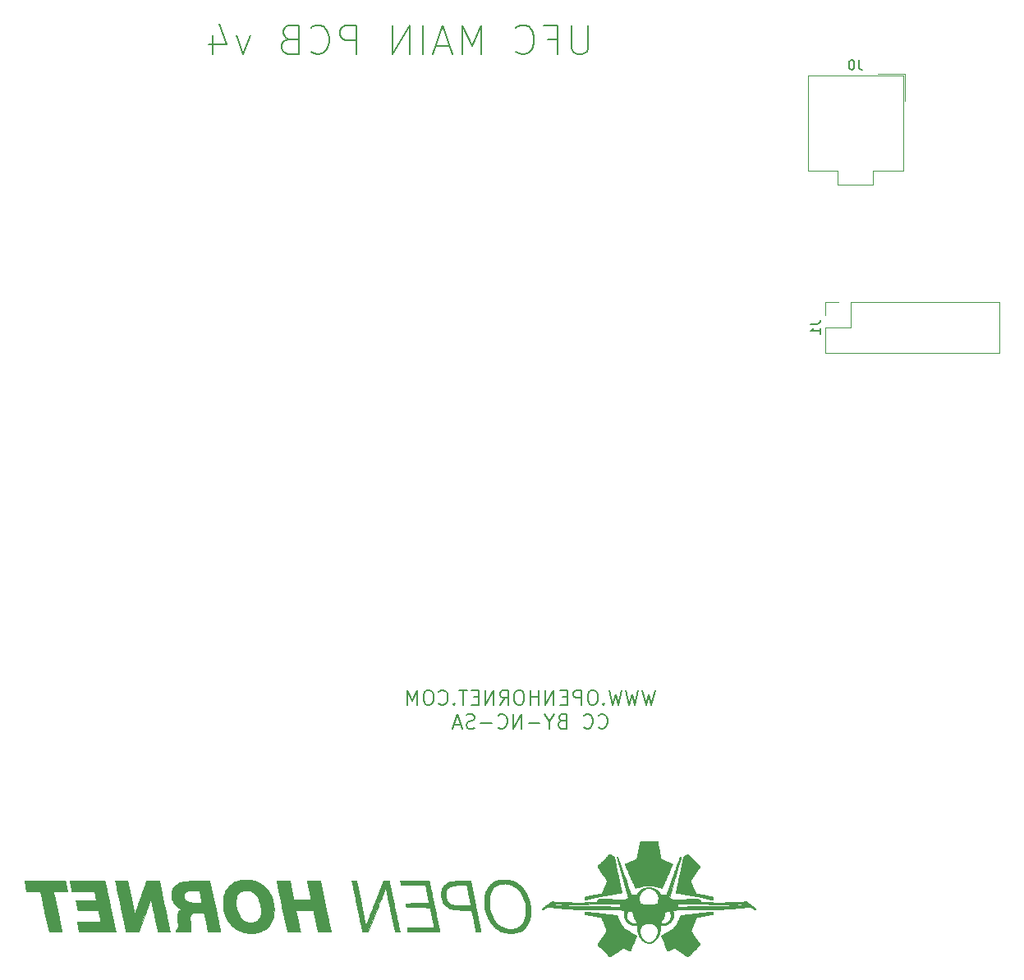
<source format=gbr>
G04 #@! TF.GenerationSoftware,KiCad,Pcbnew,(5.1.9)-1*
G04 #@! TF.CreationDate,2021-09-01T13:30:34-06:00*
G04 #@! TF.ProjectId,ufc_v4_main,7566635f-7634-45f6-9d61-696e2e6b6963,rev?*
G04 #@! TF.SameCoordinates,Original*
G04 #@! TF.FileFunction,Legend,Bot*
G04 #@! TF.FilePolarity,Positive*
%FSLAX46Y46*%
G04 Gerber Fmt 4.6, Leading zero omitted, Abs format (unit mm)*
G04 Created by KiCad (PCBNEW (5.1.9)-1) date 2021-09-01 13:30:34*
%MOMM*%
%LPD*%
G01*
G04 APERTURE LIST*
%ADD10C,0.200000*%
%ADD11C,0.010000*%
%ADD12C,0.120000*%
%ADD13C,0.150000*%
G04 APERTURE END LIST*
D10*
X157491471Y-103663142D02*
X157491471Y-106091714D01*
X157348614Y-106377428D01*
X157205757Y-106520285D01*
X156920042Y-106663142D01*
X156348614Y-106663142D01*
X156062900Y-106520285D01*
X155920042Y-106377428D01*
X155777185Y-106091714D01*
X155777185Y-103663142D01*
X153348614Y-105091714D02*
X154348614Y-105091714D01*
X154348614Y-106663142D02*
X154348614Y-103663142D01*
X152920042Y-103663142D01*
X150062900Y-106377428D02*
X150205757Y-106520285D01*
X150634328Y-106663142D01*
X150920042Y-106663142D01*
X151348614Y-106520285D01*
X151634328Y-106234571D01*
X151777185Y-105948857D01*
X151920042Y-105377428D01*
X151920042Y-104948857D01*
X151777185Y-104377428D01*
X151634328Y-104091714D01*
X151348614Y-103806000D01*
X150920042Y-103663142D01*
X150634328Y-103663142D01*
X150205757Y-103806000D01*
X150062900Y-103948857D01*
X146491471Y-106663142D02*
X146491471Y-103663142D01*
X145491471Y-105806000D01*
X144491471Y-103663142D01*
X144491471Y-106663142D01*
X143205757Y-105806000D02*
X141777185Y-105806000D01*
X143491471Y-106663142D02*
X142491471Y-103663142D01*
X141491471Y-106663142D01*
X140491471Y-106663142D02*
X140491471Y-103663142D01*
X139062900Y-106663142D02*
X139062900Y-103663142D01*
X137348614Y-106663142D01*
X137348614Y-103663142D01*
X133634328Y-106663142D02*
X133634328Y-103663142D01*
X132491471Y-103663142D01*
X132205757Y-103806000D01*
X132062900Y-103948857D01*
X131920042Y-104234571D01*
X131920042Y-104663142D01*
X132062900Y-104948857D01*
X132205757Y-105091714D01*
X132491471Y-105234571D01*
X133634328Y-105234571D01*
X128920042Y-106377428D02*
X129062900Y-106520285D01*
X129491471Y-106663142D01*
X129777185Y-106663142D01*
X130205757Y-106520285D01*
X130491471Y-106234571D01*
X130634328Y-105948857D01*
X130777185Y-105377428D01*
X130777185Y-104948857D01*
X130634328Y-104377428D01*
X130491471Y-104091714D01*
X130205757Y-103806000D01*
X129777185Y-103663142D01*
X129491471Y-103663142D01*
X129062900Y-103806000D01*
X128920042Y-103948857D01*
X126634328Y-105091714D02*
X126205757Y-105234571D01*
X126062900Y-105377428D01*
X125920042Y-105663142D01*
X125920042Y-106091714D01*
X126062900Y-106377428D01*
X126205757Y-106520285D01*
X126491471Y-106663142D01*
X127634328Y-106663142D01*
X127634328Y-103663142D01*
X126634328Y-103663142D01*
X126348614Y-103806000D01*
X126205757Y-103948857D01*
X126062900Y-104234571D01*
X126062900Y-104520285D01*
X126205757Y-104806000D01*
X126348614Y-104948857D01*
X126634328Y-105091714D01*
X127634328Y-105091714D01*
X122634328Y-104663142D02*
X121920042Y-106663142D01*
X121205757Y-104663142D01*
X118777185Y-104663142D02*
X118777185Y-106663142D01*
X119491471Y-103520285D02*
X120205757Y-105663142D01*
X118348614Y-105663142D01*
X164384328Y-172259571D02*
X164027185Y-173759571D01*
X163741471Y-172688142D01*
X163455757Y-173759571D01*
X163098614Y-172259571D01*
X162670042Y-172259571D02*
X162312900Y-173759571D01*
X162027185Y-172688142D01*
X161741471Y-173759571D01*
X161384328Y-172259571D01*
X160955757Y-172259571D02*
X160598614Y-173759571D01*
X160312900Y-172688142D01*
X160027185Y-173759571D01*
X159670042Y-172259571D01*
X159098614Y-173616714D02*
X159027185Y-173688142D01*
X159098614Y-173759571D01*
X159170042Y-173688142D01*
X159098614Y-173616714D01*
X159098614Y-173759571D01*
X158098614Y-172259571D02*
X157812900Y-172259571D01*
X157670042Y-172331000D01*
X157527185Y-172473857D01*
X157455757Y-172759571D01*
X157455757Y-173259571D01*
X157527185Y-173545285D01*
X157670042Y-173688142D01*
X157812900Y-173759571D01*
X158098614Y-173759571D01*
X158241471Y-173688142D01*
X158384328Y-173545285D01*
X158455757Y-173259571D01*
X158455757Y-172759571D01*
X158384328Y-172473857D01*
X158241471Y-172331000D01*
X158098614Y-172259571D01*
X156812900Y-173759571D02*
X156812900Y-172259571D01*
X156241471Y-172259571D01*
X156098614Y-172331000D01*
X156027185Y-172402428D01*
X155955757Y-172545285D01*
X155955757Y-172759571D01*
X156027185Y-172902428D01*
X156098614Y-172973857D01*
X156241471Y-173045285D01*
X156812900Y-173045285D01*
X155312900Y-172973857D02*
X154812900Y-172973857D01*
X154598614Y-173759571D02*
X155312900Y-173759571D01*
X155312900Y-172259571D01*
X154598614Y-172259571D01*
X153955757Y-173759571D02*
X153955757Y-172259571D01*
X153098614Y-173759571D01*
X153098614Y-172259571D01*
X152384328Y-173759571D02*
X152384328Y-172259571D01*
X152384328Y-172973857D02*
X151527185Y-172973857D01*
X151527185Y-173759571D02*
X151527185Y-172259571D01*
X150527185Y-172259571D02*
X150241471Y-172259571D01*
X150098614Y-172331000D01*
X149955757Y-172473857D01*
X149884328Y-172759571D01*
X149884328Y-173259571D01*
X149955757Y-173545285D01*
X150098614Y-173688142D01*
X150241471Y-173759571D01*
X150527185Y-173759571D01*
X150670042Y-173688142D01*
X150812900Y-173545285D01*
X150884328Y-173259571D01*
X150884328Y-172759571D01*
X150812900Y-172473857D01*
X150670042Y-172331000D01*
X150527185Y-172259571D01*
X148384328Y-173759571D02*
X148884328Y-173045285D01*
X149241471Y-173759571D02*
X149241471Y-172259571D01*
X148670042Y-172259571D01*
X148527185Y-172331000D01*
X148455757Y-172402428D01*
X148384328Y-172545285D01*
X148384328Y-172759571D01*
X148455757Y-172902428D01*
X148527185Y-172973857D01*
X148670042Y-173045285D01*
X149241471Y-173045285D01*
X147741471Y-173759571D02*
X147741471Y-172259571D01*
X146884328Y-173759571D01*
X146884328Y-172259571D01*
X146170042Y-172973857D02*
X145670042Y-172973857D01*
X145455757Y-173759571D02*
X146170042Y-173759571D01*
X146170042Y-172259571D01*
X145455757Y-172259571D01*
X145027185Y-172259571D02*
X144170042Y-172259571D01*
X144598614Y-173759571D02*
X144598614Y-172259571D01*
X143670042Y-173616714D02*
X143598614Y-173688142D01*
X143670042Y-173759571D01*
X143741471Y-173688142D01*
X143670042Y-173616714D01*
X143670042Y-173759571D01*
X142098614Y-173616714D02*
X142170042Y-173688142D01*
X142384328Y-173759571D01*
X142527185Y-173759571D01*
X142741471Y-173688142D01*
X142884328Y-173545285D01*
X142955757Y-173402428D01*
X143027185Y-173116714D01*
X143027185Y-172902428D01*
X142955757Y-172616714D01*
X142884328Y-172473857D01*
X142741471Y-172331000D01*
X142527185Y-172259571D01*
X142384328Y-172259571D01*
X142170042Y-172331000D01*
X142098614Y-172402428D01*
X141170042Y-172259571D02*
X140884328Y-172259571D01*
X140741471Y-172331000D01*
X140598614Y-172473857D01*
X140527185Y-172759571D01*
X140527185Y-173259571D01*
X140598614Y-173545285D01*
X140741471Y-173688142D01*
X140884328Y-173759571D01*
X141170042Y-173759571D01*
X141312900Y-173688142D01*
X141455757Y-173545285D01*
X141527185Y-173259571D01*
X141527185Y-172759571D01*
X141455757Y-172473857D01*
X141312900Y-172331000D01*
X141170042Y-172259571D01*
X139884328Y-173759571D02*
X139884328Y-172259571D01*
X139384328Y-173331000D01*
X138884328Y-172259571D01*
X138884328Y-173759571D01*
X158562900Y-176066714D02*
X158634328Y-176138142D01*
X158848614Y-176209571D01*
X158991471Y-176209571D01*
X159205757Y-176138142D01*
X159348614Y-175995285D01*
X159420042Y-175852428D01*
X159491471Y-175566714D01*
X159491471Y-175352428D01*
X159420042Y-175066714D01*
X159348614Y-174923857D01*
X159205757Y-174781000D01*
X158991471Y-174709571D01*
X158848614Y-174709571D01*
X158634328Y-174781000D01*
X158562900Y-174852428D01*
X157062900Y-176066714D02*
X157134328Y-176138142D01*
X157348614Y-176209571D01*
X157491471Y-176209571D01*
X157705757Y-176138142D01*
X157848614Y-175995285D01*
X157920042Y-175852428D01*
X157991471Y-175566714D01*
X157991471Y-175352428D01*
X157920042Y-175066714D01*
X157848614Y-174923857D01*
X157705757Y-174781000D01*
X157491471Y-174709571D01*
X157348614Y-174709571D01*
X157134328Y-174781000D01*
X157062900Y-174852428D01*
X154777185Y-175423857D02*
X154562900Y-175495285D01*
X154491471Y-175566714D01*
X154420042Y-175709571D01*
X154420042Y-175923857D01*
X154491471Y-176066714D01*
X154562900Y-176138142D01*
X154705757Y-176209571D01*
X155277185Y-176209571D01*
X155277185Y-174709571D01*
X154777185Y-174709571D01*
X154634328Y-174781000D01*
X154562900Y-174852428D01*
X154491471Y-174995285D01*
X154491471Y-175138142D01*
X154562900Y-175281000D01*
X154634328Y-175352428D01*
X154777185Y-175423857D01*
X155277185Y-175423857D01*
X153491471Y-175495285D02*
X153491471Y-176209571D01*
X153991471Y-174709571D02*
X153491471Y-175495285D01*
X152991471Y-174709571D01*
X152491471Y-175638142D02*
X151348614Y-175638142D01*
X150634328Y-176209571D02*
X150634328Y-174709571D01*
X149777185Y-176209571D01*
X149777185Y-174709571D01*
X148205757Y-176066714D02*
X148277185Y-176138142D01*
X148491471Y-176209571D01*
X148634328Y-176209571D01*
X148848614Y-176138142D01*
X148991471Y-175995285D01*
X149062900Y-175852428D01*
X149134328Y-175566714D01*
X149134328Y-175352428D01*
X149062900Y-175066714D01*
X148991471Y-174923857D01*
X148848614Y-174781000D01*
X148634328Y-174709571D01*
X148491471Y-174709571D01*
X148277185Y-174781000D01*
X148205757Y-174852428D01*
X147562900Y-175638142D02*
X146420042Y-175638142D01*
X145777185Y-176138142D02*
X145562900Y-176209571D01*
X145205757Y-176209571D01*
X145062900Y-176138142D01*
X144991471Y-176066714D01*
X144920042Y-175923857D01*
X144920042Y-175781000D01*
X144991471Y-175638142D01*
X145062900Y-175566714D01*
X145205757Y-175495285D01*
X145491471Y-175423857D01*
X145634328Y-175352428D01*
X145705757Y-175281000D01*
X145777185Y-175138142D01*
X145777185Y-174995285D01*
X145705757Y-174852428D01*
X145634328Y-174781000D01*
X145491471Y-174709571D01*
X145134328Y-174709571D01*
X144920042Y-174781000D01*
X144348614Y-175781000D02*
X143634328Y-175781000D01*
X144491471Y-176209571D02*
X143991471Y-174709571D01*
X143491471Y-176209571D01*
D11*
G36*
X170300640Y-195102338D02*
G01*
X170275015Y-195105077D01*
X170234552Y-195109506D01*
X170180248Y-195115510D01*
X170113095Y-195122979D01*
X170034088Y-195131799D01*
X169944220Y-195141859D01*
X169844487Y-195153045D01*
X169735882Y-195165245D01*
X169619399Y-195178346D01*
X169496032Y-195192237D01*
X169366776Y-195206805D01*
X169232624Y-195221936D01*
X169094571Y-195237520D01*
X168953611Y-195253443D01*
X168810738Y-195269593D01*
X168666945Y-195285857D01*
X168523228Y-195302123D01*
X168380580Y-195318278D01*
X168239996Y-195334211D01*
X168102469Y-195349808D01*
X167968994Y-195364957D01*
X167840564Y-195379546D01*
X167718174Y-195393462D01*
X167602819Y-195406593D01*
X167495491Y-195418826D01*
X167397185Y-195430048D01*
X167308896Y-195440148D01*
X167231617Y-195449013D01*
X167166343Y-195456530D01*
X167114068Y-195462587D01*
X167075785Y-195467072D01*
X167052489Y-195469871D01*
X167046376Y-195470659D01*
X167023255Y-195475575D01*
X167011679Y-195484300D01*
X167006500Y-195499516D01*
X167002007Y-195512342D01*
X166991225Y-195538797D01*
X166974941Y-195577127D01*
X166953945Y-195625580D01*
X166929024Y-195682400D01*
X166900968Y-195745835D01*
X166870564Y-195814131D01*
X166838601Y-195885533D01*
X166805867Y-195958289D01*
X166773151Y-196030643D01*
X166741242Y-196100844D01*
X166710927Y-196167136D01*
X166682995Y-196227767D01*
X166658234Y-196280981D01*
X166637434Y-196325027D01*
X166621382Y-196358149D01*
X166613515Y-196373664D01*
X166571773Y-196444335D01*
X166518542Y-196520662D01*
X166456699Y-196599340D01*
X166389121Y-196677060D01*
X166318686Y-196750518D01*
X166248270Y-196816405D01*
X166180752Y-196871416D01*
X166179767Y-196872148D01*
X166164531Y-196882293D01*
X166136088Y-196900066D01*
X166095886Y-196924616D01*
X166045377Y-196955090D01*
X165986009Y-196990639D01*
X165919231Y-197030409D01*
X165846495Y-197073550D01*
X165769249Y-197119211D01*
X165688943Y-197166539D01*
X165607026Y-197214683D01*
X165524949Y-197262793D01*
X165444161Y-197310016D01*
X165366112Y-197355500D01*
X165292251Y-197398396D01*
X165224028Y-197437850D01*
X165162893Y-197473012D01*
X165110296Y-197503030D01*
X165067685Y-197527053D01*
X165036512Y-197544229D01*
X165025954Y-197549834D01*
X164988219Y-197569433D01*
X165308796Y-198344133D01*
X165365713Y-198481388D01*
X165417940Y-198606739D01*
X165465303Y-198719778D01*
X165507625Y-198820096D01*
X165544732Y-198907284D01*
X165576448Y-198980935D01*
X165602600Y-199040641D01*
X165623010Y-199085991D01*
X165637505Y-199116579D01*
X165645910Y-199131995D01*
X165647274Y-199133650D01*
X165669035Y-199145084D01*
X165686892Y-199148466D01*
X165698949Y-199144572D01*
X165724181Y-199133458D01*
X165760877Y-199115974D01*
X165807326Y-199092973D01*
X165861817Y-199065305D01*
X165922639Y-199033821D01*
X165988082Y-198999374D01*
X166010214Y-198987600D01*
X166088688Y-198945851D01*
X166153804Y-198911565D01*
X166207080Y-198884122D01*
X166250037Y-198862896D01*
X166284193Y-198847267D01*
X166311068Y-198836612D01*
X166332181Y-198830308D01*
X166349052Y-198827733D01*
X166363200Y-198828263D01*
X166376144Y-198831278D01*
X166384532Y-198834237D01*
X166394221Y-198840028D01*
X166416854Y-198854743D01*
X166451431Y-198877702D01*
X166496948Y-198908227D01*
X166552405Y-198945638D01*
X166616799Y-198989256D01*
X166689127Y-199038402D01*
X166768388Y-199092398D01*
X166853580Y-199150564D01*
X166943700Y-199212221D01*
X167037746Y-199276690D01*
X167059233Y-199291437D01*
X167171545Y-199368527D01*
X167270765Y-199436571D01*
X167357768Y-199496100D01*
X167433428Y-199547643D01*
X167498619Y-199591732D01*
X167554214Y-199628896D01*
X167601088Y-199659666D01*
X167640115Y-199684573D01*
X167672168Y-199704147D01*
X167698121Y-199718917D01*
X167718849Y-199729416D01*
X167735226Y-199736173D01*
X167748125Y-199739718D01*
X167758421Y-199740583D01*
X167766987Y-199739297D01*
X167774697Y-199736391D01*
X167782426Y-199732395D01*
X167784200Y-199731431D01*
X167793279Y-199723796D01*
X167813266Y-199705128D01*
X167843164Y-199676424D01*
X167881977Y-199638681D01*
X167928709Y-199592895D01*
X167982361Y-199540063D01*
X168041938Y-199481180D01*
X168106444Y-199417245D01*
X168174880Y-199349254D01*
X168246251Y-199278202D01*
X168319560Y-199205088D01*
X168393811Y-199130907D01*
X168468006Y-199056656D01*
X168541148Y-198983331D01*
X168612243Y-198911930D01*
X168680291Y-198843449D01*
X168744298Y-198778884D01*
X168803265Y-198719232D01*
X168856197Y-198665490D01*
X168902097Y-198618654D01*
X168939968Y-198579721D01*
X168968813Y-198549688D01*
X168987636Y-198529551D01*
X168995441Y-198520307D01*
X168995479Y-198520237D01*
X169003830Y-198501738D01*
X169007449Y-198483909D01*
X169005470Y-198464406D01*
X168997022Y-198440890D01*
X168981238Y-198411018D01*
X168957249Y-198372450D01*
X168924187Y-198322845D01*
X168919941Y-198316587D01*
X168900667Y-198288296D01*
X168872790Y-198247491D01*
X168837299Y-198195615D01*
X168795180Y-198134110D01*
X168747422Y-198064416D01*
X168695013Y-197987975D01*
X168638942Y-197906230D01*
X168580197Y-197820622D01*
X168519766Y-197732593D01*
X168465859Y-197654100D01*
X168407097Y-197568418D01*
X168350949Y-197486289D01*
X168298185Y-197408854D01*
X168249572Y-197337252D01*
X168205881Y-197272625D01*
X168167879Y-197216112D01*
X168136335Y-197168854D01*
X168112019Y-197131991D01*
X168095699Y-197106663D01*
X168088143Y-197094011D01*
X168087886Y-197093455D01*
X168079682Y-197067272D01*
X168076300Y-197042894D01*
X168079429Y-197030678D01*
X168088429Y-197004251D01*
X168102719Y-196965060D01*
X168121721Y-196914550D01*
X168144854Y-196854168D01*
X168171538Y-196785358D01*
X168201193Y-196709566D01*
X168233240Y-196628240D01*
X168267098Y-196542824D01*
X168302188Y-196454764D01*
X168337930Y-196365507D01*
X168373743Y-196276498D01*
X168409048Y-196189183D01*
X168443265Y-196105007D01*
X168475813Y-196025418D01*
X168506114Y-195951860D01*
X168533587Y-195885780D01*
X168557652Y-195828623D01*
X168577729Y-195781835D01*
X168593239Y-195746863D01*
X168603601Y-195725151D01*
X168607422Y-195718687D01*
X168624945Y-195700191D01*
X168640615Y-195687286D01*
X168642525Y-195686157D01*
X168652695Y-195683570D01*
X168678357Y-195678138D01*
X168718350Y-195670084D01*
X168771513Y-195659628D01*
X168836686Y-195646995D01*
X168912707Y-195632407D01*
X168998415Y-195616085D01*
X169092651Y-195598252D01*
X169194251Y-195579131D01*
X169302057Y-195558944D01*
X169414906Y-195537914D01*
X169460762Y-195529396D01*
X169607311Y-195502125D01*
X169737771Y-195477682D01*
X169852728Y-195455952D01*
X169952768Y-195436816D01*
X170038478Y-195420158D01*
X170110444Y-195405862D01*
X170169251Y-195393810D01*
X170215487Y-195383885D01*
X170249737Y-195375971D01*
X170272587Y-195369951D01*
X170284624Y-195365708D01*
X170286100Y-195364849D01*
X170302700Y-195350643D01*
X170314366Y-195333926D01*
X170321926Y-195311565D01*
X170326208Y-195280425D01*
X170328041Y-195237372D01*
X170328309Y-195205116D01*
X170328226Y-195161760D01*
X170327534Y-195132549D01*
X170325753Y-195114695D01*
X170322403Y-195105412D01*
X170317001Y-195101911D01*
X170310435Y-195101399D01*
X170300640Y-195102338D01*
G37*
X170300640Y-195102338D02*
X170275015Y-195105077D01*
X170234552Y-195109506D01*
X170180248Y-195115510D01*
X170113095Y-195122979D01*
X170034088Y-195131799D01*
X169944220Y-195141859D01*
X169844487Y-195153045D01*
X169735882Y-195165245D01*
X169619399Y-195178346D01*
X169496032Y-195192237D01*
X169366776Y-195206805D01*
X169232624Y-195221936D01*
X169094571Y-195237520D01*
X168953611Y-195253443D01*
X168810738Y-195269593D01*
X168666945Y-195285857D01*
X168523228Y-195302123D01*
X168380580Y-195318278D01*
X168239996Y-195334211D01*
X168102469Y-195349808D01*
X167968994Y-195364957D01*
X167840564Y-195379546D01*
X167718174Y-195393462D01*
X167602819Y-195406593D01*
X167495491Y-195418826D01*
X167397185Y-195430048D01*
X167308896Y-195440148D01*
X167231617Y-195449013D01*
X167166343Y-195456530D01*
X167114068Y-195462587D01*
X167075785Y-195467072D01*
X167052489Y-195469871D01*
X167046376Y-195470659D01*
X167023255Y-195475575D01*
X167011679Y-195484300D01*
X167006500Y-195499516D01*
X167002007Y-195512342D01*
X166991225Y-195538797D01*
X166974941Y-195577127D01*
X166953945Y-195625580D01*
X166929024Y-195682400D01*
X166900968Y-195745835D01*
X166870564Y-195814131D01*
X166838601Y-195885533D01*
X166805867Y-195958289D01*
X166773151Y-196030643D01*
X166741242Y-196100844D01*
X166710927Y-196167136D01*
X166682995Y-196227767D01*
X166658234Y-196280981D01*
X166637434Y-196325027D01*
X166621382Y-196358149D01*
X166613515Y-196373664D01*
X166571773Y-196444335D01*
X166518542Y-196520662D01*
X166456699Y-196599340D01*
X166389121Y-196677060D01*
X166318686Y-196750518D01*
X166248270Y-196816405D01*
X166180752Y-196871416D01*
X166179767Y-196872148D01*
X166164531Y-196882293D01*
X166136088Y-196900066D01*
X166095886Y-196924616D01*
X166045377Y-196955090D01*
X165986009Y-196990639D01*
X165919231Y-197030409D01*
X165846495Y-197073550D01*
X165769249Y-197119211D01*
X165688943Y-197166539D01*
X165607026Y-197214683D01*
X165524949Y-197262793D01*
X165444161Y-197310016D01*
X165366112Y-197355500D01*
X165292251Y-197398396D01*
X165224028Y-197437850D01*
X165162893Y-197473012D01*
X165110296Y-197503030D01*
X165067685Y-197527053D01*
X165036512Y-197544229D01*
X165025954Y-197549834D01*
X164988219Y-197569433D01*
X165308796Y-198344133D01*
X165365713Y-198481388D01*
X165417940Y-198606739D01*
X165465303Y-198719778D01*
X165507625Y-198820096D01*
X165544732Y-198907284D01*
X165576448Y-198980935D01*
X165602600Y-199040641D01*
X165623010Y-199085991D01*
X165637505Y-199116579D01*
X165645910Y-199131995D01*
X165647274Y-199133650D01*
X165669035Y-199145084D01*
X165686892Y-199148466D01*
X165698949Y-199144572D01*
X165724181Y-199133458D01*
X165760877Y-199115974D01*
X165807326Y-199092973D01*
X165861817Y-199065305D01*
X165922639Y-199033821D01*
X165988082Y-198999374D01*
X166010214Y-198987600D01*
X166088688Y-198945851D01*
X166153804Y-198911565D01*
X166207080Y-198884122D01*
X166250037Y-198862896D01*
X166284193Y-198847267D01*
X166311068Y-198836612D01*
X166332181Y-198830308D01*
X166349052Y-198827733D01*
X166363200Y-198828263D01*
X166376144Y-198831278D01*
X166384532Y-198834237D01*
X166394221Y-198840028D01*
X166416854Y-198854743D01*
X166451431Y-198877702D01*
X166496948Y-198908227D01*
X166552405Y-198945638D01*
X166616799Y-198989256D01*
X166689127Y-199038402D01*
X166768388Y-199092398D01*
X166853580Y-199150564D01*
X166943700Y-199212221D01*
X167037746Y-199276690D01*
X167059233Y-199291437D01*
X167171545Y-199368527D01*
X167270765Y-199436571D01*
X167357768Y-199496100D01*
X167433428Y-199547643D01*
X167498619Y-199591732D01*
X167554214Y-199628896D01*
X167601088Y-199659666D01*
X167640115Y-199684573D01*
X167672168Y-199704147D01*
X167698121Y-199718917D01*
X167718849Y-199729416D01*
X167735226Y-199736173D01*
X167748125Y-199739718D01*
X167758421Y-199740583D01*
X167766987Y-199739297D01*
X167774697Y-199736391D01*
X167782426Y-199732395D01*
X167784200Y-199731431D01*
X167793279Y-199723796D01*
X167813266Y-199705128D01*
X167843164Y-199676424D01*
X167881977Y-199638681D01*
X167928709Y-199592895D01*
X167982361Y-199540063D01*
X168041938Y-199481180D01*
X168106444Y-199417245D01*
X168174880Y-199349254D01*
X168246251Y-199278202D01*
X168319560Y-199205088D01*
X168393811Y-199130907D01*
X168468006Y-199056656D01*
X168541148Y-198983331D01*
X168612243Y-198911930D01*
X168680291Y-198843449D01*
X168744298Y-198778884D01*
X168803265Y-198719232D01*
X168856197Y-198665490D01*
X168902097Y-198618654D01*
X168939968Y-198579721D01*
X168968813Y-198549688D01*
X168987636Y-198529551D01*
X168995441Y-198520307D01*
X168995479Y-198520237D01*
X169003830Y-198501738D01*
X169007449Y-198483909D01*
X169005470Y-198464406D01*
X168997022Y-198440890D01*
X168981238Y-198411018D01*
X168957249Y-198372450D01*
X168924187Y-198322845D01*
X168919941Y-198316587D01*
X168900667Y-198288296D01*
X168872790Y-198247491D01*
X168837299Y-198195615D01*
X168795180Y-198134110D01*
X168747422Y-198064416D01*
X168695013Y-197987975D01*
X168638942Y-197906230D01*
X168580197Y-197820622D01*
X168519766Y-197732593D01*
X168465859Y-197654100D01*
X168407097Y-197568418D01*
X168350949Y-197486289D01*
X168298185Y-197408854D01*
X168249572Y-197337252D01*
X168205881Y-197272625D01*
X168167879Y-197216112D01*
X168136335Y-197168854D01*
X168112019Y-197131991D01*
X168095699Y-197106663D01*
X168088143Y-197094011D01*
X168087886Y-197093455D01*
X168079682Y-197067272D01*
X168076300Y-197042894D01*
X168079429Y-197030678D01*
X168088429Y-197004251D01*
X168102719Y-196965060D01*
X168121721Y-196914550D01*
X168144854Y-196854168D01*
X168171538Y-196785358D01*
X168201193Y-196709566D01*
X168233240Y-196628240D01*
X168267098Y-196542824D01*
X168302188Y-196454764D01*
X168337930Y-196365507D01*
X168373743Y-196276498D01*
X168409048Y-196189183D01*
X168443265Y-196105007D01*
X168475813Y-196025418D01*
X168506114Y-195951860D01*
X168533587Y-195885780D01*
X168557652Y-195828623D01*
X168577729Y-195781835D01*
X168593239Y-195746863D01*
X168603601Y-195725151D01*
X168607422Y-195718687D01*
X168624945Y-195700191D01*
X168640615Y-195687286D01*
X168642525Y-195686157D01*
X168652695Y-195683570D01*
X168678357Y-195678138D01*
X168718350Y-195670084D01*
X168771513Y-195659628D01*
X168836686Y-195646995D01*
X168912707Y-195632407D01*
X168998415Y-195616085D01*
X169092651Y-195598252D01*
X169194251Y-195579131D01*
X169302057Y-195558944D01*
X169414906Y-195537914D01*
X169460762Y-195529396D01*
X169607311Y-195502125D01*
X169737771Y-195477682D01*
X169852728Y-195455952D01*
X169952768Y-195436816D01*
X170038478Y-195420158D01*
X170110444Y-195405862D01*
X170169251Y-195393810D01*
X170215487Y-195383885D01*
X170249737Y-195375971D01*
X170272587Y-195369951D01*
X170284624Y-195365708D01*
X170286100Y-195364849D01*
X170302700Y-195350643D01*
X170314366Y-195333926D01*
X170321926Y-195311565D01*
X170326208Y-195280425D01*
X170328041Y-195237372D01*
X170328309Y-195205116D01*
X170328226Y-195161760D01*
X170327534Y-195132549D01*
X170325753Y-195114695D01*
X170322403Y-195105412D01*
X170317001Y-195101911D01*
X170310435Y-195101399D01*
X170300640Y-195102338D01*
G36*
X157140306Y-195101943D02*
G01*
X157134634Y-195105492D01*
X157131246Y-195114926D01*
X157129553Y-195133123D01*
X157128967Y-195162963D01*
X157128900Y-195199038D01*
X157130292Y-195256319D01*
X157134903Y-195299359D01*
X157143383Y-195330653D01*
X157156384Y-195352699D01*
X157172643Y-195366796D01*
X157183821Y-195370225D01*
X157210600Y-195376480D01*
X157251925Y-195385353D01*
X157306738Y-195396637D01*
X157373982Y-195410123D01*
X157452600Y-195425604D01*
X157541535Y-195442871D01*
X157639729Y-195461717D01*
X157746127Y-195481934D01*
X157859670Y-195503314D01*
X157979301Y-195525649D01*
X157995965Y-195528745D01*
X158110431Y-195550052D01*
X158220302Y-195570599D01*
X158324419Y-195590164D01*
X158421620Y-195608524D01*
X158510747Y-195625458D01*
X158590638Y-195640742D01*
X158660134Y-195654154D01*
X158718074Y-195665473D01*
X158763298Y-195674476D01*
X158794646Y-195680940D01*
X158810957Y-195684643D01*
X158812998Y-195685295D01*
X158821578Y-195690550D01*
X158829992Y-195697423D01*
X158838704Y-195706934D01*
X158848176Y-195720104D01*
X158858869Y-195737955D01*
X158871246Y-195761507D01*
X158885769Y-195791782D01*
X158902899Y-195829800D01*
X158923099Y-195876583D01*
X158946831Y-195933152D01*
X158974557Y-196000528D01*
X159006738Y-196079733D01*
X159043838Y-196171786D01*
X159086317Y-196277710D01*
X159126345Y-196377774D01*
X159178880Y-196509530D01*
X159225033Y-196625999D01*
X159264936Y-196727523D01*
X159298720Y-196814446D01*
X159326514Y-196887112D01*
X159348450Y-196945863D01*
X159364658Y-196991044D01*
X159375269Y-197022997D01*
X159380414Y-197042066D01*
X159380981Y-197046641D01*
X159377549Y-197075039D01*
X159369298Y-197100626D01*
X159368701Y-197101809D01*
X159362173Y-197112160D01*
X159346762Y-197135424D01*
X159323176Y-197170559D01*
X159292123Y-197216526D01*
X159254312Y-197272281D01*
X159210450Y-197336783D01*
X159161245Y-197408991D01*
X159107407Y-197487863D01*
X159049642Y-197572358D01*
X158988660Y-197661434D01*
X158931186Y-197745276D01*
X158867502Y-197838123D01*
X158806078Y-197927680D01*
X158747655Y-198012865D01*
X158692975Y-198092597D01*
X158642780Y-198165793D01*
X158597811Y-198231373D01*
X158558810Y-198288255D01*
X158526519Y-198335357D01*
X158501680Y-198371598D01*
X158485033Y-198395896D01*
X158477800Y-198406466D01*
X158456566Y-198445130D01*
X158449700Y-198478368D01*
X158450096Y-198483727D01*
X158451739Y-198489769D01*
X158455309Y-198497207D01*
X158461485Y-198506756D01*
X158470950Y-198519131D01*
X158484383Y-198535046D01*
X158502464Y-198555215D01*
X158525875Y-198580353D01*
X158555296Y-198611174D01*
X158591407Y-198648393D01*
X158634889Y-198692724D01*
X158686422Y-198744882D01*
X158746687Y-198805581D01*
X158816364Y-198875535D01*
X158896134Y-198955460D01*
X158986678Y-199046069D01*
X159065715Y-199125118D01*
X159167505Y-199227030D01*
X159257937Y-199317703D01*
X159337777Y-199397719D01*
X159407792Y-199467660D01*
X159468749Y-199528107D01*
X159521414Y-199579642D01*
X159566555Y-199622847D01*
X159604937Y-199658303D01*
X159637328Y-199686592D01*
X159664493Y-199708296D01*
X159687201Y-199723996D01*
X159706218Y-199734274D01*
X159722310Y-199739711D01*
X159736244Y-199740890D01*
X159748787Y-199738392D01*
X159760705Y-199732798D01*
X159772766Y-199724691D01*
X159785735Y-199714651D01*
X159800380Y-199703261D01*
X159814447Y-199693137D01*
X159832224Y-199680981D01*
X159862781Y-199660054D01*
X159904936Y-199631165D01*
X159957507Y-199595126D01*
X160019313Y-199552747D01*
X160089171Y-199504837D01*
X160165900Y-199452208D01*
X160248319Y-199395670D01*
X160335246Y-199336033D01*
X160425498Y-199274108D01*
X160476998Y-199238769D01*
X160582491Y-199166417D01*
X160674974Y-199103090D01*
X160755369Y-199048192D01*
X160824597Y-199001122D01*
X160883580Y-198961282D01*
X160933239Y-198928074D01*
X160974497Y-198900899D01*
X161008275Y-198879157D01*
X161035495Y-198862252D01*
X161057078Y-198849582D01*
X161073947Y-198840551D01*
X161087022Y-198834559D01*
X161097226Y-198831008D01*
X161105480Y-198829299D01*
X161107764Y-198829051D01*
X161118084Y-198828590D01*
X161128965Y-198829510D01*
X161141939Y-198832523D01*
X161158542Y-198838340D01*
X161180305Y-198847671D01*
X161208763Y-198861229D01*
X161245450Y-198879724D01*
X161291900Y-198903867D01*
X161349644Y-198934369D01*
X161420219Y-198971942D01*
X161448592Y-198987086D01*
X161531289Y-199030908D01*
X161603262Y-199068359D01*
X161663784Y-199099083D01*
X161712132Y-199122720D01*
X161747581Y-199138914D01*
X161769407Y-199147305D01*
X161775200Y-199148466D01*
X161801520Y-199141232D01*
X161816855Y-199129416D01*
X161822088Y-199119474D01*
X161833312Y-199094967D01*
X161850068Y-199056985D01*
X161871899Y-199006621D01*
X161898346Y-198944966D01*
X161928951Y-198873113D01*
X161963256Y-198792151D01*
X162000803Y-198703174D01*
X162041134Y-198607272D01*
X162083790Y-198505537D01*
X162128314Y-198399062D01*
X162174247Y-198288936D01*
X162221131Y-198176254D01*
X162268508Y-198062104D01*
X162315921Y-197947581D01*
X162362909Y-197833774D01*
X162409017Y-197721776D01*
X162453785Y-197612678D01*
X162468575Y-197576548D01*
X162465235Y-197566387D01*
X162457156Y-197561830D01*
X162445199Y-197556082D01*
X162420070Y-197542492D01*
X162383151Y-197521872D01*
X162335827Y-197495032D01*
X162279482Y-197462782D01*
X162215499Y-197425932D01*
X162145261Y-197385293D01*
X162070154Y-197341675D01*
X161991560Y-197295888D01*
X161910863Y-197248743D01*
X161829447Y-197201050D01*
X161748695Y-197153620D01*
X161669992Y-197107262D01*
X161594722Y-197062787D01*
X161524267Y-197021005D01*
X161460012Y-196982727D01*
X161403340Y-196948763D01*
X161355636Y-196919923D01*
X161318283Y-196897018D01*
X161292664Y-196880857D01*
X161282011Y-196873671D01*
X161214688Y-196819557D01*
X161143608Y-196753621D01*
X161071998Y-196679463D01*
X161003087Y-196600686D01*
X160940105Y-196520890D01*
X160886280Y-196443679D01*
X160863789Y-196407130D01*
X160853924Y-196388473D01*
X160838182Y-196356486D01*
X160817383Y-196312978D01*
X160792348Y-196259755D01*
X160763897Y-196198625D01*
X160732851Y-196131394D01*
X160700032Y-196059871D01*
X160666259Y-195985861D01*
X160632354Y-195911174D01*
X160599136Y-195837615D01*
X160567427Y-195766992D01*
X160538048Y-195701113D01*
X160511819Y-195641784D01*
X160489561Y-195590813D01*
X160472094Y-195550007D01*
X160460239Y-195521173D01*
X160455131Y-195507235D01*
X160448745Y-195486578D01*
X160444754Y-195474903D01*
X160444246Y-195473933D01*
X160435876Y-195472991D01*
X160411489Y-195470227D01*
X160371893Y-195465732D01*
X160317896Y-195459598D01*
X160250306Y-195451917D01*
X160169930Y-195442782D01*
X160077577Y-195432283D01*
X159974055Y-195420513D01*
X159860171Y-195407563D01*
X159736734Y-195393526D01*
X159604550Y-195378494D01*
X159464429Y-195362557D01*
X159317178Y-195345808D01*
X159163605Y-195328339D01*
X159004518Y-195310242D01*
X158840724Y-195291609D01*
X158806069Y-195287666D01*
X158641092Y-195268909D01*
X158480479Y-195250670D01*
X158325050Y-195233042D01*
X158175626Y-195216118D01*
X158033026Y-195199989D01*
X157898072Y-195184747D01*
X157771584Y-195170485D01*
X157654382Y-195157295D01*
X157547287Y-195145269D01*
X157451119Y-195134500D01*
X157366699Y-195125079D01*
X157294847Y-195117100D01*
X157236383Y-195110653D01*
X157192129Y-195105831D01*
X157162903Y-195102727D01*
X157149527Y-195101433D01*
X157148850Y-195101399D01*
X157140306Y-195101943D01*
G37*
X157140306Y-195101943D02*
X157134634Y-195105492D01*
X157131246Y-195114926D01*
X157129553Y-195133123D01*
X157128967Y-195162963D01*
X157128900Y-195199038D01*
X157130292Y-195256319D01*
X157134903Y-195299359D01*
X157143383Y-195330653D01*
X157156384Y-195352699D01*
X157172643Y-195366796D01*
X157183821Y-195370225D01*
X157210600Y-195376480D01*
X157251925Y-195385353D01*
X157306738Y-195396637D01*
X157373982Y-195410123D01*
X157452600Y-195425604D01*
X157541535Y-195442871D01*
X157639729Y-195461717D01*
X157746127Y-195481934D01*
X157859670Y-195503314D01*
X157979301Y-195525649D01*
X157995965Y-195528745D01*
X158110431Y-195550052D01*
X158220302Y-195570599D01*
X158324419Y-195590164D01*
X158421620Y-195608524D01*
X158510747Y-195625458D01*
X158590638Y-195640742D01*
X158660134Y-195654154D01*
X158718074Y-195665473D01*
X158763298Y-195674476D01*
X158794646Y-195680940D01*
X158810957Y-195684643D01*
X158812998Y-195685295D01*
X158821578Y-195690550D01*
X158829992Y-195697423D01*
X158838704Y-195706934D01*
X158848176Y-195720104D01*
X158858869Y-195737955D01*
X158871246Y-195761507D01*
X158885769Y-195791782D01*
X158902899Y-195829800D01*
X158923099Y-195876583D01*
X158946831Y-195933152D01*
X158974557Y-196000528D01*
X159006738Y-196079733D01*
X159043838Y-196171786D01*
X159086317Y-196277710D01*
X159126345Y-196377774D01*
X159178880Y-196509530D01*
X159225033Y-196625999D01*
X159264936Y-196727523D01*
X159298720Y-196814446D01*
X159326514Y-196887112D01*
X159348450Y-196945863D01*
X159364658Y-196991044D01*
X159375269Y-197022997D01*
X159380414Y-197042066D01*
X159380981Y-197046641D01*
X159377549Y-197075039D01*
X159369298Y-197100626D01*
X159368701Y-197101809D01*
X159362173Y-197112160D01*
X159346762Y-197135424D01*
X159323176Y-197170559D01*
X159292123Y-197216526D01*
X159254312Y-197272281D01*
X159210450Y-197336783D01*
X159161245Y-197408991D01*
X159107407Y-197487863D01*
X159049642Y-197572358D01*
X158988660Y-197661434D01*
X158931186Y-197745276D01*
X158867502Y-197838123D01*
X158806078Y-197927680D01*
X158747655Y-198012865D01*
X158692975Y-198092597D01*
X158642780Y-198165793D01*
X158597811Y-198231373D01*
X158558810Y-198288255D01*
X158526519Y-198335357D01*
X158501680Y-198371598D01*
X158485033Y-198395896D01*
X158477800Y-198406466D01*
X158456566Y-198445130D01*
X158449700Y-198478368D01*
X158450096Y-198483727D01*
X158451739Y-198489769D01*
X158455309Y-198497207D01*
X158461485Y-198506756D01*
X158470950Y-198519131D01*
X158484383Y-198535046D01*
X158502464Y-198555215D01*
X158525875Y-198580353D01*
X158555296Y-198611174D01*
X158591407Y-198648393D01*
X158634889Y-198692724D01*
X158686422Y-198744882D01*
X158746687Y-198805581D01*
X158816364Y-198875535D01*
X158896134Y-198955460D01*
X158986678Y-199046069D01*
X159065715Y-199125118D01*
X159167505Y-199227030D01*
X159257937Y-199317703D01*
X159337777Y-199397719D01*
X159407792Y-199467660D01*
X159468749Y-199528107D01*
X159521414Y-199579642D01*
X159566555Y-199622847D01*
X159604937Y-199658303D01*
X159637328Y-199686592D01*
X159664493Y-199708296D01*
X159687201Y-199723996D01*
X159706218Y-199734274D01*
X159722310Y-199739711D01*
X159736244Y-199740890D01*
X159748787Y-199738392D01*
X159760705Y-199732798D01*
X159772766Y-199724691D01*
X159785735Y-199714651D01*
X159800380Y-199703261D01*
X159814447Y-199693137D01*
X159832224Y-199680981D01*
X159862781Y-199660054D01*
X159904936Y-199631165D01*
X159957507Y-199595126D01*
X160019313Y-199552747D01*
X160089171Y-199504837D01*
X160165900Y-199452208D01*
X160248319Y-199395670D01*
X160335246Y-199336033D01*
X160425498Y-199274108D01*
X160476998Y-199238769D01*
X160582491Y-199166417D01*
X160674974Y-199103090D01*
X160755369Y-199048192D01*
X160824597Y-199001122D01*
X160883580Y-198961282D01*
X160933239Y-198928074D01*
X160974497Y-198900899D01*
X161008275Y-198879157D01*
X161035495Y-198862252D01*
X161057078Y-198849582D01*
X161073947Y-198840551D01*
X161087022Y-198834559D01*
X161097226Y-198831008D01*
X161105480Y-198829299D01*
X161107764Y-198829051D01*
X161118084Y-198828590D01*
X161128965Y-198829510D01*
X161141939Y-198832523D01*
X161158542Y-198838340D01*
X161180305Y-198847671D01*
X161208763Y-198861229D01*
X161245450Y-198879724D01*
X161291900Y-198903867D01*
X161349644Y-198934369D01*
X161420219Y-198971942D01*
X161448592Y-198987086D01*
X161531289Y-199030908D01*
X161603262Y-199068359D01*
X161663784Y-199099083D01*
X161712132Y-199122720D01*
X161747581Y-199138914D01*
X161769407Y-199147305D01*
X161775200Y-199148466D01*
X161801520Y-199141232D01*
X161816855Y-199129416D01*
X161822088Y-199119474D01*
X161833312Y-199094967D01*
X161850068Y-199056985D01*
X161871899Y-199006621D01*
X161898346Y-198944966D01*
X161928951Y-198873113D01*
X161963256Y-198792151D01*
X162000803Y-198703174D01*
X162041134Y-198607272D01*
X162083790Y-198505537D01*
X162128314Y-198399062D01*
X162174247Y-198288936D01*
X162221131Y-198176254D01*
X162268508Y-198062104D01*
X162315921Y-197947581D01*
X162362909Y-197833774D01*
X162409017Y-197721776D01*
X162453785Y-197612678D01*
X162468575Y-197576548D01*
X162465235Y-197566387D01*
X162457156Y-197561830D01*
X162445199Y-197556082D01*
X162420070Y-197542492D01*
X162383151Y-197521872D01*
X162335827Y-197495032D01*
X162279482Y-197462782D01*
X162215499Y-197425932D01*
X162145261Y-197385293D01*
X162070154Y-197341675D01*
X161991560Y-197295888D01*
X161910863Y-197248743D01*
X161829447Y-197201050D01*
X161748695Y-197153620D01*
X161669992Y-197107262D01*
X161594722Y-197062787D01*
X161524267Y-197021005D01*
X161460012Y-196982727D01*
X161403340Y-196948763D01*
X161355636Y-196919923D01*
X161318283Y-196897018D01*
X161292664Y-196880857D01*
X161282011Y-196873671D01*
X161214688Y-196819557D01*
X161143608Y-196753621D01*
X161071998Y-196679463D01*
X161003087Y-196600686D01*
X160940105Y-196520890D01*
X160886280Y-196443679D01*
X160863789Y-196407130D01*
X160853924Y-196388473D01*
X160838182Y-196356486D01*
X160817383Y-196312978D01*
X160792348Y-196259755D01*
X160763897Y-196198625D01*
X160732851Y-196131394D01*
X160700032Y-196059871D01*
X160666259Y-195985861D01*
X160632354Y-195911174D01*
X160599136Y-195837615D01*
X160567427Y-195766992D01*
X160538048Y-195701113D01*
X160511819Y-195641784D01*
X160489561Y-195590813D01*
X160472094Y-195550007D01*
X160460239Y-195521173D01*
X160455131Y-195507235D01*
X160448745Y-195486578D01*
X160444754Y-195474903D01*
X160444246Y-195473933D01*
X160435876Y-195472991D01*
X160411489Y-195470227D01*
X160371893Y-195465732D01*
X160317896Y-195459598D01*
X160250306Y-195451917D01*
X160169930Y-195442782D01*
X160077577Y-195432283D01*
X159974055Y-195420513D01*
X159860171Y-195407563D01*
X159736734Y-195393526D01*
X159604550Y-195378494D01*
X159464429Y-195362557D01*
X159317178Y-195345808D01*
X159163605Y-195328339D01*
X159004518Y-195310242D01*
X158840724Y-195291609D01*
X158806069Y-195287666D01*
X158641092Y-195268909D01*
X158480479Y-195250670D01*
X158325050Y-195233042D01*
X158175626Y-195216118D01*
X158033026Y-195199989D01*
X157898072Y-195184747D01*
X157771584Y-195170485D01*
X157654382Y-195157295D01*
X157547287Y-195145269D01*
X157451119Y-195134500D01*
X157366699Y-195125079D01*
X157294847Y-195117100D01*
X157236383Y-195110653D01*
X157192129Y-195105831D01*
X157162903Y-195102727D01*
X157149527Y-195101433D01*
X157148850Y-195101399D01*
X157140306Y-195101943D01*
G36*
X166955849Y-189438625D02*
G01*
X166943170Y-189444968D01*
X166935516Y-189459328D01*
X166935098Y-189460483D01*
X166930124Y-189474429D01*
X166919798Y-189503404D01*
X166904451Y-189546487D01*
X166884409Y-189602754D01*
X166860003Y-189671282D01*
X166831560Y-189751149D01*
X166799408Y-189841432D01*
X166763878Y-189941208D01*
X166725296Y-190049555D01*
X166683992Y-190165549D01*
X166640294Y-190288269D01*
X166594530Y-190416790D01*
X166547030Y-190550191D01*
X166498122Y-190687548D01*
X166448134Y-190827940D01*
X166397395Y-190970442D01*
X166346233Y-191114133D01*
X166294978Y-191258089D01*
X166243957Y-191401389D01*
X166193499Y-191543108D01*
X166143933Y-191682325D01*
X166095587Y-191818117D01*
X166048789Y-191949560D01*
X166003869Y-192075732D01*
X165961156Y-192195711D01*
X165920976Y-192308573D01*
X165883659Y-192413396D01*
X165849534Y-192509257D01*
X165818930Y-192595234D01*
X165792173Y-192670402D01*
X165769594Y-192733841D01*
X165764674Y-192747666D01*
X165729011Y-192847839D01*
X165694990Y-192943328D01*
X165663038Y-193032943D01*
X165633579Y-193115491D01*
X165607041Y-193189784D01*
X165583847Y-193254629D01*
X165564425Y-193308836D01*
X165549200Y-193351215D01*
X165538598Y-193380574D01*
X165533044Y-193395723D01*
X165532300Y-193397594D01*
X165524146Y-193396128D01*
X165506299Y-193389692D01*
X165501178Y-193387598D01*
X165466212Y-193376428D01*
X165417077Y-193365677D01*
X165356535Y-193355688D01*
X165287351Y-193346806D01*
X165212287Y-193339374D01*
X165134108Y-193333738D01*
X165055576Y-193330240D01*
X165036610Y-193329749D01*
X164947553Y-193327792D01*
X164906702Y-193258922D01*
X164857439Y-193182291D01*
X164800312Y-193104224D01*
X164738265Y-193028157D01*
X164674243Y-192957527D01*
X164611189Y-192895768D01*
X164555168Y-192848674D01*
X164496818Y-192809574D01*
X164424870Y-192769918D01*
X164342554Y-192731037D01*
X164253100Y-192694262D01*
X164159738Y-192660927D01*
X164065697Y-192632362D01*
X163978433Y-192610807D01*
X163911006Y-192599850D01*
X163832249Y-192592929D01*
X163747275Y-192590042D01*
X163661201Y-192591191D01*
X163579140Y-192596376D01*
X163506209Y-192605596D01*
X163478900Y-192610807D01*
X163374687Y-192636878D01*
X163270596Y-192669604D01*
X163169701Y-192707676D01*
X163075073Y-192749785D01*
X162989784Y-192794621D01*
X162916906Y-192840876D01*
X162887824Y-192862726D01*
X162826532Y-192916686D01*
X162762150Y-192982044D01*
X162698199Y-193054612D01*
X162638200Y-193130198D01*
X162585676Y-193204613D01*
X162547238Y-193267969D01*
X162514456Y-193327701D01*
X162418828Y-193329783D01*
X162308272Y-193334630D01*
X162200318Y-193344038D01*
X162098621Y-193357534D01*
X162006839Y-193374645D01*
X161938720Y-193391864D01*
X161937281Y-193391596D01*
X161935356Y-193389727D01*
X161932766Y-193385764D01*
X161929334Y-193379213D01*
X161924881Y-193369582D01*
X161919229Y-193356376D01*
X161912199Y-193339102D01*
X161903613Y-193317267D01*
X161893293Y-193290377D01*
X161881061Y-193257940D01*
X161866738Y-193219461D01*
X161850147Y-193174447D01*
X161831108Y-193122405D01*
X161809444Y-193062842D01*
X161784976Y-192995263D01*
X161757526Y-192919177D01*
X161726916Y-192834088D01*
X161692967Y-192739505D01*
X161655502Y-192634932D01*
X161614341Y-192519878D01*
X161569307Y-192393849D01*
X161520222Y-192256351D01*
X161466906Y-192106891D01*
X161409183Y-191944975D01*
X161346873Y-191770110D01*
X161279798Y-191581803D01*
X161207780Y-191379561D01*
X161130641Y-191162889D01*
X161048203Y-190931295D01*
X160960286Y-190684285D01*
X160951868Y-190660633D01*
X160517948Y-189441433D01*
X160480610Y-189438932D01*
X160454428Y-189439141D01*
X160436184Y-189446293D01*
X160419209Y-189461546D01*
X160395147Y-189486662D01*
X161015329Y-191580153D01*
X161635510Y-193673645D01*
X161613381Y-193691290D01*
X161599683Y-193700114D01*
X161573313Y-193715258D01*
X161536705Y-193735391D01*
X161492296Y-193759187D01*
X161442521Y-193785316D01*
X161412422Y-193800879D01*
X161233591Y-193892823D01*
X160626929Y-193857618D01*
X160446953Y-193847189D01*
X160282975Y-193837724D01*
X160134092Y-193829182D01*
X159999398Y-193821522D01*
X159877988Y-193814701D01*
X159768958Y-193808677D01*
X159671404Y-193803411D01*
X159584420Y-193798858D01*
X159507101Y-193794979D01*
X159438544Y-193791730D01*
X159377843Y-193789071D01*
X159324093Y-193786960D01*
X159276390Y-193785355D01*
X159233830Y-193784215D01*
X159195507Y-193783497D01*
X159160516Y-193783160D01*
X159127954Y-193783163D01*
X159096915Y-193783463D01*
X159066495Y-193784019D01*
X159042367Y-193784611D01*
X158923765Y-193788512D01*
X158819154Y-193793482D01*
X158729161Y-193799474D01*
X158654414Y-193806442D01*
X158595540Y-193814339D01*
X158565794Y-193820013D01*
X158516229Y-193836848D01*
X158477610Y-193863908D01*
X158446834Y-193903753D01*
X158433391Y-193929330D01*
X158425236Y-193946113D01*
X158419129Y-193959819D01*
X158416494Y-193971043D01*
X158418754Y-193980381D01*
X158427331Y-193988427D01*
X158443649Y-193995777D01*
X158469131Y-194003025D01*
X158505200Y-194010767D01*
X158553278Y-194019598D01*
X158614790Y-194030113D01*
X158691157Y-194042906D01*
X158714284Y-194046791D01*
X158803382Y-194061850D01*
X158876801Y-194074421D01*
X158935579Y-194084707D01*
X158980754Y-194092909D01*
X159013366Y-194099229D01*
X159034453Y-194103869D01*
X159045054Y-194107031D01*
X159046207Y-194108917D01*
X159038952Y-194109729D01*
X159038134Y-194109752D01*
X159027877Y-194110055D01*
X159001629Y-194110853D01*
X158960321Y-194112116D01*
X158904888Y-194113816D01*
X158836263Y-194115923D01*
X158755378Y-194118410D01*
X158663166Y-194121248D01*
X158560562Y-194124407D01*
X158448498Y-194127860D01*
X158327908Y-194131576D01*
X158199723Y-194135528D01*
X158064879Y-194139688D01*
X157924308Y-194144025D01*
X157778942Y-194148511D01*
X157729572Y-194150036D01*
X156437944Y-194189912D01*
X155257305Y-194145926D01*
X155115339Y-194140628D01*
X154976787Y-194135437D01*
X154842723Y-194130395D01*
X154714219Y-194125544D01*
X154592347Y-194120925D01*
X154478181Y-194116578D01*
X154372793Y-194112545D01*
X154277255Y-194108867D01*
X154192640Y-194105585D01*
X154120021Y-194102740D01*
X154060470Y-194100373D01*
X154015060Y-194098525D01*
X153984864Y-194097239D01*
X153974585Y-194096757D01*
X153872503Y-194091573D01*
X153876065Y-194067304D01*
X153874594Y-194035899D01*
X153860714Y-194014433D01*
X153836145Y-194003516D01*
X153802610Y-194003758D01*
X153761829Y-194015770D01*
X153748059Y-194021943D01*
X153735304Y-194029735D01*
X153710281Y-194046496D01*
X153674402Y-194071214D01*
X153629077Y-194102876D01*
X153575718Y-194140470D01*
X153515736Y-194182985D01*
X153450542Y-194229407D01*
X153381547Y-194278726D01*
X153310163Y-194329927D01*
X153237801Y-194381999D01*
X153165871Y-194433931D01*
X153095785Y-194484709D01*
X153028955Y-194533321D01*
X152966791Y-194578756D01*
X152910704Y-194620000D01*
X152862106Y-194656042D01*
X152822408Y-194685870D01*
X152821299Y-194686711D01*
X152778773Y-194724919D01*
X152750262Y-194765505D01*
X152734514Y-194806276D01*
X152729846Y-194836740D01*
X152736189Y-194857270D01*
X152754731Y-194868705D01*
X152786660Y-194871886D01*
X152823178Y-194868985D01*
X152838124Y-194866523D01*
X152853060Y-194862269D01*
X152869944Y-194855071D01*
X152890736Y-194843779D01*
X152917396Y-194827241D01*
X152951882Y-194804308D01*
X152996154Y-194773827D01*
X153052172Y-194734649D01*
X153053741Y-194733547D01*
X153238467Y-194603836D01*
X153407800Y-194619698D01*
X153474983Y-194625963D01*
X153554349Y-194633315D01*
X153644498Y-194641627D01*
X153744034Y-194650773D01*
X153851556Y-194660625D01*
X153965668Y-194671058D01*
X154084971Y-194681944D01*
X154208067Y-194693157D01*
X154333557Y-194704570D01*
X154460044Y-194716056D01*
X154586128Y-194727489D01*
X154710412Y-194738742D01*
X154831498Y-194749688D01*
X154947987Y-194760200D01*
X155058481Y-194770152D01*
X155161582Y-194779417D01*
X155255891Y-194787868D01*
X155340011Y-194795379D01*
X155412543Y-194801823D01*
X155472088Y-194807073D01*
X155517249Y-194811002D01*
X155541400Y-194813053D01*
X155580984Y-194816164D01*
X155621766Y-194818958D01*
X155665079Y-194821473D01*
X155712255Y-194823743D01*
X155764626Y-194825803D01*
X155823525Y-194827691D01*
X155890283Y-194829440D01*
X155966233Y-194831086D01*
X156052707Y-194832666D01*
X156151037Y-194834215D01*
X156262555Y-194835768D01*
X156388594Y-194837360D01*
X156502367Y-194838705D01*
X156600679Y-194839844D01*
X156695180Y-194840950D01*
X156786850Y-194842034D01*
X156876667Y-194843111D01*
X156965611Y-194844194D01*
X157054663Y-194845296D01*
X157144801Y-194846430D01*
X157237005Y-194847609D01*
X157332255Y-194848846D01*
X157431530Y-194850155D01*
X157535810Y-194851549D01*
X157646074Y-194853041D01*
X157763301Y-194854645D01*
X157888472Y-194856372D01*
X158022566Y-194858237D01*
X158166562Y-194860253D01*
X158321440Y-194862433D01*
X158488179Y-194864791D01*
X158667760Y-194867338D01*
X158861160Y-194870089D01*
X159069362Y-194873057D01*
X159293342Y-194876255D01*
X159334467Y-194876843D01*
X159520258Y-194879498D01*
X159689881Y-194881931D01*
X159844102Y-194884159D01*
X159983684Y-194886202D01*
X160109393Y-194888080D01*
X160221991Y-194889810D01*
X160322245Y-194891414D01*
X160410918Y-194892908D01*
X160488774Y-194894314D01*
X160556578Y-194895650D01*
X160615095Y-194896935D01*
X160665089Y-194898189D01*
X160707323Y-194899430D01*
X160742563Y-194900678D01*
X160771574Y-194901952D01*
X160795118Y-194903271D01*
X160813962Y-194904654D01*
X160828868Y-194906121D01*
X160840603Y-194907691D01*
X160849929Y-194909382D01*
X160857611Y-194911215D01*
X160864415Y-194913207D01*
X160871103Y-194915379D01*
X160871167Y-194915400D01*
X160916852Y-194926980D01*
X160975770Y-194936516D01*
X161044302Y-194943615D01*
X161118827Y-194947885D01*
X161180772Y-194948999D01*
X161222849Y-194949195D01*
X161250632Y-194950062D01*
X161266759Y-194952021D01*
X161273865Y-194955492D01*
X161274589Y-194960898D01*
X161273636Y-194963816D01*
X161256723Y-195010387D01*
X161238927Y-195064340D01*
X161221690Y-195120811D01*
X161206454Y-195174936D01*
X161194658Y-195221850D01*
X161188810Y-195250101D01*
X161183252Y-195291440D01*
X161178905Y-195341785D01*
X161176371Y-195393219D01*
X161175967Y-195419264D01*
X161177685Y-195485113D01*
X161183387Y-195546432D01*
X161193894Y-195605478D01*
X161210028Y-195664510D01*
X161232612Y-195725787D01*
X161262466Y-195791568D01*
X161300414Y-195864112D01*
X161347275Y-195945677D01*
X161397556Y-196028351D01*
X161423984Y-196065441D01*
X161460720Y-196109388D01*
X161504508Y-196156914D01*
X161552090Y-196204741D01*
X161600210Y-196249593D01*
X161645608Y-196288191D01*
X161683967Y-196316557D01*
X161795056Y-196382052D01*
X161909289Y-196433973D01*
X162025024Y-196471971D01*
X162140619Y-196495700D01*
X162254430Y-196504809D01*
X162364817Y-196498951D01*
X162458667Y-196480915D01*
X162491698Y-196472421D01*
X162519327Y-196465737D01*
X162536743Y-196462014D01*
X162539100Y-196461662D01*
X162544754Y-196463904D01*
X162549014Y-196473676D01*
X162552334Y-196493455D01*
X162555163Y-196525719D01*
X162557361Y-196561900D01*
X162561323Y-196639122D01*
X162563906Y-196702613D01*
X162565143Y-196755515D01*
X162565063Y-196800971D01*
X162563698Y-196842122D01*
X162561078Y-196882113D01*
X162560539Y-196888672D01*
X162559350Y-196967226D01*
X162567555Y-197057105D01*
X162584607Y-197155925D01*
X162609958Y-197261303D01*
X162643061Y-197370855D01*
X162683369Y-197482197D01*
X162713470Y-197555080D01*
X162762325Y-197657760D01*
X162816219Y-197750630D01*
X162878084Y-197837958D01*
X162950853Y-197924009D01*
X163008916Y-197984832D01*
X163120054Y-198086965D01*
X163233712Y-198172413D01*
X163350015Y-198241256D01*
X163469088Y-198293572D01*
X163533933Y-198314791D01*
X163592699Y-198328017D01*
X163659623Y-198336988D01*
X163728541Y-198341297D01*
X163793287Y-198340538D01*
X163842967Y-198335173D01*
X163937309Y-198311974D01*
X164036307Y-198275110D01*
X164136854Y-198225967D01*
X164235841Y-198165931D01*
X164259926Y-198149419D01*
X164308421Y-198112205D01*
X164363437Y-198064747D01*
X164421501Y-198010469D01*
X164479137Y-197952792D01*
X164532869Y-197895141D01*
X164579223Y-197840939D01*
X164599472Y-197814966D01*
X164649021Y-197740940D01*
X164697799Y-197653231D01*
X164744235Y-197555068D01*
X164786757Y-197449683D01*
X164811523Y-197378933D01*
X164837495Y-197297773D01*
X164858043Y-197227147D01*
X164873664Y-197163398D01*
X164884856Y-197102867D01*
X164886261Y-197091066D01*
X164659566Y-197091066D01*
X164657581Y-197159641D01*
X164650640Y-197226703D01*
X164638002Y-197296160D01*
X164618927Y-197371923D01*
X164592675Y-197457901D01*
X164586620Y-197476300D01*
X164538141Y-197604176D01*
X164482399Y-197717589D01*
X164418852Y-197817618D01*
X164407291Y-197833294D01*
X164329571Y-197926915D01*
X164245257Y-198011018D01*
X164156140Y-198084366D01*
X164064013Y-198145722D01*
X163970667Y-198193851D01*
X163877894Y-198227516D01*
X163815556Y-198241598D01*
X163768556Y-198247900D01*
X163726821Y-198249349D01*
X163681797Y-198245987D01*
X163654482Y-198242385D01*
X163562838Y-198221244D01*
X163469875Y-198184952D01*
X163377405Y-198135000D01*
X163287242Y-198072877D01*
X163201201Y-198000074D01*
X163121095Y-197918081D01*
X163048738Y-197828388D01*
X162985943Y-197732485D01*
X162948702Y-197662566D01*
X162899149Y-197549781D01*
X162859150Y-197437143D01*
X162829063Y-197326631D01*
X162809251Y-197220223D01*
X162800074Y-197119898D01*
X162801892Y-197027634D01*
X162815066Y-196945411D01*
X162816796Y-196938666D01*
X162840994Y-196864493D01*
X162874166Y-196787794D01*
X162914378Y-196711585D01*
X162959697Y-196638884D01*
X163008190Y-196572707D01*
X163057924Y-196516072D01*
X163106965Y-196471996D01*
X163123283Y-196460311D01*
X163206919Y-196412805D01*
X163302930Y-196372305D01*
X163407928Y-196339626D01*
X163518528Y-196315585D01*
X163631343Y-196300996D01*
X163742985Y-196296676D01*
X163795311Y-196298497D01*
X163898635Y-196309039D01*
X164000771Y-196327556D01*
X164098964Y-196353140D01*
X164190462Y-196384881D01*
X164272512Y-196421872D01*
X164342360Y-196463204D01*
X164378870Y-196491071D01*
X164424626Y-196536765D01*
X164471551Y-196595519D01*
X164517445Y-196663794D01*
X164560109Y-196738054D01*
X164597346Y-196814764D01*
X164626795Y-196889907D01*
X164640574Y-196931496D01*
X164649792Y-196963749D01*
X164655377Y-196992366D01*
X164658259Y-197023048D01*
X164659366Y-197061497D01*
X164659566Y-197091066D01*
X164886261Y-197091066D01*
X164892115Y-197041899D01*
X164895938Y-196976834D01*
X164896823Y-196904018D01*
X164895266Y-196819791D01*
X164893773Y-196773566D01*
X164893688Y-196749448D01*
X164894574Y-196715097D01*
X164896237Y-196673758D01*
X164898486Y-196628679D01*
X164901126Y-196583104D01*
X164903966Y-196540281D01*
X164906812Y-196503456D01*
X164909472Y-196475875D01*
X164911753Y-196460784D01*
X164912453Y-196459025D01*
X164921583Y-196459674D01*
X164943115Y-196464362D01*
X164973245Y-196472206D01*
X164990631Y-196477120D01*
X165093475Y-196498355D01*
X165202380Y-196504573D01*
X165315736Y-196495852D01*
X165431930Y-196472272D01*
X165498219Y-196452411D01*
X165621178Y-196403637D01*
X165733501Y-196342702D01*
X165837747Y-196268062D01*
X165912001Y-196202318D01*
X165963279Y-196151142D01*
X166005365Y-196104161D01*
X166042398Y-196056100D01*
X166078518Y-196001686D01*
X166108218Y-195952299D01*
X166153256Y-195873449D01*
X166189575Y-195805637D01*
X166218258Y-195746098D01*
X166240392Y-195692064D01*
X166257061Y-195640769D01*
X166269351Y-195589445D01*
X166272497Y-195570513D01*
X166016467Y-195570513D01*
X166003534Y-195671056D01*
X165975197Y-195768747D01*
X165931358Y-195864833D01*
X165911834Y-195899151D01*
X165874794Y-195952809D01*
X165826991Y-196009778D01*
X165772719Y-196065620D01*
X165716272Y-196115897D01*
X165665303Y-196153960D01*
X165578172Y-196205297D01*
X165484797Y-196248537D01*
X165390203Y-196281649D01*
X165299419Y-196302609D01*
X165295000Y-196303312D01*
X165247346Y-196307716D01*
X165191940Y-196308187D01*
X165135054Y-196305051D01*
X165082957Y-196298636D01*
X165045233Y-196290295D01*
X165019374Y-196281389D01*
X164988257Y-196269023D01*
X164956879Y-196255390D01*
X164930241Y-196242683D01*
X164913340Y-196233095D01*
X164911336Y-196231545D01*
X164914707Y-196225844D01*
X162540106Y-196225844D01*
X162537126Y-196236181D01*
X162525163Y-196245423D01*
X162505233Y-196256262D01*
X162433943Y-196285235D01*
X162352762Y-196302425D01*
X162264108Y-196307681D01*
X162170400Y-196300849D01*
X162079347Y-196283138D01*
X161968366Y-196246537D01*
X161861477Y-196194684D01*
X161761546Y-196129214D01*
X161671440Y-196051764D01*
X161668055Y-196048415D01*
X161593722Y-195963597D01*
X161532437Y-195870712D01*
X161485560Y-195772095D01*
X161459139Y-195689833D01*
X161448613Y-195629550D01*
X161444014Y-195559039D01*
X161445264Y-195483906D01*
X161452287Y-195409757D01*
X161463851Y-195346933D01*
X161475011Y-195305568D01*
X161489839Y-195258404D01*
X161507305Y-195207965D01*
X161526384Y-195156777D01*
X161546049Y-195107362D01*
X161565271Y-195062247D01*
X161583024Y-195023955D01*
X161598281Y-194995011D01*
X161610015Y-194977939D01*
X161615426Y-194974399D01*
X161626482Y-194977149D01*
X161649662Y-194984571D01*
X161681220Y-194995430D01*
X161706830Y-195004608D01*
X161745180Y-195018028D01*
X161794405Y-195034456D01*
X161849131Y-195052140D01*
X161903983Y-195069328D01*
X161924705Y-195075657D01*
X162059610Y-195116496D01*
X162103598Y-195314264D01*
X162125143Y-195410168D01*
X162143942Y-195491353D01*
X162160571Y-195559707D01*
X162175601Y-195617116D01*
X162189607Y-195665468D01*
X162203163Y-195706649D01*
X162216841Y-195742546D01*
X162231215Y-195775046D01*
X162246859Y-195806036D01*
X162260626Y-195830925D01*
X162300334Y-195896419D01*
X162347997Y-195968497D01*
X162399732Y-196041633D01*
X162451657Y-196110304D01*
X162490718Y-196158305D01*
X162517346Y-196189901D01*
X162533661Y-196211416D01*
X162540106Y-196225844D01*
X164914707Y-196225844D01*
X164915455Y-196224581D01*
X164928607Y-196207153D01*
X164948869Y-196181712D01*
X164974323Y-196150707D01*
X164980897Y-196142821D01*
X165031281Y-196079570D01*
X165083071Y-196009216D01*
X165132958Y-195936575D01*
X165177632Y-195866468D01*
X165213556Y-195804133D01*
X165231368Y-195767190D01*
X165249111Y-195722456D01*
X165267232Y-195668408D01*
X165286180Y-195603524D01*
X165306403Y-195526282D01*
X165328349Y-195435157D01*
X165349348Y-195342699D01*
X165361803Y-195286650D01*
X165373201Y-195235353D01*
X165382974Y-195191381D01*
X165390547Y-195157303D01*
X165395352Y-195135691D01*
X165396646Y-195129873D01*
X165405800Y-195115465D01*
X165427531Y-195106890D01*
X165432505Y-195105886D01*
X165449551Y-195101568D01*
X165479911Y-195092691D01*
X165520852Y-195080102D01*
X165569642Y-195064650D01*
X165623548Y-195047183D01*
X165653870Y-195037195D01*
X165707388Y-195019513D01*
X165755360Y-195003758D01*
X165795516Y-194990667D01*
X165825582Y-194980980D01*
X165843288Y-194975434D01*
X165847075Y-194974399D01*
X165853000Y-194981784D01*
X165863846Y-195001975D01*
X165878319Y-195032031D01*
X165895119Y-195069007D01*
X165912952Y-195109961D01*
X165930518Y-195151951D01*
X165946523Y-195192033D01*
X165959668Y-195227265D01*
X165963826Y-195239313D01*
X165996515Y-195355888D01*
X166014095Y-195465872D01*
X166016467Y-195570513D01*
X166272497Y-195570513D01*
X166278346Y-195535327D01*
X166281465Y-195510567D01*
X166286081Y-195409164D01*
X166277765Y-195300329D01*
X166256974Y-195187000D01*
X166224161Y-195072115D01*
X166205682Y-195020920D01*
X166193946Y-194990189D01*
X166184980Y-194966234D01*
X166180196Y-194952841D01*
X166179767Y-194951309D01*
X166187677Y-194950401D01*
X166209184Y-194949661D01*
X166240950Y-194949168D01*
X166277467Y-194948999D01*
X166353639Y-194947296D01*
X166426935Y-194942453D01*
X166493690Y-194934867D01*
X166550237Y-194924939D01*
X166586167Y-194915413D01*
X166590634Y-194913822D01*
X166594382Y-194912335D01*
X166597941Y-194910943D01*
X166601841Y-194909633D01*
X166606609Y-194908397D01*
X166612777Y-194907223D01*
X166620873Y-194906102D01*
X166631426Y-194905021D01*
X166644965Y-194903973D01*
X166662021Y-194902944D01*
X166683122Y-194901926D01*
X166708797Y-194900908D01*
X166739577Y-194899879D01*
X166775990Y-194898829D01*
X166818565Y-194897747D01*
X166867832Y-194896624D01*
X166924321Y-194895447D01*
X166988560Y-194894208D01*
X167061079Y-194892896D01*
X167142407Y-194891500D01*
X167233073Y-194890009D01*
X167333607Y-194888414D01*
X167444538Y-194886703D01*
X167566396Y-194884867D01*
X167699710Y-194882894D01*
X167845008Y-194880776D01*
X168002821Y-194878500D01*
X168173677Y-194876056D01*
X168358107Y-194873435D01*
X168556638Y-194870626D01*
X168769802Y-194867617D01*
X168998126Y-194864399D01*
X169242140Y-194860962D01*
X169502374Y-194857294D01*
X169596067Y-194855973D01*
X169703474Y-194854484D01*
X169824941Y-194852846D01*
X169957591Y-194851097D01*
X170098552Y-194849271D01*
X170244950Y-194847405D01*
X170393911Y-194845537D01*
X170542561Y-194843701D01*
X170688026Y-194841935D01*
X170827433Y-194840274D01*
X170954967Y-194838790D01*
X171112934Y-194836867D01*
X171254608Y-194834909D01*
X171380628Y-194832901D01*
X171491634Y-194830828D01*
X171588266Y-194828674D01*
X171671163Y-194826426D01*
X171740966Y-194824067D01*
X171798314Y-194821582D01*
X171843846Y-194818957D01*
X171865133Y-194817361D01*
X171917758Y-194812906D01*
X171982950Y-194807285D01*
X172059506Y-194800606D01*
X172146224Y-194792980D01*
X172241901Y-194784515D01*
X172345334Y-194775320D01*
X172455321Y-194765505D01*
X172570658Y-194755178D01*
X172690143Y-194744449D01*
X172812573Y-194733426D01*
X172936746Y-194722219D01*
X173061458Y-194710938D01*
X173185507Y-194699690D01*
X173307691Y-194688586D01*
X173426805Y-194677734D01*
X173541649Y-194667244D01*
X173651018Y-194657224D01*
X173753710Y-194647783D01*
X173848522Y-194639032D01*
X173934253Y-194631078D01*
X174009698Y-194624031D01*
X174073655Y-194618001D01*
X174124921Y-194613096D01*
X174162294Y-194609425D01*
X174184571Y-194607097D01*
X174189496Y-194606497D01*
X174199397Y-194605857D01*
X174210133Y-194607497D01*
X174223499Y-194612471D01*
X174241291Y-194621830D01*
X174265302Y-194636629D01*
X174297329Y-194657920D01*
X174339166Y-194686757D01*
X174392609Y-194724191D01*
X174404987Y-194732900D01*
X174461565Y-194772570D01*
X174506347Y-194803481D01*
X174541272Y-194826778D01*
X174568277Y-194843610D01*
X174589301Y-194855121D01*
X174606281Y-194862458D01*
X174621156Y-194866769D01*
X174635288Y-194869127D01*
X174678275Y-194871458D01*
X174709180Y-194866537D01*
X174726418Y-194854672D01*
X174728248Y-194851087D01*
X174728977Y-194835806D01*
X174725258Y-194811557D01*
X174722030Y-194798423D01*
X174710490Y-194769545D01*
X174690803Y-194741419D01*
X174663862Y-194713162D01*
X174647748Y-194699302D01*
X174619721Y-194677065D01*
X174581201Y-194647481D01*
X174533612Y-194611577D01*
X174478375Y-194570383D01*
X174416911Y-194524929D01*
X174350643Y-194476242D01*
X174280992Y-194425352D01*
X174217124Y-194378917D01*
X173636071Y-194378917D01*
X173627509Y-194379805D01*
X173603054Y-194381849D01*
X173563701Y-194384977D01*
X173510444Y-194389112D01*
X173444280Y-194394180D01*
X173366202Y-194400105D01*
X173277206Y-194406813D01*
X173178287Y-194414230D01*
X173070440Y-194422279D01*
X172954661Y-194430886D01*
X172831944Y-194439976D01*
X172703284Y-194449474D01*
X172569676Y-194459305D01*
X172537799Y-194461646D01*
X171441800Y-194542102D01*
X169350533Y-194562337D01*
X169159591Y-194564178D01*
X168971033Y-194565984D01*
X168785718Y-194567747D01*
X168604501Y-194569458D01*
X168428238Y-194571112D01*
X168257787Y-194572698D01*
X168094004Y-194574211D01*
X167937745Y-194575642D01*
X167789866Y-194576984D01*
X167651224Y-194578228D01*
X167522675Y-194579367D01*
X167405076Y-194580394D01*
X167299284Y-194581300D01*
X167206153Y-194582078D01*
X167126542Y-194582720D01*
X167061306Y-194583219D01*
X167011302Y-194583566D01*
X166977750Y-194583752D01*
X166696234Y-194584933D01*
X166696234Y-194503713D01*
X166693447Y-194442807D01*
X166685870Y-194377302D01*
X166678928Y-194337574D01*
X166671958Y-194302113D01*
X166666838Y-194273586D01*
X166664174Y-194255545D01*
X166664111Y-194251049D01*
X166672676Y-194251169D01*
X166697459Y-194251799D01*
X166737751Y-194252919D01*
X166792846Y-194254506D01*
X166862036Y-194256539D01*
X166944613Y-194258995D01*
X167039870Y-194261855D01*
X167147100Y-194265095D01*
X167265594Y-194268695D01*
X167394646Y-194272633D01*
X167533548Y-194276887D01*
X167681593Y-194281436D01*
X167838072Y-194286258D01*
X168002279Y-194291332D01*
X168173505Y-194296636D01*
X168351044Y-194302148D01*
X168534188Y-194307847D01*
X168722229Y-194313712D01*
X168843285Y-194317494D01*
X171019970Y-194385546D01*
X172272285Y-194338566D01*
X173524600Y-194291587D01*
X173581472Y-194334116D01*
X173607062Y-194353689D01*
X173626100Y-194369089D01*
X173635583Y-194377853D01*
X173636071Y-194378917D01*
X174217124Y-194378917D01*
X174209381Y-194373288D01*
X174137230Y-194321079D01*
X174065962Y-194269754D01*
X173996998Y-194220341D01*
X173931761Y-194173871D01*
X173871672Y-194131371D01*
X173818153Y-194093870D01*
X173772626Y-194062399D01*
X173736512Y-194037985D01*
X173711234Y-194021658D01*
X173698589Y-194014590D01*
X173661206Y-194003699D01*
X173628100Y-194001561D01*
X173603386Y-194008176D01*
X173595679Y-194014502D01*
X173588025Y-194031930D01*
X173584317Y-194056488D01*
X173584252Y-194059939D01*
X173584252Y-194091606D01*
X173482459Y-194096786D01*
X173461801Y-194097723D01*
X173425296Y-194099246D01*
X173374017Y-194101315D01*
X173309040Y-194103887D01*
X173231439Y-194106922D01*
X173142288Y-194110379D01*
X173042661Y-194114215D01*
X172933633Y-194118390D01*
X172816278Y-194122863D01*
X172691671Y-194127592D01*
X172560885Y-194132535D01*
X172424995Y-194137653D01*
X172285076Y-194142902D01*
X172203800Y-194145942D01*
X171026934Y-194189918D01*
X169718833Y-194149409D01*
X169571411Y-194144832D01*
X169428637Y-194140376D01*
X169291424Y-194136071D01*
X169160685Y-194131946D01*
X169037334Y-194128031D01*
X168922284Y-194124356D01*
X168816449Y-194120950D01*
X168720741Y-194117842D01*
X168636074Y-194115063D01*
X168563362Y-194112641D01*
X168503517Y-194110607D01*
X168457454Y-194108990D01*
X168426084Y-194107819D01*
X168410322Y-194107125D01*
X168408566Y-194106977D01*
X168415807Y-194105036D01*
X168437262Y-194100755D01*
X168470447Y-194094592D01*
X168512875Y-194087009D01*
X168562063Y-194078465D01*
X168569433Y-194077204D01*
X168670835Y-194059900D01*
X168756811Y-194045228D01*
X168828618Y-194032915D01*
X168887514Y-194022690D01*
X168934755Y-194014281D01*
X168971597Y-194007415D01*
X168999299Y-194001821D01*
X169019117Y-193997225D01*
X169032307Y-193993357D01*
X169040127Y-193989944D01*
X169043833Y-193986714D01*
X169044682Y-193983395D01*
X169043932Y-193979714D01*
X169042839Y-193975400D01*
X169042732Y-193974740D01*
X169032074Y-193939830D01*
X169011917Y-193902297D01*
X168986106Y-193867793D01*
X168958485Y-193841968D01*
X168947958Y-193835421D01*
X168920301Y-193825365D01*
X168878035Y-193816363D01*
X168820729Y-193808369D01*
X168747954Y-193801336D01*
X168659280Y-193795217D01*
X168554278Y-193789967D01*
X168512133Y-193788270D01*
X168431833Y-193785487D01*
X168361534Y-193783755D01*
X168296836Y-193783114D01*
X168233337Y-193783602D01*
X168166637Y-193785256D01*
X168092336Y-193788115D01*
X168006033Y-193792216D01*
X167995666Y-193792742D01*
X167929759Y-193796171D01*
X167848960Y-193800484D01*
X167755278Y-193805569D01*
X167650724Y-193811312D01*
X167537310Y-193817600D01*
X167417046Y-193824320D01*
X167291942Y-193831357D01*
X167164010Y-193838599D01*
X167035261Y-193845933D01*
X166907705Y-193853244D01*
X166783352Y-193860420D01*
X166664215Y-193867346D01*
X166552302Y-193873911D01*
X166467270Y-193878947D01*
X166234073Y-193892831D01*
X166048170Y-193798776D01*
X165995570Y-193771948D01*
X165947153Y-193746847D01*
X165905258Y-193724718D01*
X165872223Y-193706805D01*
X165850387Y-193694354D01*
X165843075Y-193689599D01*
X165823882Y-193674479D01*
X165827324Y-193662858D01*
X164714078Y-193662858D01*
X164712462Y-193738004D01*
X164708480Y-193818277D01*
X164702322Y-193900798D01*
X164694182Y-193982689D01*
X164684252Y-194061071D01*
X164672725Y-194133068D01*
X164659792Y-194195799D01*
X164654751Y-194215854D01*
X164635866Y-194255477D01*
X164604348Y-194286714D01*
X164566200Y-194305230D01*
X164547503Y-194308675D01*
X164515123Y-194312482D01*
X164472298Y-194316359D01*
X164422263Y-194320016D01*
X164368258Y-194323163D01*
X164363667Y-194323394D01*
X164313213Y-194325935D01*
X164254904Y-194328934D01*
X164191149Y-194332260D01*
X164124355Y-194335784D01*
X164056931Y-194339376D01*
X163991285Y-194342907D01*
X163929825Y-194346246D01*
X163874959Y-194349265D01*
X163829095Y-194351833D01*
X163794642Y-194353820D01*
X163774007Y-194355098D01*
X163771000Y-194355313D01*
X163759145Y-194355202D01*
X163732223Y-194354345D01*
X163692080Y-194352821D01*
X163640563Y-194350705D01*
X163579517Y-194348074D01*
X163510789Y-194345007D01*
X163436225Y-194341579D01*
X163394233Y-194339608D01*
X163285319Y-194334379D01*
X163192014Y-194329650D01*
X163113010Y-194325237D01*
X163046998Y-194320958D01*
X162992667Y-194316629D01*
X162948709Y-194312066D01*
X162913814Y-194307085D01*
X162886672Y-194301505D01*
X162865975Y-194295140D01*
X162850413Y-194287808D01*
X162838676Y-194279325D01*
X162829455Y-194269507D01*
X162822902Y-194260334D01*
X160796092Y-194260334D01*
X160792686Y-194281147D01*
X160786174Y-194309932D01*
X160784700Y-194315747D01*
X160777751Y-194350043D01*
X160771317Y-194394879D01*
X160766210Y-194443863D01*
X160763652Y-194481216D01*
X160758527Y-194584933D01*
X160719597Y-194585091D01*
X160707913Y-194585026D01*
X160679994Y-194584808D01*
X160636537Y-194584443D01*
X160578241Y-194583938D01*
X160505801Y-194583299D01*
X160419917Y-194582533D01*
X160321285Y-194581645D01*
X160210603Y-194580643D01*
X160088568Y-194579532D01*
X159955878Y-194578320D01*
X159813231Y-194577011D01*
X159661323Y-194575614D01*
X159500852Y-194574133D01*
X159332517Y-194572577D01*
X159157013Y-194570950D01*
X158975040Y-194569259D01*
X158787294Y-194567511D01*
X158594472Y-194565712D01*
X158397273Y-194563868D01*
X158343867Y-194563368D01*
X156007067Y-194541487D01*
X154919852Y-194461657D01*
X154785752Y-194451785D01*
X154656354Y-194442212D01*
X154532658Y-194433012D01*
X154415666Y-194424263D01*
X154306377Y-194416041D01*
X154205792Y-194408423D01*
X154114913Y-194401484D01*
X154034739Y-194395302D01*
X153966271Y-194389953D01*
X153910510Y-194385513D01*
X153868457Y-194382059D01*
X153841112Y-194379667D01*
X153829476Y-194378414D01*
X153829127Y-194378315D01*
X153833758Y-194372019D01*
X153849136Y-194358244D01*
X153872356Y-194339526D01*
X153882694Y-194331597D01*
X153911452Y-194310400D01*
X153931675Y-194297902D01*
X153948032Y-194292203D01*
X153965192Y-194291400D01*
X153978586Y-194292561D01*
X153991504Y-194293357D01*
X154020357Y-194294725D01*
X154064158Y-194296628D01*
X154121920Y-194299027D01*
X154192655Y-194301884D01*
X154275376Y-194305160D01*
X154369096Y-194308817D01*
X154472828Y-194312816D01*
X154585584Y-194317121D01*
X154706378Y-194321691D01*
X154834221Y-194326489D01*
X154968127Y-194331477D01*
X155107108Y-194336616D01*
X155229568Y-194341113D01*
X156441736Y-194385494D01*
X158616235Y-194317415D01*
X158806942Y-194311454D01*
X158993216Y-194305650D01*
X159174348Y-194300025D01*
X159349629Y-194294600D01*
X159518349Y-194289396D01*
X159679800Y-194284436D01*
X159833273Y-194279740D01*
X159978060Y-194275329D01*
X160113450Y-194271225D01*
X160238736Y-194267450D01*
X160353207Y-194264025D01*
X160456157Y-194260971D01*
X160546874Y-194258309D01*
X160624651Y-194256062D01*
X160688779Y-194254249D01*
X160738549Y-194252894D01*
X160773251Y-194252017D01*
X160792177Y-194251639D01*
X160795677Y-194251665D01*
X160796092Y-194260334D01*
X162822902Y-194260334D01*
X162822295Y-194259485D01*
X162810570Y-194233541D01*
X162799001Y-194192978D01*
X162787889Y-194140107D01*
X162777530Y-194077242D01*
X162768223Y-194006695D01*
X162760268Y-193930779D01*
X162753962Y-193851808D01*
X162749605Y-193772093D01*
X162747493Y-193693947D01*
X162747369Y-193679000D01*
X162747177Y-193621676D01*
X162747465Y-193578128D01*
X162748542Y-193545198D01*
X162750712Y-193519728D01*
X162754285Y-193498561D01*
X162759565Y-193478541D01*
X162766860Y-193456509D01*
X162769808Y-193448132D01*
X162805304Y-193361631D01*
X162851891Y-193269455D01*
X162907002Y-193175937D01*
X162968069Y-193085412D01*
X163032524Y-193002215D01*
X163037214Y-192996639D01*
X163105391Y-192927803D01*
X163188584Y-192864254D01*
X163285455Y-192806876D01*
X163394671Y-192756555D01*
X163407600Y-192751402D01*
X163518453Y-192714172D01*
X163625373Y-192691630D01*
X163730215Y-192683892D01*
X163834837Y-192691078D01*
X163941093Y-192713305D01*
X164050840Y-192750692D01*
X164157467Y-192799069D01*
X164236922Y-192842234D01*
X164304007Y-192886617D01*
X164363109Y-192935872D01*
X164418617Y-192993652D01*
X164474478Y-193063026D01*
X164533539Y-193146512D01*
X164586676Y-193231732D01*
X164632355Y-193315770D01*
X164669042Y-193395710D01*
X164695201Y-193468634D01*
X164702797Y-193496966D01*
X164709437Y-193539461D01*
X164713134Y-193595718D01*
X164714078Y-193662858D01*
X165827324Y-193662858D01*
X166438353Y-191600289D01*
X166492458Y-191417629D01*
X166545324Y-191239097D01*
X166596748Y-191065382D01*
X166646527Y-190897174D01*
X166694456Y-190735163D01*
X166740332Y-190580040D01*
X166783952Y-190432493D01*
X166825111Y-190293213D01*
X166863606Y-190162890D01*
X166899234Y-190042213D01*
X166931790Y-189931873D01*
X166961071Y-189832559D01*
X166986873Y-189744961D01*
X167008992Y-189669769D01*
X167027225Y-189607672D01*
X167041368Y-189559362D01*
X167051218Y-189525527D01*
X167056570Y-189506857D01*
X167057523Y-189503303D01*
X167054936Y-189478426D01*
X167038750Y-189457249D01*
X167012275Y-189442573D01*
X166979459Y-189437199D01*
X166955849Y-189438625D01*
G37*
X166955849Y-189438625D02*
X166943170Y-189444968D01*
X166935516Y-189459328D01*
X166935098Y-189460483D01*
X166930124Y-189474429D01*
X166919798Y-189503404D01*
X166904451Y-189546487D01*
X166884409Y-189602754D01*
X166860003Y-189671282D01*
X166831560Y-189751149D01*
X166799408Y-189841432D01*
X166763878Y-189941208D01*
X166725296Y-190049555D01*
X166683992Y-190165549D01*
X166640294Y-190288269D01*
X166594530Y-190416790D01*
X166547030Y-190550191D01*
X166498122Y-190687548D01*
X166448134Y-190827940D01*
X166397395Y-190970442D01*
X166346233Y-191114133D01*
X166294978Y-191258089D01*
X166243957Y-191401389D01*
X166193499Y-191543108D01*
X166143933Y-191682325D01*
X166095587Y-191818117D01*
X166048789Y-191949560D01*
X166003869Y-192075732D01*
X165961156Y-192195711D01*
X165920976Y-192308573D01*
X165883659Y-192413396D01*
X165849534Y-192509257D01*
X165818930Y-192595234D01*
X165792173Y-192670402D01*
X165769594Y-192733841D01*
X165764674Y-192747666D01*
X165729011Y-192847839D01*
X165694990Y-192943328D01*
X165663038Y-193032943D01*
X165633579Y-193115491D01*
X165607041Y-193189784D01*
X165583847Y-193254629D01*
X165564425Y-193308836D01*
X165549200Y-193351215D01*
X165538598Y-193380574D01*
X165533044Y-193395723D01*
X165532300Y-193397594D01*
X165524146Y-193396128D01*
X165506299Y-193389692D01*
X165501178Y-193387598D01*
X165466212Y-193376428D01*
X165417077Y-193365677D01*
X165356535Y-193355688D01*
X165287351Y-193346806D01*
X165212287Y-193339374D01*
X165134108Y-193333738D01*
X165055576Y-193330240D01*
X165036610Y-193329749D01*
X164947553Y-193327792D01*
X164906702Y-193258922D01*
X164857439Y-193182291D01*
X164800312Y-193104224D01*
X164738265Y-193028157D01*
X164674243Y-192957527D01*
X164611189Y-192895768D01*
X164555168Y-192848674D01*
X164496818Y-192809574D01*
X164424870Y-192769918D01*
X164342554Y-192731037D01*
X164253100Y-192694262D01*
X164159738Y-192660927D01*
X164065697Y-192632362D01*
X163978433Y-192610807D01*
X163911006Y-192599850D01*
X163832249Y-192592929D01*
X163747275Y-192590042D01*
X163661201Y-192591191D01*
X163579140Y-192596376D01*
X163506209Y-192605596D01*
X163478900Y-192610807D01*
X163374687Y-192636878D01*
X163270596Y-192669604D01*
X163169701Y-192707676D01*
X163075073Y-192749785D01*
X162989784Y-192794621D01*
X162916906Y-192840876D01*
X162887824Y-192862726D01*
X162826532Y-192916686D01*
X162762150Y-192982044D01*
X162698199Y-193054612D01*
X162638200Y-193130198D01*
X162585676Y-193204613D01*
X162547238Y-193267969D01*
X162514456Y-193327701D01*
X162418828Y-193329783D01*
X162308272Y-193334630D01*
X162200318Y-193344038D01*
X162098621Y-193357534D01*
X162006839Y-193374645D01*
X161938720Y-193391864D01*
X161937281Y-193391596D01*
X161935356Y-193389727D01*
X161932766Y-193385764D01*
X161929334Y-193379213D01*
X161924881Y-193369582D01*
X161919229Y-193356376D01*
X161912199Y-193339102D01*
X161903613Y-193317267D01*
X161893293Y-193290377D01*
X161881061Y-193257940D01*
X161866738Y-193219461D01*
X161850147Y-193174447D01*
X161831108Y-193122405D01*
X161809444Y-193062842D01*
X161784976Y-192995263D01*
X161757526Y-192919177D01*
X161726916Y-192834088D01*
X161692967Y-192739505D01*
X161655502Y-192634932D01*
X161614341Y-192519878D01*
X161569307Y-192393849D01*
X161520222Y-192256351D01*
X161466906Y-192106891D01*
X161409183Y-191944975D01*
X161346873Y-191770110D01*
X161279798Y-191581803D01*
X161207780Y-191379561D01*
X161130641Y-191162889D01*
X161048203Y-190931295D01*
X160960286Y-190684285D01*
X160951868Y-190660633D01*
X160517948Y-189441433D01*
X160480610Y-189438932D01*
X160454428Y-189439141D01*
X160436184Y-189446293D01*
X160419209Y-189461546D01*
X160395147Y-189486662D01*
X161015329Y-191580153D01*
X161635510Y-193673645D01*
X161613381Y-193691290D01*
X161599683Y-193700114D01*
X161573313Y-193715258D01*
X161536705Y-193735391D01*
X161492296Y-193759187D01*
X161442521Y-193785316D01*
X161412422Y-193800879D01*
X161233591Y-193892823D01*
X160626929Y-193857618D01*
X160446953Y-193847189D01*
X160282975Y-193837724D01*
X160134092Y-193829182D01*
X159999398Y-193821522D01*
X159877988Y-193814701D01*
X159768958Y-193808677D01*
X159671404Y-193803411D01*
X159584420Y-193798858D01*
X159507101Y-193794979D01*
X159438544Y-193791730D01*
X159377843Y-193789071D01*
X159324093Y-193786960D01*
X159276390Y-193785355D01*
X159233830Y-193784215D01*
X159195507Y-193783497D01*
X159160516Y-193783160D01*
X159127954Y-193783163D01*
X159096915Y-193783463D01*
X159066495Y-193784019D01*
X159042367Y-193784611D01*
X158923765Y-193788512D01*
X158819154Y-193793482D01*
X158729161Y-193799474D01*
X158654414Y-193806442D01*
X158595540Y-193814339D01*
X158565794Y-193820013D01*
X158516229Y-193836848D01*
X158477610Y-193863908D01*
X158446834Y-193903753D01*
X158433391Y-193929330D01*
X158425236Y-193946113D01*
X158419129Y-193959819D01*
X158416494Y-193971043D01*
X158418754Y-193980381D01*
X158427331Y-193988427D01*
X158443649Y-193995777D01*
X158469131Y-194003025D01*
X158505200Y-194010767D01*
X158553278Y-194019598D01*
X158614790Y-194030113D01*
X158691157Y-194042906D01*
X158714284Y-194046791D01*
X158803382Y-194061850D01*
X158876801Y-194074421D01*
X158935579Y-194084707D01*
X158980754Y-194092909D01*
X159013366Y-194099229D01*
X159034453Y-194103869D01*
X159045054Y-194107031D01*
X159046207Y-194108917D01*
X159038952Y-194109729D01*
X159038134Y-194109752D01*
X159027877Y-194110055D01*
X159001629Y-194110853D01*
X158960321Y-194112116D01*
X158904888Y-194113816D01*
X158836263Y-194115923D01*
X158755378Y-194118410D01*
X158663166Y-194121248D01*
X158560562Y-194124407D01*
X158448498Y-194127860D01*
X158327908Y-194131576D01*
X158199723Y-194135528D01*
X158064879Y-194139688D01*
X157924308Y-194144025D01*
X157778942Y-194148511D01*
X157729572Y-194150036D01*
X156437944Y-194189912D01*
X155257305Y-194145926D01*
X155115339Y-194140628D01*
X154976787Y-194135437D01*
X154842723Y-194130395D01*
X154714219Y-194125544D01*
X154592347Y-194120925D01*
X154478181Y-194116578D01*
X154372793Y-194112545D01*
X154277255Y-194108867D01*
X154192640Y-194105585D01*
X154120021Y-194102740D01*
X154060470Y-194100373D01*
X154015060Y-194098525D01*
X153984864Y-194097239D01*
X153974585Y-194096757D01*
X153872503Y-194091573D01*
X153876065Y-194067304D01*
X153874594Y-194035899D01*
X153860714Y-194014433D01*
X153836145Y-194003516D01*
X153802610Y-194003758D01*
X153761829Y-194015770D01*
X153748059Y-194021943D01*
X153735304Y-194029735D01*
X153710281Y-194046496D01*
X153674402Y-194071214D01*
X153629077Y-194102876D01*
X153575718Y-194140470D01*
X153515736Y-194182985D01*
X153450542Y-194229407D01*
X153381547Y-194278726D01*
X153310163Y-194329927D01*
X153237801Y-194381999D01*
X153165871Y-194433931D01*
X153095785Y-194484709D01*
X153028955Y-194533321D01*
X152966791Y-194578756D01*
X152910704Y-194620000D01*
X152862106Y-194656042D01*
X152822408Y-194685870D01*
X152821299Y-194686711D01*
X152778773Y-194724919D01*
X152750262Y-194765505D01*
X152734514Y-194806276D01*
X152729846Y-194836740D01*
X152736189Y-194857270D01*
X152754731Y-194868705D01*
X152786660Y-194871886D01*
X152823178Y-194868985D01*
X152838124Y-194866523D01*
X152853060Y-194862269D01*
X152869944Y-194855071D01*
X152890736Y-194843779D01*
X152917396Y-194827241D01*
X152951882Y-194804308D01*
X152996154Y-194773827D01*
X153052172Y-194734649D01*
X153053741Y-194733547D01*
X153238467Y-194603836D01*
X153407800Y-194619698D01*
X153474983Y-194625963D01*
X153554349Y-194633315D01*
X153644498Y-194641627D01*
X153744034Y-194650773D01*
X153851556Y-194660625D01*
X153965668Y-194671058D01*
X154084971Y-194681944D01*
X154208067Y-194693157D01*
X154333557Y-194704570D01*
X154460044Y-194716056D01*
X154586128Y-194727489D01*
X154710412Y-194738742D01*
X154831498Y-194749688D01*
X154947987Y-194760200D01*
X155058481Y-194770152D01*
X155161582Y-194779417D01*
X155255891Y-194787868D01*
X155340011Y-194795379D01*
X155412543Y-194801823D01*
X155472088Y-194807073D01*
X155517249Y-194811002D01*
X155541400Y-194813053D01*
X155580984Y-194816164D01*
X155621766Y-194818958D01*
X155665079Y-194821473D01*
X155712255Y-194823743D01*
X155764626Y-194825803D01*
X155823525Y-194827691D01*
X155890283Y-194829440D01*
X155966233Y-194831086D01*
X156052707Y-194832666D01*
X156151037Y-194834215D01*
X156262555Y-194835768D01*
X156388594Y-194837360D01*
X156502367Y-194838705D01*
X156600679Y-194839844D01*
X156695180Y-194840950D01*
X156786850Y-194842034D01*
X156876667Y-194843111D01*
X156965611Y-194844194D01*
X157054663Y-194845296D01*
X157144801Y-194846430D01*
X157237005Y-194847609D01*
X157332255Y-194848846D01*
X157431530Y-194850155D01*
X157535810Y-194851549D01*
X157646074Y-194853041D01*
X157763301Y-194854645D01*
X157888472Y-194856372D01*
X158022566Y-194858237D01*
X158166562Y-194860253D01*
X158321440Y-194862433D01*
X158488179Y-194864791D01*
X158667760Y-194867338D01*
X158861160Y-194870089D01*
X159069362Y-194873057D01*
X159293342Y-194876255D01*
X159334467Y-194876843D01*
X159520258Y-194879498D01*
X159689881Y-194881931D01*
X159844102Y-194884159D01*
X159983684Y-194886202D01*
X160109393Y-194888080D01*
X160221991Y-194889810D01*
X160322245Y-194891414D01*
X160410918Y-194892908D01*
X160488774Y-194894314D01*
X160556578Y-194895650D01*
X160615095Y-194896935D01*
X160665089Y-194898189D01*
X160707323Y-194899430D01*
X160742563Y-194900678D01*
X160771574Y-194901952D01*
X160795118Y-194903271D01*
X160813962Y-194904654D01*
X160828868Y-194906121D01*
X160840603Y-194907691D01*
X160849929Y-194909382D01*
X160857611Y-194911215D01*
X160864415Y-194913207D01*
X160871103Y-194915379D01*
X160871167Y-194915400D01*
X160916852Y-194926980D01*
X160975770Y-194936516D01*
X161044302Y-194943615D01*
X161118827Y-194947885D01*
X161180772Y-194948999D01*
X161222849Y-194949195D01*
X161250632Y-194950062D01*
X161266759Y-194952021D01*
X161273865Y-194955492D01*
X161274589Y-194960898D01*
X161273636Y-194963816D01*
X161256723Y-195010387D01*
X161238927Y-195064340D01*
X161221690Y-195120811D01*
X161206454Y-195174936D01*
X161194658Y-195221850D01*
X161188810Y-195250101D01*
X161183252Y-195291440D01*
X161178905Y-195341785D01*
X161176371Y-195393219D01*
X161175967Y-195419264D01*
X161177685Y-195485113D01*
X161183387Y-195546432D01*
X161193894Y-195605478D01*
X161210028Y-195664510D01*
X161232612Y-195725787D01*
X161262466Y-195791568D01*
X161300414Y-195864112D01*
X161347275Y-195945677D01*
X161397556Y-196028351D01*
X161423984Y-196065441D01*
X161460720Y-196109388D01*
X161504508Y-196156914D01*
X161552090Y-196204741D01*
X161600210Y-196249593D01*
X161645608Y-196288191D01*
X161683967Y-196316557D01*
X161795056Y-196382052D01*
X161909289Y-196433973D01*
X162025024Y-196471971D01*
X162140619Y-196495700D01*
X162254430Y-196504809D01*
X162364817Y-196498951D01*
X162458667Y-196480915D01*
X162491698Y-196472421D01*
X162519327Y-196465737D01*
X162536743Y-196462014D01*
X162539100Y-196461662D01*
X162544754Y-196463904D01*
X162549014Y-196473676D01*
X162552334Y-196493455D01*
X162555163Y-196525719D01*
X162557361Y-196561900D01*
X162561323Y-196639122D01*
X162563906Y-196702613D01*
X162565143Y-196755515D01*
X162565063Y-196800971D01*
X162563698Y-196842122D01*
X162561078Y-196882113D01*
X162560539Y-196888672D01*
X162559350Y-196967226D01*
X162567555Y-197057105D01*
X162584607Y-197155925D01*
X162609958Y-197261303D01*
X162643061Y-197370855D01*
X162683369Y-197482197D01*
X162713470Y-197555080D01*
X162762325Y-197657760D01*
X162816219Y-197750630D01*
X162878084Y-197837958D01*
X162950853Y-197924009D01*
X163008916Y-197984832D01*
X163120054Y-198086965D01*
X163233712Y-198172413D01*
X163350015Y-198241256D01*
X163469088Y-198293572D01*
X163533933Y-198314791D01*
X163592699Y-198328017D01*
X163659623Y-198336988D01*
X163728541Y-198341297D01*
X163793287Y-198340538D01*
X163842967Y-198335173D01*
X163937309Y-198311974D01*
X164036307Y-198275110D01*
X164136854Y-198225967D01*
X164235841Y-198165931D01*
X164259926Y-198149419D01*
X164308421Y-198112205D01*
X164363437Y-198064747D01*
X164421501Y-198010469D01*
X164479137Y-197952792D01*
X164532869Y-197895141D01*
X164579223Y-197840939D01*
X164599472Y-197814966D01*
X164649021Y-197740940D01*
X164697799Y-197653231D01*
X164744235Y-197555068D01*
X164786757Y-197449683D01*
X164811523Y-197378933D01*
X164837495Y-197297773D01*
X164858043Y-197227147D01*
X164873664Y-197163398D01*
X164884856Y-197102867D01*
X164886261Y-197091066D01*
X164659566Y-197091066D01*
X164657581Y-197159641D01*
X164650640Y-197226703D01*
X164638002Y-197296160D01*
X164618927Y-197371923D01*
X164592675Y-197457901D01*
X164586620Y-197476300D01*
X164538141Y-197604176D01*
X164482399Y-197717589D01*
X164418852Y-197817618D01*
X164407291Y-197833294D01*
X164329571Y-197926915D01*
X164245257Y-198011018D01*
X164156140Y-198084366D01*
X164064013Y-198145722D01*
X163970667Y-198193851D01*
X163877894Y-198227516D01*
X163815556Y-198241598D01*
X163768556Y-198247900D01*
X163726821Y-198249349D01*
X163681797Y-198245987D01*
X163654482Y-198242385D01*
X163562838Y-198221244D01*
X163469875Y-198184952D01*
X163377405Y-198135000D01*
X163287242Y-198072877D01*
X163201201Y-198000074D01*
X163121095Y-197918081D01*
X163048738Y-197828388D01*
X162985943Y-197732485D01*
X162948702Y-197662566D01*
X162899149Y-197549781D01*
X162859150Y-197437143D01*
X162829063Y-197326631D01*
X162809251Y-197220223D01*
X162800074Y-197119898D01*
X162801892Y-197027634D01*
X162815066Y-196945411D01*
X162816796Y-196938666D01*
X162840994Y-196864493D01*
X162874166Y-196787794D01*
X162914378Y-196711585D01*
X162959697Y-196638884D01*
X163008190Y-196572707D01*
X163057924Y-196516072D01*
X163106965Y-196471996D01*
X163123283Y-196460311D01*
X163206919Y-196412805D01*
X163302930Y-196372305D01*
X163407928Y-196339626D01*
X163518528Y-196315585D01*
X163631343Y-196300996D01*
X163742985Y-196296676D01*
X163795311Y-196298497D01*
X163898635Y-196309039D01*
X164000771Y-196327556D01*
X164098964Y-196353140D01*
X164190462Y-196384881D01*
X164272512Y-196421872D01*
X164342360Y-196463204D01*
X164378870Y-196491071D01*
X164424626Y-196536765D01*
X164471551Y-196595519D01*
X164517445Y-196663794D01*
X164560109Y-196738054D01*
X164597346Y-196814764D01*
X164626795Y-196889907D01*
X164640574Y-196931496D01*
X164649792Y-196963749D01*
X164655377Y-196992366D01*
X164658259Y-197023048D01*
X164659366Y-197061497D01*
X164659566Y-197091066D01*
X164886261Y-197091066D01*
X164892115Y-197041899D01*
X164895938Y-196976834D01*
X164896823Y-196904018D01*
X164895266Y-196819791D01*
X164893773Y-196773566D01*
X164893688Y-196749448D01*
X164894574Y-196715097D01*
X164896237Y-196673758D01*
X164898486Y-196628679D01*
X164901126Y-196583104D01*
X164903966Y-196540281D01*
X164906812Y-196503456D01*
X164909472Y-196475875D01*
X164911753Y-196460784D01*
X164912453Y-196459025D01*
X164921583Y-196459674D01*
X164943115Y-196464362D01*
X164973245Y-196472206D01*
X164990631Y-196477120D01*
X165093475Y-196498355D01*
X165202380Y-196504573D01*
X165315736Y-196495852D01*
X165431930Y-196472272D01*
X165498219Y-196452411D01*
X165621178Y-196403637D01*
X165733501Y-196342702D01*
X165837747Y-196268062D01*
X165912001Y-196202318D01*
X165963279Y-196151142D01*
X166005365Y-196104161D01*
X166042398Y-196056100D01*
X166078518Y-196001686D01*
X166108218Y-195952299D01*
X166153256Y-195873449D01*
X166189575Y-195805637D01*
X166218258Y-195746098D01*
X166240392Y-195692064D01*
X166257061Y-195640769D01*
X166269351Y-195589445D01*
X166272497Y-195570513D01*
X166016467Y-195570513D01*
X166003534Y-195671056D01*
X165975197Y-195768747D01*
X165931358Y-195864833D01*
X165911834Y-195899151D01*
X165874794Y-195952809D01*
X165826991Y-196009778D01*
X165772719Y-196065620D01*
X165716272Y-196115897D01*
X165665303Y-196153960D01*
X165578172Y-196205297D01*
X165484797Y-196248537D01*
X165390203Y-196281649D01*
X165299419Y-196302609D01*
X165295000Y-196303312D01*
X165247346Y-196307716D01*
X165191940Y-196308187D01*
X165135054Y-196305051D01*
X165082957Y-196298636D01*
X165045233Y-196290295D01*
X165019374Y-196281389D01*
X164988257Y-196269023D01*
X164956879Y-196255390D01*
X164930241Y-196242683D01*
X164913340Y-196233095D01*
X164911336Y-196231545D01*
X164914707Y-196225844D01*
X162540106Y-196225844D01*
X162537126Y-196236181D01*
X162525163Y-196245423D01*
X162505233Y-196256262D01*
X162433943Y-196285235D01*
X162352762Y-196302425D01*
X162264108Y-196307681D01*
X162170400Y-196300849D01*
X162079347Y-196283138D01*
X161968366Y-196246537D01*
X161861477Y-196194684D01*
X161761546Y-196129214D01*
X161671440Y-196051764D01*
X161668055Y-196048415D01*
X161593722Y-195963597D01*
X161532437Y-195870712D01*
X161485560Y-195772095D01*
X161459139Y-195689833D01*
X161448613Y-195629550D01*
X161444014Y-195559039D01*
X161445264Y-195483906D01*
X161452287Y-195409757D01*
X161463851Y-195346933D01*
X161475011Y-195305568D01*
X161489839Y-195258404D01*
X161507305Y-195207965D01*
X161526384Y-195156777D01*
X161546049Y-195107362D01*
X161565271Y-195062247D01*
X161583024Y-195023955D01*
X161598281Y-194995011D01*
X161610015Y-194977939D01*
X161615426Y-194974399D01*
X161626482Y-194977149D01*
X161649662Y-194984571D01*
X161681220Y-194995430D01*
X161706830Y-195004608D01*
X161745180Y-195018028D01*
X161794405Y-195034456D01*
X161849131Y-195052140D01*
X161903983Y-195069328D01*
X161924705Y-195075657D01*
X162059610Y-195116496D01*
X162103598Y-195314264D01*
X162125143Y-195410168D01*
X162143942Y-195491353D01*
X162160571Y-195559707D01*
X162175601Y-195617116D01*
X162189607Y-195665468D01*
X162203163Y-195706649D01*
X162216841Y-195742546D01*
X162231215Y-195775046D01*
X162246859Y-195806036D01*
X162260626Y-195830925D01*
X162300334Y-195896419D01*
X162347997Y-195968497D01*
X162399732Y-196041633D01*
X162451657Y-196110304D01*
X162490718Y-196158305D01*
X162517346Y-196189901D01*
X162533661Y-196211416D01*
X162540106Y-196225844D01*
X164914707Y-196225844D01*
X164915455Y-196224581D01*
X164928607Y-196207153D01*
X164948869Y-196181712D01*
X164974323Y-196150707D01*
X164980897Y-196142821D01*
X165031281Y-196079570D01*
X165083071Y-196009216D01*
X165132958Y-195936575D01*
X165177632Y-195866468D01*
X165213556Y-195804133D01*
X165231368Y-195767190D01*
X165249111Y-195722456D01*
X165267232Y-195668408D01*
X165286180Y-195603524D01*
X165306403Y-195526282D01*
X165328349Y-195435157D01*
X165349348Y-195342699D01*
X165361803Y-195286650D01*
X165373201Y-195235353D01*
X165382974Y-195191381D01*
X165390547Y-195157303D01*
X165395352Y-195135691D01*
X165396646Y-195129873D01*
X165405800Y-195115465D01*
X165427531Y-195106890D01*
X165432505Y-195105886D01*
X165449551Y-195101568D01*
X165479911Y-195092691D01*
X165520852Y-195080102D01*
X165569642Y-195064650D01*
X165623548Y-195047183D01*
X165653870Y-195037195D01*
X165707388Y-195019513D01*
X165755360Y-195003758D01*
X165795516Y-194990667D01*
X165825582Y-194980980D01*
X165843288Y-194975434D01*
X165847075Y-194974399D01*
X165853000Y-194981784D01*
X165863846Y-195001975D01*
X165878319Y-195032031D01*
X165895119Y-195069007D01*
X165912952Y-195109961D01*
X165930518Y-195151951D01*
X165946523Y-195192033D01*
X165959668Y-195227265D01*
X165963826Y-195239313D01*
X165996515Y-195355888D01*
X166014095Y-195465872D01*
X166016467Y-195570513D01*
X166272497Y-195570513D01*
X166278346Y-195535327D01*
X166281465Y-195510567D01*
X166286081Y-195409164D01*
X166277765Y-195300329D01*
X166256974Y-195187000D01*
X166224161Y-195072115D01*
X166205682Y-195020920D01*
X166193946Y-194990189D01*
X166184980Y-194966234D01*
X166180196Y-194952841D01*
X166179767Y-194951309D01*
X166187677Y-194950401D01*
X166209184Y-194949661D01*
X166240950Y-194949168D01*
X166277467Y-194948999D01*
X166353639Y-194947296D01*
X166426935Y-194942453D01*
X166493690Y-194934867D01*
X166550237Y-194924939D01*
X166586167Y-194915413D01*
X166590634Y-194913822D01*
X166594382Y-194912335D01*
X166597941Y-194910943D01*
X166601841Y-194909633D01*
X166606609Y-194908397D01*
X166612777Y-194907223D01*
X166620873Y-194906102D01*
X166631426Y-194905021D01*
X166644965Y-194903973D01*
X166662021Y-194902944D01*
X166683122Y-194901926D01*
X166708797Y-194900908D01*
X166739577Y-194899879D01*
X166775990Y-194898829D01*
X166818565Y-194897747D01*
X166867832Y-194896624D01*
X166924321Y-194895447D01*
X166988560Y-194894208D01*
X167061079Y-194892896D01*
X167142407Y-194891500D01*
X167233073Y-194890009D01*
X167333607Y-194888414D01*
X167444538Y-194886703D01*
X167566396Y-194884867D01*
X167699710Y-194882894D01*
X167845008Y-194880776D01*
X168002821Y-194878500D01*
X168173677Y-194876056D01*
X168358107Y-194873435D01*
X168556638Y-194870626D01*
X168769802Y-194867617D01*
X168998126Y-194864399D01*
X169242140Y-194860962D01*
X169502374Y-194857294D01*
X169596067Y-194855973D01*
X169703474Y-194854484D01*
X169824941Y-194852846D01*
X169957591Y-194851097D01*
X170098552Y-194849271D01*
X170244950Y-194847405D01*
X170393911Y-194845537D01*
X170542561Y-194843701D01*
X170688026Y-194841935D01*
X170827433Y-194840274D01*
X170954967Y-194838790D01*
X171112934Y-194836867D01*
X171254608Y-194834909D01*
X171380628Y-194832901D01*
X171491634Y-194830828D01*
X171588266Y-194828674D01*
X171671163Y-194826426D01*
X171740966Y-194824067D01*
X171798314Y-194821582D01*
X171843846Y-194818957D01*
X171865133Y-194817361D01*
X171917758Y-194812906D01*
X171982950Y-194807285D01*
X172059506Y-194800606D01*
X172146224Y-194792980D01*
X172241901Y-194784515D01*
X172345334Y-194775320D01*
X172455321Y-194765505D01*
X172570658Y-194755178D01*
X172690143Y-194744449D01*
X172812573Y-194733426D01*
X172936746Y-194722219D01*
X173061458Y-194710938D01*
X173185507Y-194699690D01*
X173307691Y-194688586D01*
X173426805Y-194677734D01*
X173541649Y-194667244D01*
X173651018Y-194657224D01*
X173753710Y-194647783D01*
X173848522Y-194639032D01*
X173934253Y-194631078D01*
X174009698Y-194624031D01*
X174073655Y-194618001D01*
X174124921Y-194613096D01*
X174162294Y-194609425D01*
X174184571Y-194607097D01*
X174189496Y-194606497D01*
X174199397Y-194605857D01*
X174210133Y-194607497D01*
X174223499Y-194612471D01*
X174241291Y-194621830D01*
X174265302Y-194636629D01*
X174297329Y-194657920D01*
X174339166Y-194686757D01*
X174392609Y-194724191D01*
X174404987Y-194732900D01*
X174461565Y-194772570D01*
X174506347Y-194803481D01*
X174541272Y-194826778D01*
X174568277Y-194843610D01*
X174589301Y-194855121D01*
X174606281Y-194862458D01*
X174621156Y-194866769D01*
X174635288Y-194869127D01*
X174678275Y-194871458D01*
X174709180Y-194866537D01*
X174726418Y-194854672D01*
X174728248Y-194851087D01*
X174728977Y-194835806D01*
X174725258Y-194811557D01*
X174722030Y-194798423D01*
X174710490Y-194769545D01*
X174690803Y-194741419D01*
X174663862Y-194713162D01*
X174647748Y-194699302D01*
X174619721Y-194677065D01*
X174581201Y-194647481D01*
X174533612Y-194611577D01*
X174478375Y-194570383D01*
X174416911Y-194524929D01*
X174350643Y-194476242D01*
X174280992Y-194425352D01*
X174217124Y-194378917D01*
X173636071Y-194378917D01*
X173627509Y-194379805D01*
X173603054Y-194381849D01*
X173563701Y-194384977D01*
X173510444Y-194389112D01*
X173444280Y-194394180D01*
X173366202Y-194400105D01*
X173277206Y-194406813D01*
X173178287Y-194414230D01*
X173070440Y-194422279D01*
X172954661Y-194430886D01*
X172831944Y-194439976D01*
X172703284Y-194449474D01*
X172569676Y-194459305D01*
X172537799Y-194461646D01*
X171441800Y-194542102D01*
X169350533Y-194562337D01*
X169159591Y-194564178D01*
X168971033Y-194565984D01*
X168785718Y-194567747D01*
X168604501Y-194569458D01*
X168428238Y-194571112D01*
X168257787Y-194572698D01*
X168094004Y-194574211D01*
X167937745Y-194575642D01*
X167789866Y-194576984D01*
X167651224Y-194578228D01*
X167522675Y-194579367D01*
X167405076Y-194580394D01*
X167299284Y-194581300D01*
X167206153Y-194582078D01*
X167126542Y-194582720D01*
X167061306Y-194583219D01*
X167011302Y-194583566D01*
X166977750Y-194583752D01*
X166696234Y-194584933D01*
X166696234Y-194503713D01*
X166693447Y-194442807D01*
X166685870Y-194377302D01*
X166678928Y-194337574D01*
X166671958Y-194302113D01*
X166666838Y-194273586D01*
X166664174Y-194255545D01*
X166664111Y-194251049D01*
X166672676Y-194251169D01*
X166697459Y-194251799D01*
X166737751Y-194252919D01*
X166792846Y-194254506D01*
X166862036Y-194256539D01*
X166944613Y-194258995D01*
X167039870Y-194261855D01*
X167147100Y-194265095D01*
X167265594Y-194268695D01*
X167394646Y-194272633D01*
X167533548Y-194276887D01*
X167681593Y-194281436D01*
X167838072Y-194286258D01*
X168002279Y-194291332D01*
X168173505Y-194296636D01*
X168351044Y-194302148D01*
X168534188Y-194307847D01*
X168722229Y-194313712D01*
X168843285Y-194317494D01*
X171019970Y-194385546D01*
X172272285Y-194338566D01*
X173524600Y-194291587D01*
X173581472Y-194334116D01*
X173607062Y-194353689D01*
X173626100Y-194369089D01*
X173635583Y-194377853D01*
X173636071Y-194378917D01*
X174217124Y-194378917D01*
X174209381Y-194373288D01*
X174137230Y-194321079D01*
X174065962Y-194269754D01*
X173996998Y-194220341D01*
X173931761Y-194173871D01*
X173871672Y-194131371D01*
X173818153Y-194093870D01*
X173772626Y-194062399D01*
X173736512Y-194037985D01*
X173711234Y-194021658D01*
X173698589Y-194014590D01*
X173661206Y-194003699D01*
X173628100Y-194001561D01*
X173603386Y-194008176D01*
X173595679Y-194014502D01*
X173588025Y-194031930D01*
X173584317Y-194056488D01*
X173584252Y-194059939D01*
X173584252Y-194091606D01*
X173482459Y-194096786D01*
X173461801Y-194097723D01*
X173425296Y-194099246D01*
X173374017Y-194101315D01*
X173309040Y-194103887D01*
X173231439Y-194106922D01*
X173142288Y-194110379D01*
X173042661Y-194114215D01*
X172933633Y-194118390D01*
X172816278Y-194122863D01*
X172691671Y-194127592D01*
X172560885Y-194132535D01*
X172424995Y-194137653D01*
X172285076Y-194142902D01*
X172203800Y-194145942D01*
X171026934Y-194189918D01*
X169718833Y-194149409D01*
X169571411Y-194144832D01*
X169428637Y-194140376D01*
X169291424Y-194136071D01*
X169160685Y-194131946D01*
X169037334Y-194128031D01*
X168922284Y-194124356D01*
X168816449Y-194120950D01*
X168720741Y-194117842D01*
X168636074Y-194115063D01*
X168563362Y-194112641D01*
X168503517Y-194110607D01*
X168457454Y-194108990D01*
X168426084Y-194107819D01*
X168410322Y-194107125D01*
X168408566Y-194106977D01*
X168415807Y-194105036D01*
X168437262Y-194100755D01*
X168470447Y-194094592D01*
X168512875Y-194087009D01*
X168562063Y-194078465D01*
X168569433Y-194077204D01*
X168670835Y-194059900D01*
X168756811Y-194045228D01*
X168828618Y-194032915D01*
X168887514Y-194022690D01*
X168934755Y-194014281D01*
X168971597Y-194007415D01*
X168999299Y-194001821D01*
X169019117Y-193997225D01*
X169032307Y-193993357D01*
X169040127Y-193989944D01*
X169043833Y-193986714D01*
X169044682Y-193983395D01*
X169043932Y-193979714D01*
X169042839Y-193975400D01*
X169042732Y-193974740D01*
X169032074Y-193939830D01*
X169011917Y-193902297D01*
X168986106Y-193867793D01*
X168958485Y-193841968D01*
X168947958Y-193835421D01*
X168920301Y-193825365D01*
X168878035Y-193816363D01*
X168820729Y-193808369D01*
X168747954Y-193801336D01*
X168659280Y-193795217D01*
X168554278Y-193789967D01*
X168512133Y-193788270D01*
X168431833Y-193785487D01*
X168361534Y-193783755D01*
X168296836Y-193783114D01*
X168233337Y-193783602D01*
X168166637Y-193785256D01*
X168092336Y-193788115D01*
X168006033Y-193792216D01*
X167995666Y-193792742D01*
X167929759Y-193796171D01*
X167848960Y-193800484D01*
X167755278Y-193805569D01*
X167650724Y-193811312D01*
X167537310Y-193817600D01*
X167417046Y-193824320D01*
X167291942Y-193831357D01*
X167164010Y-193838599D01*
X167035261Y-193845933D01*
X166907705Y-193853244D01*
X166783352Y-193860420D01*
X166664215Y-193867346D01*
X166552302Y-193873911D01*
X166467270Y-193878947D01*
X166234073Y-193892831D01*
X166048170Y-193798776D01*
X165995570Y-193771948D01*
X165947153Y-193746847D01*
X165905258Y-193724718D01*
X165872223Y-193706805D01*
X165850387Y-193694354D01*
X165843075Y-193689599D01*
X165823882Y-193674479D01*
X165827324Y-193662858D01*
X164714078Y-193662858D01*
X164712462Y-193738004D01*
X164708480Y-193818277D01*
X164702322Y-193900798D01*
X164694182Y-193982689D01*
X164684252Y-194061071D01*
X164672725Y-194133068D01*
X164659792Y-194195799D01*
X164654751Y-194215854D01*
X164635866Y-194255477D01*
X164604348Y-194286714D01*
X164566200Y-194305230D01*
X164547503Y-194308675D01*
X164515123Y-194312482D01*
X164472298Y-194316359D01*
X164422263Y-194320016D01*
X164368258Y-194323163D01*
X164363667Y-194323394D01*
X164313213Y-194325935D01*
X164254904Y-194328934D01*
X164191149Y-194332260D01*
X164124355Y-194335784D01*
X164056931Y-194339376D01*
X163991285Y-194342907D01*
X163929825Y-194346246D01*
X163874959Y-194349265D01*
X163829095Y-194351833D01*
X163794642Y-194353820D01*
X163774007Y-194355098D01*
X163771000Y-194355313D01*
X163759145Y-194355202D01*
X163732223Y-194354345D01*
X163692080Y-194352821D01*
X163640563Y-194350705D01*
X163579517Y-194348074D01*
X163510789Y-194345007D01*
X163436225Y-194341579D01*
X163394233Y-194339608D01*
X163285319Y-194334379D01*
X163192014Y-194329650D01*
X163113010Y-194325237D01*
X163046998Y-194320958D01*
X162992667Y-194316629D01*
X162948709Y-194312066D01*
X162913814Y-194307085D01*
X162886672Y-194301505D01*
X162865975Y-194295140D01*
X162850413Y-194287808D01*
X162838676Y-194279325D01*
X162829455Y-194269507D01*
X162822902Y-194260334D01*
X160796092Y-194260334D01*
X160792686Y-194281147D01*
X160786174Y-194309932D01*
X160784700Y-194315747D01*
X160777751Y-194350043D01*
X160771317Y-194394879D01*
X160766210Y-194443863D01*
X160763652Y-194481216D01*
X160758527Y-194584933D01*
X160719597Y-194585091D01*
X160707913Y-194585026D01*
X160679994Y-194584808D01*
X160636537Y-194584443D01*
X160578241Y-194583938D01*
X160505801Y-194583299D01*
X160419917Y-194582533D01*
X160321285Y-194581645D01*
X160210603Y-194580643D01*
X160088568Y-194579532D01*
X159955878Y-194578320D01*
X159813231Y-194577011D01*
X159661323Y-194575614D01*
X159500852Y-194574133D01*
X159332517Y-194572577D01*
X159157013Y-194570950D01*
X158975040Y-194569259D01*
X158787294Y-194567511D01*
X158594472Y-194565712D01*
X158397273Y-194563868D01*
X158343867Y-194563368D01*
X156007067Y-194541487D01*
X154919852Y-194461657D01*
X154785752Y-194451785D01*
X154656354Y-194442212D01*
X154532658Y-194433012D01*
X154415666Y-194424263D01*
X154306377Y-194416041D01*
X154205792Y-194408423D01*
X154114913Y-194401484D01*
X154034739Y-194395302D01*
X153966271Y-194389953D01*
X153910510Y-194385513D01*
X153868457Y-194382059D01*
X153841112Y-194379667D01*
X153829476Y-194378414D01*
X153829127Y-194378315D01*
X153833758Y-194372019D01*
X153849136Y-194358244D01*
X153872356Y-194339526D01*
X153882694Y-194331597D01*
X153911452Y-194310400D01*
X153931675Y-194297902D01*
X153948032Y-194292203D01*
X153965192Y-194291400D01*
X153978586Y-194292561D01*
X153991504Y-194293357D01*
X154020357Y-194294725D01*
X154064158Y-194296628D01*
X154121920Y-194299027D01*
X154192655Y-194301884D01*
X154275376Y-194305160D01*
X154369096Y-194308817D01*
X154472828Y-194312816D01*
X154585584Y-194317121D01*
X154706378Y-194321691D01*
X154834221Y-194326489D01*
X154968127Y-194331477D01*
X155107108Y-194336616D01*
X155229568Y-194341113D01*
X156441736Y-194385494D01*
X158616235Y-194317415D01*
X158806942Y-194311454D01*
X158993216Y-194305650D01*
X159174348Y-194300025D01*
X159349629Y-194294600D01*
X159518349Y-194289396D01*
X159679800Y-194284436D01*
X159833273Y-194279740D01*
X159978060Y-194275329D01*
X160113450Y-194271225D01*
X160238736Y-194267450D01*
X160353207Y-194264025D01*
X160456157Y-194260971D01*
X160546874Y-194258309D01*
X160624651Y-194256062D01*
X160688779Y-194254249D01*
X160738549Y-194252894D01*
X160773251Y-194252017D01*
X160792177Y-194251639D01*
X160795677Y-194251665D01*
X160796092Y-194260334D01*
X162822902Y-194260334D01*
X162822295Y-194259485D01*
X162810570Y-194233541D01*
X162799001Y-194192978D01*
X162787889Y-194140107D01*
X162777530Y-194077242D01*
X162768223Y-194006695D01*
X162760268Y-193930779D01*
X162753962Y-193851808D01*
X162749605Y-193772093D01*
X162747493Y-193693947D01*
X162747369Y-193679000D01*
X162747177Y-193621676D01*
X162747465Y-193578128D01*
X162748542Y-193545198D01*
X162750712Y-193519728D01*
X162754285Y-193498561D01*
X162759565Y-193478541D01*
X162766860Y-193456509D01*
X162769808Y-193448132D01*
X162805304Y-193361631D01*
X162851891Y-193269455D01*
X162907002Y-193175937D01*
X162968069Y-193085412D01*
X163032524Y-193002215D01*
X163037214Y-192996639D01*
X163105391Y-192927803D01*
X163188584Y-192864254D01*
X163285455Y-192806876D01*
X163394671Y-192756555D01*
X163407600Y-192751402D01*
X163518453Y-192714172D01*
X163625373Y-192691630D01*
X163730215Y-192683892D01*
X163834837Y-192691078D01*
X163941093Y-192713305D01*
X164050840Y-192750692D01*
X164157467Y-192799069D01*
X164236922Y-192842234D01*
X164304007Y-192886617D01*
X164363109Y-192935872D01*
X164418617Y-192993652D01*
X164474478Y-193063026D01*
X164533539Y-193146512D01*
X164586676Y-193231732D01*
X164632355Y-193315770D01*
X164669042Y-193395710D01*
X164695201Y-193468634D01*
X164702797Y-193496966D01*
X164709437Y-193539461D01*
X164713134Y-193595718D01*
X164714078Y-193662858D01*
X165827324Y-193662858D01*
X166438353Y-191600289D01*
X166492458Y-191417629D01*
X166545324Y-191239097D01*
X166596748Y-191065382D01*
X166646527Y-190897174D01*
X166694456Y-190735163D01*
X166740332Y-190580040D01*
X166783952Y-190432493D01*
X166825111Y-190293213D01*
X166863606Y-190162890D01*
X166899234Y-190042213D01*
X166931790Y-189931873D01*
X166961071Y-189832559D01*
X166986873Y-189744961D01*
X167008992Y-189669769D01*
X167027225Y-189607672D01*
X167041368Y-189559362D01*
X167051218Y-189525527D01*
X167056570Y-189506857D01*
X167057523Y-189503303D01*
X167054936Y-189478426D01*
X167038750Y-189457249D01*
X167012275Y-189442573D01*
X166979459Y-189437199D01*
X166955849Y-189438625D01*
G36*
X148769053Y-191795826D02*
G01*
X148703867Y-191796366D01*
X148650270Y-191797338D01*
X148605593Y-191798873D01*
X148567162Y-191801103D01*
X148532308Y-191804158D01*
X148498359Y-191808170D01*
X148462643Y-191813270D01*
X148450567Y-191815127D01*
X148273743Y-191848194D01*
X148109803Y-191890549D01*
X147957074Y-191942826D01*
X147813883Y-192005661D01*
X147678559Y-192079688D01*
X147574108Y-192147908D01*
X147532649Y-192179802D01*
X147483565Y-192222008D01*
X147429787Y-192271596D01*
X147374246Y-192325637D01*
X147319870Y-192381202D01*
X147269591Y-192435359D01*
X147226339Y-192485181D01*
X147193044Y-192527736D01*
X147190173Y-192531766D01*
X147102176Y-192666940D01*
X147026637Y-192805567D01*
X146962218Y-192950646D01*
X146907583Y-193105176D01*
X146862824Y-193266317D01*
X146826920Y-193438697D01*
X146800663Y-193622608D01*
X146784091Y-193815640D01*
X146777244Y-194015378D01*
X146780161Y-194219411D01*
X146792880Y-194425327D01*
X146815442Y-194630713D01*
X146838255Y-194779537D01*
X146888292Y-195022481D01*
X146953315Y-195257591D01*
X147033454Y-195485158D01*
X147128839Y-195705472D01*
X147239601Y-195918826D01*
X147365869Y-196125509D01*
X147507772Y-196325814D01*
X147556284Y-196388333D01*
X147597983Y-196438489D01*
X147648521Y-196495359D01*
X147705079Y-196556081D01*
X147764834Y-196617788D01*
X147824964Y-196677616D01*
X147882647Y-196732702D01*
X147935063Y-196780180D01*
X147976434Y-196814858D01*
X148136715Y-196931280D01*
X148304453Y-197032518D01*
X148479684Y-197118588D01*
X148662441Y-197189502D01*
X148852760Y-197245275D01*
X149050676Y-197285921D01*
X149205976Y-197306681D01*
X149265969Y-197311527D01*
X149338052Y-197315109D01*
X149417895Y-197317398D01*
X149501170Y-197318370D01*
X149583548Y-197317998D01*
X149660700Y-197316254D01*
X149728299Y-197313113D01*
X149767133Y-197310115D01*
X149955462Y-197284787D01*
X150134123Y-197245594D01*
X150303257Y-197192474D01*
X150463004Y-197125368D01*
X150613502Y-197044215D01*
X150754892Y-196948953D01*
X150887313Y-196839523D01*
X150919878Y-196809137D01*
X151036320Y-196686207D01*
X151141853Y-196550723D01*
X151236181Y-196403323D01*
X151319006Y-196244651D01*
X151390033Y-196075345D01*
X151448963Y-195896049D01*
X151495499Y-195707401D01*
X151529344Y-195510044D01*
X151532252Y-195488047D01*
X151552711Y-195276904D01*
X151559736Y-195096191D01*
X151064557Y-195096191D01*
X151057403Y-195265988D01*
X151042613Y-195423851D01*
X151019874Y-195571519D01*
X150988870Y-195710735D01*
X150949288Y-195843238D01*
X150900813Y-195970769D01*
X150855199Y-196070833D01*
X150775813Y-196215570D01*
X150686020Y-196347019D01*
X150586019Y-196465034D01*
X150476011Y-196569468D01*
X150356197Y-196660175D01*
X150226777Y-196737010D01*
X150087954Y-196799825D01*
X149939927Y-196848475D01*
X149782897Y-196882814D01*
X149728594Y-196891054D01*
X149669706Y-196897057D01*
X149598534Y-196901162D01*
X149519625Y-196903365D01*
X149437522Y-196903663D01*
X149356769Y-196902055D01*
X149281912Y-196898538D01*
X149217494Y-196893108D01*
X149202760Y-196891350D01*
X149039888Y-196862379D01*
X148878932Y-196818072D01*
X148722652Y-196759439D01*
X148573805Y-196687489D01*
X148459767Y-196619608D01*
X148396604Y-196577170D01*
X148339873Y-196535968D01*
X148286037Y-196493071D01*
X148231562Y-196445544D01*
X148172913Y-196390452D01*
X148115679Y-196334023D01*
X148009938Y-196222714D01*
X147915295Y-196111122D01*
X147829085Y-195995556D01*
X147748646Y-195872324D01*
X147671316Y-195737734D01*
X147632679Y-195664433D01*
X147542903Y-195472942D01*
X147466610Y-195274212D01*
X147403621Y-195067504D01*
X147353759Y-194852078D01*
X147316843Y-194627194D01*
X147292697Y-194392114D01*
X147283170Y-194217614D01*
X147280074Y-194006953D01*
X147286432Y-193809785D01*
X147302382Y-193625464D01*
X147328060Y-193453343D01*
X147363603Y-193292776D01*
X147409149Y-193143116D01*
X147464836Y-193003716D01*
X147530799Y-192873930D01*
X147587966Y-192781211D01*
X147630500Y-192723832D01*
X147683579Y-192662048D01*
X147743161Y-192599929D01*
X147805202Y-192541543D01*
X147865660Y-192490960D01*
X147904467Y-192462649D01*
X148026259Y-192389155D01*
X148155843Y-192328279D01*
X148294070Y-192279795D01*
X148441792Y-192243476D01*
X148599858Y-192219099D01*
X148769120Y-192206436D01*
X148878133Y-192204368D01*
X149039115Y-192209511D01*
X149189318Y-192225246D01*
X149331692Y-192252249D01*
X149469184Y-192291198D01*
X149604745Y-192342769D01*
X149723236Y-192398343D01*
X149855964Y-192472929D01*
X149983207Y-192559343D01*
X150107216Y-192659258D01*
X150230243Y-192774346D01*
X150232882Y-192776987D01*
X150374422Y-192930775D01*
X150503800Y-193095986D01*
X150620653Y-193271901D01*
X150724617Y-193457798D01*
X150815332Y-193652956D01*
X150892434Y-193856656D01*
X150955560Y-194068175D01*
X151004348Y-194286793D01*
X151011111Y-194324160D01*
X151026392Y-194416387D01*
X151038511Y-194501766D01*
X151047863Y-194584650D01*
X151054841Y-194669396D01*
X151059841Y-194760356D01*
X151063255Y-194861885D01*
X151064390Y-194912719D01*
X151064557Y-195096191D01*
X151559736Y-195096191D01*
X151561183Y-195058990D01*
X151557668Y-194839488D01*
X151542170Y-194623586D01*
X151531947Y-194534133D01*
X151496071Y-194309331D01*
X151446467Y-194086853D01*
X151383774Y-193868135D01*
X151308632Y-193654613D01*
X151221683Y-193447722D01*
X151123566Y-193248898D01*
X151014921Y-193059576D01*
X150896390Y-192881192D01*
X150768612Y-192715182D01*
X150670885Y-192603733D01*
X150520031Y-192451545D01*
X150364823Y-192315587D01*
X150204875Y-192195630D01*
X150039797Y-192091440D01*
X149869201Y-192002787D01*
X149692698Y-191929438D01*
X149509900Y-191871163D01*
X149394600Y-191842799D01*
X149334408Y-191829983D01*
X149280745Y-191819659D01*
X149230642Y-191811570D01*
X149181129Y-191805460D01*
X149129236Y-191801072D01*
X149071993Y-191798149D01*
X149006430Y-191796434D01*
X148929577Y-191795672D01*
X148848500Y-191795586D01*
X148769053Y-191795826D01*
G37*
X148769053Y-191795826D02*
X148703867Y-191796366D01*
X148650270Y-191797338D01*
X148605593Y-191798873D01*
X148567162Y-191801103D01*
X148532308Y-191804158D01*
X148498359Y-191808170D01*
X148462643Y-191813270D01*
X148450567Y-191815127D01*
X148273743Y-191848194D01*
X148109803Y-191890549D01*
X147957074Y-191942826D01*
X147813883Y-192005661D01*
X147678559Y-192079688D01*
X147574108Y-192147908D01*
X147532649Y-192179802D01*
X147483565Y-192222008D01*
X147429787Y-192271596D01*
X147374246Y-192325637D01*
X147319870Y-192381202D01*
X147269591Y-192435359D01*
X147226339Y-192485181D01*
X147193044Y-192527736D01*
X147190173Y-192531766D01*
X147102176Y-192666940D01*
X147026637Y-192805567D01*
X146962218Y-192950646D01*
X146907583Y-193105176D01*
X146862824Y-193266317D01*
X146826920Y-193438697D01*
X146800663Y-193622608D01*
X146784091Y-193815640D01*
X146777244Y-194015378D01*
X146780161Y-194219411D01*
X146792880Y-194425327D01*
X146815442Y-194630713D01*
X146838255Y-194779537D01*
X146888292Y-195022481D01*
X146953315Y-195257591D01*
X147033454Y-195485158D01*
X147128839Y-195705472D01*
X147239601Y-195918826D01*
X147365869Y-196125509D01*
X147507772Y-196325814D01*
X147556284Y-196388333D01*
X147597983Y-196438489D01*
X147648521Y-196495359D01*
X147705079Y-196556081D01*
X147764834Y-196617788D01*
X147824964Y-196677616D01*
X147882647Y-196732702D01*
X147935063Y-196780180D01*
X147976434Y-196814858D01*
X148136715Y-196931280D01*
X148304453Y-197032518D01*
X148479684Y-197118588D01*
X148662441Y-197189502D01*
X148852760Y-197245275D01*
X149050676Y-197285921D01*
X149205976Y-197306681D01*
X149265969Y-197311527D01*
X149338052Y-197315109D01*
X149417895Y-197317398D01*
X149501170Y-197318370D01*
X149583548Y-197317998D01*
X149660700Y-197316254D01*
X149728299Y-197313113D01*
X149767133Y-197310115D01*
X149955462Y-197284787D01*
X150134123Y-197245594D01*
X150303257Y-197192474D01*
X150463004Y-197125368D01*
X150613502Y-197044215D01*
X150754892Y-196948953D01*
X150887313Y-196839523D01*
X150919878Y-196809137D01*
X151036320Y-196686207D01*
X151141853Y-196550723D01*
X151236181Y-196403323D01*
X151319006Y-196244651D01*
X151390033Y-196075345D01*
X151448963Y-195896049D01*
X151495499Y-195707401D01*
X151529344Y-195510044D01*
X151532252Y-195488047D01*
X151552711Y-195276904D01*
X151559736Y-195096191D01*
X151064557Y-195096191D01*
X151057403Y-195265988D01*
X151042613Y-195423851D01*
X151019874Y-195571519D01*
X150988870Y-195710735D01*
X150949288Y-195843238D01*
X150900813Y-195970769D01*
X150855199Y-196070833D01*
X150775813Y-196215570D01*
X150686020Y-196347019D01*
X150586019Y-196465034D01*
X150476011Y-196569468D01*
X150356197Y-196660175D01*
X150226777Y-196737010D01*
X150087954Y-196799825D01*
X149939927Y-196848475D01*
X149782897Y-196882814D01*
X149728594Y-196891054D01*
X149669706Y-196897057D01*
X149598534Y-196901162D01*
X149519625Y-196903365D01*
X149437522Y-196903663D01*
X149356769Y-196902055D01*
X149281912Y-196898538D01*
X149217494Y-196893108D01*
X149202760Y-196891350D01*
X149039888Y-196862379D01*
X148878932Y-196818072D01*
X148722652Y-196759439D01*
X148573805Y-196687489D01*
X148459767Y-196619608D01*
X148396604Y-196577170D01*
X148339873Y-196535968D01*
X148286037Y-196493071D01*
X148231562Y-196445544D01*
X148172913Y-196390452D01*
X148115679Y-196334023D01*
X148009938Y-196222714D01*
X147915295Y-196111122D01*
X147829085Y-195995556D01*
X147748646Y-195872324D01*
X147671316Y-195737734D01*
X147632679Y-195664433D01*
X147542903Y-195472942D01*
X147466610Y-195274212D01*
X147403621Y-195067504D01*
X147353759Y-194852078D01*
X147316843Y-194627194D01*
X147292697Y-194392114D01*
X147283170Y-194217614D01*
X147280074Y-194006953D01*
X147286432Y-193809785D01*
X147302382Y-193625464D01*
X147328060Y-193453343D01*
X147363603Y-193292776D01*
X147409149Y-193143116D01*
X147464836Y-193003716D01*
X147530799Y-192873930D01*
X147587966Y-192781211D01*
X147630500Y-192723832D01*
X147683579Y-192662048D01*
X147743161Y-192599929D01*
X147805202Y-192541543D01*
X147865660Y-192490960D01*
X147904467Y-192462649D01*
X148026259Y-192389155D01*
X148155843Y-192328279D01*
X148294070Y-192279795D01*
X148441792Y-192243476D01*
X148599858Y-192219099D01*
X148769120Y-192206436D01*
X148878133Y-192204368D01*
X149039115Y-192209511D01*
X149189318Y-192225246D01*
X149331692Y-192252249D01*
X149469184Y-192291198D01*
X149604745Y-192342769D01*
X149723236Y-192398343D01*
X149855964Y-192472929D01*
X149983207Y-192559343D01*
X150107216Y-192659258D01*
X150230243Y-192774346D01*
X150232882Y-192776987D01*
X150374422Y-192930775D01*
X150503800Y-193095986D01*
X150620653Y-193271901D01*
X150724617Y-193457798D01*
X150815332Y-193652956D01*
X150892434Y-193856656D01*
X150955560Y-194068175D01*
X151004348Y-194286793D01*
X151011111Y-194324160D01*
X151026392Y-194416387D01*
X151038511Y-194501766D01*
X151047863Y-194584650D01*
X151054841Y-194669396D01*
X151059841Y-194760356D01*
X151063255Y-194861885D01*
X151064390Y-194912719D01*
X151064557Y-195096191D01*
X151559736Y-195096191D01*
X151561183Y-195058990D01*
X151557668Y-194839488D01*
X151542170Y-194623586D01*
X151531947Y-194534133D01*
X151496071Y-194309331D01*
X151446467Y-194086853D01*
X151383774Y-193868135D01*
X151308632Y-193654613D01*
X151221683Y-193447722D01*
X151123566Y-193248898D01*
X151014921Y-193059576D01*
X150896390Y-192881192D01*
X150768612Y-192715182D01*
X150670885Y-192603733D01*
X150520031Y-192451545D01*
X150364823Y-192315587D01*
X150204875Y-192195630D01*
X150039797Y-192091440D01*
X149869201Y-192002787D01*
X149692698Y-191929438D01*
X149509900Y-191871163D01*
X149394600Y-191842799D01*
X149334408Y-191829983D01*
X149280745Y-191819659D01*
X149230642Y-191811570D01*
X149181129Y-191805460D01*
X149129236Y-191801072D01*
X149071993Y-191798149D01*
X149006430Y-191796434D01*
X148929577Y-191795672D01*
X148848500Y-191795586D01*
X148769053Y-191795826D01*
G36*
X122143499Y-191812645D02*
G01*
X122049816Y-191814515D01*
X121962047Y-191818021D01*
X121883987Y-191823164D01*
X121835600Y-191827918D01*
X121627381Y-191859204D01*
X121430360Y-191903129D01*
X121244356Y-191959791D01*
X121069189Y-192029288D01*
X120904679Y-192111716D01*
X120750646Y-192207175D01*
X120606910Y-192315761D01*
X120473291Y-192437573D01*
X120349608Y-192572707D01*
X120266205Y-192678855D01*
X120169107Y-192824629D01*
X120084173Y-192981996D01*
X120011509Y-193150657D01*
X119951220Y-193330318D01*
X119903412Y-193520681D01*
X119868190Y-193721450D01*
X119854280Y-193835633D01*
X119848847Y-193902021D01*
X119844732Y-193981244D01*
X119841963Y-194069251D01*
X119840567Y-194161991D01*
X119840572Y-194255415D01*
X119842007Y-194345473D01*
X119844898Y-194428114D01*
X119849273Y-194499289D01*
X119849700Y-194504499D01*
X119877388Y-194749498D01*
X119918714Y-194984566D01*
X119973796Y-195209967D01*
X120042749Y-195425964D01*
X120125691Y-195632819D01*
X120222739Y-195830797D01*
X120334009Y-196020159D01*
X120459618Y-196201170D01*
X120599683Y-196374092D01*
X120751635Y-196536511D01*
X120908071Y-196681360D01*
X121072069Y-196811153D01*
X121243780Y-196925962D01*
X121423354Y-197025854D01*
X121610940Y-197110902D01*
X121806690Y-197181175D01*
X122010753Y-197236742D01*
X122223279Y-197277675D01*
X122383576Y-197298327D01*
X122427249Y-197301771D01*
X122484325Y-197304683D01*
X122551279Y-197307021D01*
X122624587Y-197308742D01*
X122700725Y-197309805D01*
X122776169Y-197310169D01*
X122847396Y-197309792D01*
X122910881Y-197308632D01*
X122963100Y-197306648D01*
X122982833Y-197305412D01*
X123139631Y-197288723D01*
X123299344Y-197262180D01*
X123457944Y-197226766D01*
X123611403Y-197183465D01*
X123755693Y-197133260D01*
X123852148Y-197093164D01*
X123978818Y-197030021D01*
X124105921Y-196954840D01*
X124228410Y-196870943D01*
X124341243Y-196781648D01*
X124386526Y-196741506D01*
X124518364Y-196609279D01*
X124636473Y-196467919D01*
X124740908Y-196317280D01*
X124831719Y-196157215D01*
X124908958Y-195987578D01*
X124972678Y-195808223D01*
X125022932Y-195619002D01*
X125059770Y-195419769D01*
X125083245Y-195210377D01*
X125093410Y-194990679D01*
X125093298Y-194982269D01*
X123765427Y-194982269D01*
X123763860Y-195118816D01*
X123755471Y-195246531D01*
X123740104Y-195362472D01*
X123735917Y-195385353D01*
X123704598Y-195516892D01*
X123663491Y-195635814D01*
X123611721Y-195743904D01*
X123548411Y-195842942D01*
X123472685Y-195934711D01*
X123458709Y-195949514D01*
X123376068Y-196026350D01*
X123287617Y-196090340D01*
X123191496Y-196142382D01*
X123085844Y-196183375D01*
X122968802Y-196214217D01*
X122877000Y-196230560D01*
X122861031Y-196231571D01*
X122831098Y-196232232D01*
X122790168Y-196232525D01*
X122741206Y-196232432D01*
X122687179Y-196231937D01*
X122673800Y-196231757D01*
X122606909Y-196230463D01*
X122553747Y-196228561D01*
X122511116Y-196225802D01*
X122475814Y-196221935D01*
X122444643Y-196216710D01*
X122424034Y-196212220D01*
X122284018Y-196171007D01*
X122151355Y-196115104D01*
X122025776Y-196044309D01*
X121907015Y-195958422D01*
X121794803Y-195857242D01*
X121688873Y-195740568D01*
X121588957Y-195608201D01*
X121558432Y-195562833D01*
X121462729Y-195402302D01*
X121380200Y-195232898D01*
X121310627Y-195054006D01*
X121253794Y-194865015D01*
X121209485Y-194665312D01*
X121183286Y-194500266D01*
X121177926Y-194450085D01*
X121173311Y-194387649D01*
X121169508Y-194316252D01*
X121166582Y-194239189D01*
X121164596Y-194159755D01*
X121163617Y-194081245D01*
X121163710Y-194006953D01*
X121164939Y-193940176D01*
X121167370Y-193884206D01*
X121170401Y-193847835D01*
X121192432Y-193702908D01*
X121224120Y-193571435D01*
X121265730Y-193452784D01*
X121317524Y-193346321D01*
X121379766Y-193251411D01*
X121452721Y-193167421D01*
X121453986Y-193166152D01*
X121542601Y-193089469D01*
X121642463Y-193025258D01*
X121753256Y-192973623D01*
X121874662Y-192934665D01*
X122006365Y-192908490D01*
X122148047Y-192895199D01*
X122288567Y-192894496D01*
X122425263Y-192904823D01*
X122551469Y-192926575D01*
X122669889Y-192960566D01*
X122783230Y-193007611D01*
X122894198Y-193068524D01*
X122919333Y-193084364D01*
X123029492Y-193164789D01*
X123134878Y-193260411D01*
X123234684Y-193369965D01*
X123328102Y-193492183D01*
X123414322Y-193625800D01*
X123492538Y-193769551D01*
X123561939Y-193922170D01*
X123621719Y-194082390D01*
X123671068Y-194248945D01*
X123676424Y-194269990D01*
X123706613Y-194406581D01*
X123730765Y-194549045D01*
X123748722Y-194694442D01*
X123760329Y-194839831D01*
X123765427Y-194982269D01*
X125093298Y-194982269D01*
X125090348Y-194761316D01*
X125073739Y-194518786D01*
X125044124Y-194286578D01*
X125001285Y-194063918D01*
X124945009Y-193850033D01*
X124875078Y-193644148D01*
X124791276Y-193445489D01*
X124693389Y-193253282D01*
X124647307Y-193173087D01*
X124538561Y-193004536D01*
X124416817Y-192842035D01*
X124283954Y-192687586D01*
X124141856Y-192543196D01*
X123992401Y-192410869D01*
X123837471Y-192292608D01*
X123791400Y-192260971D01*
X123632675Y-192162455D01*
X123469746Y-192076949D01*
X123300937Y-192003858D01*
X123124574Y-191942592D01*
X122938982Y-191892556D01*
X122742486Y-191853158D01*
X122567807Y-191827854D01*
X122501475Y-191821536D01*
X122422083Y-191816857D01*
X122333427Y-191813815D01*
X122239301Y-191812411D01*
X122143499Y-191812645D01*
G37*
X122143499Y-191812645D02*
X122049816Y-191814515D01*
X121962047Y-191818021D01*
X121883987Y-191823164D01*
X121835600Y-191827918D01*
X121627381Y-191859204D01*
X121430360Y-191903129D01*
X121244356Y-191959791D01*
X121069189Y-192029288D01*
X120904679Y-192111716D01*
X120750646Y-192207175D01*
X120606910Y-192315761D01*
X120473291Y-192437573D01*
X120349608Y-192572707D01*
X120266205Y-192678855D01*
X120169107Y-192824629D01*
X120084173Y-192981996D01*
X120011509Y-193150657D01*
X119951220Y-193330318D01*
X119903412Y-193520681D01*
X119868190Y-193721450D01*
X119854280Y-193835633D01*
X119848847Y-193902021D01*
X119844732Y-193981244D01*
X119841963Y-194069251D01*
X119840567Y-194161991D01*
X119840572Y-194255415D01*
X119842007Y-194345473D01*
X119844898Y-194428114D01*
X119849273Y-194499289D01*
X119849700Y-194504499D01*
X119877388Y-194749498D01*
X119918714Y-194984566D01*
X119973796Y-195209967D01*
X120042749Y-195425964D01*
X120125691Y-195632819D01*
X120222739Y-195830797D01*
X120334009Y-196020159D01*
X120459618Y-196201170D01*
X120599683Y-196374092D01*
X120751635Y-196536511D01*
X120908071Y-196681360D01*
X121072069Y-196811153D01*
X121243780Y-196925962D01*
X121423354Y-197025854D01*
X121610940Y-197110902D01*
X121806690Y-197181175D01*
X122010753Y-197236742D01*
X122223279Y-197277675D01*
X122383576Y-197298327D01*
X122427249Y-197301771D01*
X122484325Y-197304683D01*
X122551279Y-197307021D01*
X122624587Y-197308742D01*
X122700725Y-197309805D01*
X122776169Y-197310169D01*
X122847396Y-197309792D01*
X122910881Y-197308632D01*
X122963100Y-197306648D01*
X122982833Y-197305412D01*
X123139631Y-197288723D01*
X123299344Y-197262180D01*
X123457944Y-197226766D01*
X123611403Y-197183465D01*
X123755693Y-197133260D01*
X123852148Y-197093164D01*
X123978818Y-197030021D01*
X124105921Y-196954840D01*
X124228410Y-196870943D01*
X124341243Y-196781648D01*
X124386526Y-196741506D01*
X124518364Y-196609279D01*
X124636473Y-196467919D01*
X124740908Y-196317280D01*
X124831719Y-196157215D01*
X124908958Y-195987578D01*
X124972678Y-195808223D01*
X125022932Y-195619002D01*
X125059770Y-195419769D01*
X125083245Y-195210377D01*
X125093410Y-194990679D01*
X125093298Y-194982269D01*
X123765427Y-194982269D01*
X123763860Y-195118816D01*
X123755471Y-195246531D01*
X123740104Y-195362472D01*
X123735917Y-195385353D01*
X123704598Y-195516892D01*
X123663491Y-195635814D01*
X123611721Y-195743904D01*
X123548411Y-195842942D01*
X123472685Y-195934711D01*
X123458709Y-195949514D01*
X123376068Y-196026350D01*
X123287617Y-196090340D01*
X123191496Y-196142382D01*
X123085844Y-196183375D01*
X122968802Y-196214217D01*
X122877000Y-196230560D01*
X122861031Y-196231571D01*
X122831098Y-196232232D01*
X122790168Y-196232525D01*
X122741206Y-196232432D01*
X122687179Y-196231937D01*
X122673800Y-196231757D01*
X122606909Y-196230463D01*
X122553747Y-196228561D01*
X122511116Y-196225802D01*
X122475814Y-196221935D01*
X122444643Y-196216710D01*
X122424034Y-196212220D01*
X122284018Y-196171007D01*
X122151355Y-196115104D01*
X122025776Y-196044309D01*
X121907015Y-195958422D01*
X121794803Y-195857242D01*
X121688873Y-195740568D01*
X121588957Y-195608201D01*
X121558432Y-195562833D01*
X121462729Y-195402302D01*
X121380200Y-195232898D01*
X121310627Y-195054006D01*
X121253794Y-194865015D01*
X121209485Y-194665312D01*
X121183286Y-194500266D01*
X121177926Y-194450085D01*
X121173311Y-194387649D01*
X121169508Y-194316252D01*
X121166582Y-194239189D01*
X121164596Y-194159755D01*
X121163617Y-194081245D01*
X121163710Y-194006953D01*
X121164939Y-193940176D01*
X121167370Y-193884206D01*
X121170401Y-193847835D01*
X121192432Y-193702908D01*
X121224120Y-193571435D01*
X121265730Y-193452784D01*
X121317524Y-193346321D01*
X121379766Y-193251411D01*
X121452721Y-193167421D01*
X121453986Y-193166152D01*
X121542601Y-193089469D01*
X121642463Y-193025258D01*
X121753256Y-192973623D01*
X121874662Y-192934665D01*
X122006365Y-192908490D01*
X122148047Y-192895199D01*
X122288567Y-192894496D01*
X122425263Y-192904823D01*
X122551469Y-192926575D01*
X122669889Y-192960566D01*
X122783230Y-193007611D01*
X122894198Y-193068524D01*
X122919333Y-193084364D01*
X123029492Y-193164789D01*
X123134878Y-193260411D01*
X123234684Y-193369965D01*
X123328102Y-193492183D01*
X123414322Y-193625800D01*
X123492538Y-193769551D01*
X123561939Y-193922170D01*
X123621719Y-194082390D01*
X123671068Y-194248945D01*
X123676424Y-194269990D01*
X123706613Y-194406581D01*
X123730765Y-194549045D01*
X123748722Y-194694442D01*
X123760329Y-194839831D01*
X123765427Y-194982269D01*
X125093298Y-194982269D01*
X125090348Y-194761316D01*
X125073739Y-194518786D01*
X125044124Y-194286578D01*
X125001285Y-194063918D01*
X124945009Y-193850033D01*
X124875078Y-193644148D01*
X124791276Y-193445489D01*
X124693389Y-193253282D01*
X124647307Y-193173087D01*
X124538561Y-193004536D01*
X124416817Y-192842035D01*
X124283954Y-192687586D01*
X124141856Y-192543196D01*
X123992401Y-192410869D01*
X123837471Y-192292608D01*
X123791400Y-192260971D01*
X123632675Y-192162455D01*
X123469746Y-192076949D01*
X123300937Y-192003858D01*
X123124574Y-191942592D01*
X122938982Y-191892556D01*
X122742486Y-191853158D01*
X122567807Y-191827854D01*
X122501475Y-191821536D01*
X122422083Y-191816857D01*
X122333427Y-191813815D01*
X122239301Y-191812411D01*
X122143499Y-191812645D01*
G36*
X144222680Y-191944408D02*
G01*
X144121375Y-191944690D01*
X144031855Y-191945283D01*
X143952832Y-191946226D01*
X143883019Y-191947556D01*
X143821128Y-191949312D01*
X143765873Y-191951531D01*
X143715966Y-191954252D01*
X143670121Y-191957510D01*
X143627050Y-191961346D01*
X143585466Y-191965796D01*
X143544082Y-191970898D01*
X143501611Y-191976691D01*
X143493334Y-191977869D01*
X143347243Y-192002822D01*
X143215373Y-192034178D01*
X143095961Y-192072750D01*
X142987244Y-192119348D01*
X142887460Y-192174786D01*
X142794847Y-192239875D01*
X142707641Y-192315427D01*
X142662434Y-192360592D01*
X142575522Y-192462753D01*
X142502412Y-192573158D01*
X142442969Y-192692223D01*
X142397056Y-192820365D01*
X142364538Y-192957999D01*
X142345278Y-193105543D01*
X142339140Y-193263414D01*
X142340883Y-193344700D01*
X142353623Y-193520761D01*
X142377482Y-193684846D01*
X142412764Y-193838006D01*
X142459774Y-193981296D01*
X142518818Y-194115770D01*
X142590201Y-194242480D01*
X142609344Y-194272066D01*
X142651861Y-194329707D01*
X142705249Y-194392189D01*
X142765767Y-194455792D01*
X142829676Y-194516796D01*
X142893236Y-194571482D01*
X142952708Y-194616130D01*
X142960586Y-194621428D01*
X143086361Y-194695170D01*
X143224890Y-194758642D01*
X143375214Y-194811507D01*
X143536374Y-194853431D01*
X143707411Y-194884077D01*
X143713467Y-194884928D01*
X143754166Y-194890395D01*
X143793840Y-194895231D01*
X143833812Y-194899480D01*
X143875402Y-194903191D01*
X143919933Y-194906408D01*
X143968725Y-194909177D01*
X144023101Y-194911545D01*
X144084381Y-194913558D01*
X144153887Y-194915261D01*
X144232942Y-194916701D01*
X144322866Y-194917924D01*
X144424981Y-194918975D01*
X144540609Y-194919902D01*
X144671070Y-194920749D01*
X144755307Y-194921229D01*
X145483881Y-194925223D01*
X145689666Y-196001795D01*
X145715134Y-196135005D01*
X145739820Y-196264086D01*
X145763529Y-196388011D01*
X145786063Y-196505752D01*
X145807225Y-196616281D01*
X145826818Y-196718570D01*
X145844646Y-196811591D01*
X145860511Y-196894316D01*
X145874216Y-196965717D01*
X145885564Y-197024767D01*
X145894358Y-197070437D01*
X145900402Y-197101700D01*
X145903497Y-197117527D01*
X145903711Y-197118583D01*
X145911970Y-197158800D01*
X146156802Y-197158800D01*
X146230869Y-197158642D01*
X146289464Y-197158128D01*
X146334047Y-197157194D01*
X146366076Y-197155777D01*
X146387011Y-197153813D01*
X146398311Y-197151241D01*
X146401452Y-197148216D01*
X146399783Y-197139172D01*
X146394891Y-197114161D01*
X146386902Y-197073815D01*
X146375943Y-197018766D01*
X146362141Y-196949645D01*
X146345624Y-196867085D01*
X146326518Y-196771716D01*
X146304949Y-196664172D01*
X146281046Y-196545084D01*
X146254935Y-196415083D01*
X146226743Y-196274801D01*
X146196596Y-196124870D01*
X146164623Y-195965922D01*
X146130949Y-195798589D01*
X146095702Y-195623502D01*
X146059009Y-195441293D01*
X146020996Y-195252594D01*
X145981791Y-195058037D01*
X145941520Y-194858253D01*
X145900311Y-194653875D01*
X145877870Y-194542599D01*
X145865551Y-194481521D01*
X145385634Y-194481521D01*
X145377424Y-194483394D01*
X145353825Y-194485090D01*
X145316378Y-194486608D01*
X145266626Y-194487946D01*
X145206110Y-194489100D01*
X145136374Y-194490070D01*
X145058960Y-194490853D01*
X144975409Y-194491447D01*
X144887265Y-194491851D01*
X144796069Y-194492061D01*
X144703364Y-194492076D01*
X144610693Y-194491895D01*
X144519598Y-194491514D01*
X144431620Y-194490932D01*
X144348303Y-194490146D01*
X144271189Y-194489156D01*
X144201819Y-194487958D01*
X144141737Y-194486551D01*
X144092485Y-194484932D01*
X144058644Y-194483290D01*
X143905191Y-194470305D01*
X143765511Y-194450643D01*
X143637633Y-194423865D01*
X143519587Y-194389534D01*
X143409405Y-194347211D01*
X143373058Y-194330770D01*
X143261644Y-194270617D01*
X143163138Y-194200840D01*
X143077321Y-194121057D01*
X143003970Y-194030884D01*
X142942866Y-193929936D01*
X142893785Y-193817831D01*
X142856509Y-193694183D01*
X142830814Y-193558611D01*
X142816480Y-193410729D01*
X142814281Y-193361500D01*
X142813775Y-193245070D01*
X142820711Y-193141434D01*
X142835508Y-193047979D01*
X142858584Y-192962090D01*
X142890359Y-192881154D01*
X142891753Y-192878120D01*
X142941321Y-192786892D01*
X143001533Y-192705394D01*
X143073022Y-192633251D01*
X143156419Y-192570086D01*
X143252355Y-192515521D01*
X143361464Y-192469180D01*
X143484376Y-192430685D01*
X143621724Y-192399660D01*
X143721934Y-192382895D01*
X143739966Y-192381367D01*
X143772300Y-192379830D01*
X143817324Y-192378302D01*
X143873422Y-192376799D01*
X143938984Y-192375338D01*
X144012396Y-192373934D01*
X144092045Y-192372606D01*
X144176318Y-192371368D01*
X144263602Y-192370239D01*
X144352285Y-192369234D01*
X144440754Y-192368369D01*
X144527395Y-192367663D01*
X144610596Y-192367130D01*
X144688744Y-192366788D01*
X144760225Y-192366653D01*
X144823428Y-192366742D01*
X144876739Y-192367071D01*
X144918545Y-192367657D01*
X144947234Y-192368516D01*
X144961192Y-192369666D01*
X144962300Y-192370159D01*
X144963945Y-192378910D01*
X144968744Y-192403264D01*
X144976500Y-192442226D01*
X144987010Y-192494801D01*
X145000077Y-192559995D01*
X145015499Y-192636812D01*
X145033076Y-192724257D01*
X145052609Y-192821337D01*
X145073898Y-192927056D01*
X145096742Y-193040419D01*
X145120942Y-193160432D01*
X145146298Y-193286099D01*
X145172610Y-193416427D01*
X145173967Y-193423146D01*
X145200336Y-193553795D01*
X145225758Y-193679911D01*
X145250033Y-193800490D01*
X145272961Y-193914531D01*
X145294341Y-194021033D01*
X145313973Y-194118994D01*
X145331657Y-194207413D01*
X145347193Y-194285287D01*
X145360379Y-194351617D01*
X145371016Y-194405399D01*
X145378904Y-194445633D01*
X145383842Y-194471316D01*
X145385630Y-194481449D01*
X145385634Y-194481521D01*
X145865551Y-194481521D01*
X145354469Y-191947566D01*
X144610168Y-191945058D01*
X144465789Y-191944630D01*
X144337055Y-191944401D01*
X144222680Y-191944408D01*
G37*
X144222680Y-191944408D02*
X144121375Y-191944690D01*
X144031855Y-191945283D01*
X143952832Y-191946226D01*
X143883019Y-191947556D01*
X143821128Y-191949312D01*
X143765873Y-191951531D01*
X143715966Y-191954252D01*
X143670121Y-191957510D01*
X143627050Y-191961346D01*
X143585466Y-191965796D01*
X143544082Y-191970898D01*
X143501611Y-191976691D01*
X143493334Y-191977869D01*
X143347243Y-192002822D01*
X143215373Y-192034178D01*
X143095961Y-192072750D01*
X142987244Y-192119348D01*
X142887460Y-192174786D01*
X142794847Y-192239875D01*
X142707641Y-192315427D01*
X142662434Y-192360592D01*
X142575522Y-192462753D01*
X142502412Y-192573158D01*
X142442969Y-192692223D01*
X142397056Y-192820365D01*
X142364538Y-192957999D01*
X142345278Y-193105543D01*
X142339140Y-193263414D01*
X142340883Y-193344700D01*
X142353623Y-193520761D01*
X142377482Y-193684846D01*
X142412764Y-193838006D01*
X142459774Y-193981296D01*
X142518818Y-194115770D01*
X142590201Y-194242480D01*
X142609344Y-194272066D01*
X142651861Y-194329707D01*
X142705249Y-194392189D01*
X142765767Y-194455792D01*
X142829676Y-194516796D01*
X142893236Y-194571482D01*
X142952708Y-194616130D01*
X142960586Y-194621428D01*
X143086361Y-194695170D01*
X143224890Y-194758642D01*
X143375214Y-194811507D01*
X143536374Y-194853431D01*
X143707411Y-194884077D01*
X143713467Y-194884928D01*
X143754166Y-194890395D01*
X143793840Y-194895231D01*
X143833812Y-194899480D01*
X143875402Y-194903191D01*
X143919933Y-194906408D01*
X143968725Y-194909177D01*
X144023101Y-194911545D01*
X144084381Y-194913558D01*
X144153887Y-194915261D01*
X144232942Y-194916701D01*
X144322866Y-194917924D01*
X144424981Y-194918975D01*
X144540609Y-194919902D01*
X144671070Y-194920749D01*
X144755307Y-194921229D01*
X145483881Y-194925223D01*
X145689666Y-196001795D01*
X145715134Y-196135005D01*
X145739820Y-196264086D01*
X145763529Y-196388011D01*
X145786063Y-196505752D01*
X145807225Y-196616281D01*
X145826818Y-196718570D01*
X145844646Y-196811591D01*
X145860511Y-196894316D01*
X145874216Y-196965717D01*
X145885564Y-197024767D01*
X145894358Y-197070437D01*
X145900402Y-197101700D01*
X145903497Y-197117527D01*
X145903711Y-197118583D01*
X145911970Y-197158800D01*
X146156802Y-197158800D01*
X146230869Y-197158642D01*
X146289464Y-197158128D01*
X146334047Y-197157194D01*
X146366076Y-197155777D01*
X146387011Y-197153813D01*
X146398311Y-197151241D01*
X146401452Y-197148216D01*
X146399783Y-197139172D01*
X146394891Y-197114161D01*
X146386902Y-197073815D01*
X146375943Y-197018766D01*
X146362141Y-196949645D01*
X146345624Y-196867085D01*
X146326518Y-196771716D01*
X146304949Y-196664172D01*
X146281046Y-196545084D01*
X146254935Y-196415083D01*
X146226743Y-196274801D01*
X146196596Y-196124870D01*
X146164623Y-195965922D01*
X146130949Y-195798589D01*
X146095702Y-195623502D01*
X146059009Y-195441293D01*
X146020996Y-195252594D01*
X145981791Y-195058037D01*
X145941520Y-194858253D01*
X145900311Y-194653875D01*
X145877870Y-194542599D01*
X145865551Y-194481521D01*
X145385634Y-194481521D01*
X145377424Y-194483394D01*
X145353825Y-194485090D01*
X145316378Y-194486608D01*
X145266626Y-194487946D01*
X145206110Y-194489100D01*
X145136374Y-194490070D01*
X145058960Y-194490853D01*
X144975409Y-194491447D01*
X144887265Y-194491851D01*
X144796069Y-194492061D01*
X144703364Y-194492076D01*
X144610693Y-194491895D01*
X144519598Y-194491514D01*
X144431620Y-194490932D01*
X144348303Y-194490146D01*
X144271189Y-194489156D01*
X144201819Y-194487958D01*
X144141737Y-194486551D01*
X144092485Y-194484932D01*
X144058644Y-194483290D01*
X143905191Y-194470305D01*
X143765511Y-194450643D01*
X143637633Y-194423865D01*
X143519587Y-194389534D01*
X143409405Y-194347211D01*
X143373058Y-194330770D01*
X143261644Y-194270617D01*
X143163138Y-194200840D01*
X143077321Y-194121057D01*
X143003970Y-194030884D01*
X142942866Y-193929936D01*
X142893785Y-193817831D01*
X142856509Y-193694183D01*
X142830814Y-193558611D01*
X142816480Y-193410729D01*
X142814281Y-193361500D01*
X142813775Y-193245070D01*
X142820711Y-193141434D01*
X142835508Y-193047979D01*
X142858584Y-192962090D01*
X142890359Y-192881154D01*
X142891753Y-192878120D01*
X142941321Y-192786892D01*
X143001533Y-192705394D01*
X143073022Y-192633251D01*
X143156419Y-192570086D01*
X143252355Y-192515521D01*
X143361464Y-192469180D01*
X143484376Y-192430685D01*
X143621724Y-192399660D01*
X143721934Y-192382895D01*
X143739966Y-192381367D01*
X143772300Y-192379830D01*
X143817324Y-192378302D01*
X143873422Y-192376799D01*
X143938984Y-192375338D01*
X144012396Y-192373934D01*
X144092045Y-192372606D01*
X144176318Y-192371368D01*
X144263602Y-192370239D01*
X144352285Y-192369234D01*
X144440754Y-192368369D01*
X144527395Y-192367663D01*
X144610596Y-192367130D01*
X144688744Y-192366788D01*
X144760225Y-192366653D01*
X144823428Y-192366742D01*
X144876739Y-192367071D01*
X144918545Y-192367657D01*
X144947234Y-192368516D01*
X144961192Y-192369666D01*
X144962300Y-192370159D01*
X144963945Y-192378910D01*
X144968744Y-192403264D01*
X144976500Y-192442226D01*
X144987010Y-192494801D01*
X145000077Y-192559995D01*
X145015499Y-192636812D01*
X145033076Y-192724257D01*
X145052609Y-192821337D01*
X145073898Y-192927056D01*
X145096742Y-193040419D01*
X145120942Y-193160432D01*
X145146298Y-193286099D01*
X145172610Y-193416427D01*
X145173967Y-193423146D01*
X145200336Y-193553795D01*
X145225758Y-193679911D01*
X145250033Y-193800490D01*
X145272961Y-193914531D01*
X145294341Y-194021033D01*
X145313973Y-194118994D01*
X145331657Y-194207413D01*
X145347193Y-194285287D01*
X145360379Y-194351617D01*
X145371016Y-194405399D01*
X145378904Y-194445633D01*
X145383842Y-194471316D01*
X145385630Y-194481449D01*
X145385634Y-194481521D01*
X145865551Y-194481521D01*
X145354469Y-191947566D01*
X144610168Y-191945058D01*
X144465789Y-191944630D01*
X144337055Y-191944401D01*
X144222680Y-191944408D01*
G36*
X139407365Y-191943339D02*
G01*
X139237070Y-191943361D01*
X139082246Y-191943408D01*
X138942162Y-191943486D01*
X138816087Y-191943602D01*
X138703291Y-191943764D01*
X138603042Y-191943980D01*
X138514609Y-191944256D01*
X138437261Y-191944599D01*
X138370267Y-191945017D01*
X138312896Y-191945518D01*
X138264417Y-191946109D01*
X138224100Y-191946796D01*
X138191212Y-191947587D01*
X138165023Y-191948490D01*
X138144803Y-191949511D01*
X138129819Y-191950659D01*
X138119341Y-191951940D01*
X138112638Y-191953361D01*
X138108979Y-191954930D01*
X138107632Y-191956655D01*
X138107729Y-191958150D01*
X138110949Y-191970476D01*
X138117404Y-191996680D01*
X138126463Y-192034150D01*
X138137498Y-192080275D01*
X138149878Y-192132447D01*
X138155201Y-192155000D01*
X138167946Y-192208894D01*
X138179595Y-192257812D01*
X138189520Y-192299144D01*
X138197093Y-192330280D01*
X138201687Y-192348611D01*
X138202563Y-192351821D01*
X138203831Y-192353842D01*
X138206893Y-192355674D01*
X138212555Y-192357328D01*
X138221623Y-192358815D01*
X138234904Y-192360145D01*
X138253202Y-192361331D01*
X138277325Y-192362382D01*
X138308077Y-192363310D01*
X138346266Y-192364126D01*
X138392696Y-192364841D01*
X138448174Y-192365465D01*
X138513505Y-192366009D01*
X138589496Y-192366486D01*
X138676953Y-192366904D01*
X138776680Y-192367276D01*
X138889486Y-192367613D01*
X139016174Y-192367925D01*
X139157552Y-192368223D01*
X139314425Y-192368518D01*
X139448861Y-192368755D01*
X140690699Y-192370900D01*
X140883075Y-193285300D01*
X140908714Y-193407324D01*
X140933357Y-193524912D01*
X140956780Y-193636978D01*
X140978759Y-193742436D01*
X140999069Y-193840201D01*
X141017487Y-193929189D01*
X141033788Y-194008315D01*
X141047750Y-194076492D01*
X141059147Y-194132637D01*
X141067755Y-194175664D01*
X141073352Y-194204487D01*
X141075712Y-194218023D01*
X141075775Y-194218750D01*
X141076100Y-194237800D01*
X139861133Y-194237800D01*
X139693530Y-194237807D01*
X139542048Y-194237837D01*
X139405876Y-194237898D01*
X139284201Y-194238001D01*
X139176213Y-194238156D01*
X139081099Y-194238372D01*
X138998047Y-194238660D01*
X138926246Y-194239029D01*
X138864884Y-194239489D01*
X138813149Y-194240051D01*
X138770230Y-194240723D01*
X138735313Y-194241517D01*
X138707589Y-194242441D01*
X138686244Y-194243506D01*
X138670467Y-194244722D01*
X138659447Y-194246099D01*
X138652371Y-194247645D01*
X138648427Y-194249373D01*
X138646805Y-194251290D01*
X138646609Y-194252616D01*
X138648403Y-194264857D01*
X138653197Y-194291142D01*
X138660496Y-194328945D01*
X138669809Y-194375740D01*
X138680643Y-194429002D01*
X138687493Y-194462166D01*
X138727934Y-194656899D01*
X139952817Y-194659045D01*
X140095396Y-194659320D01*
X140233269Y-194659636D01*
X140365495Y-194659988D01*
X140491131Y-194660372D01*
X140609233Y-194660784D01*
X140718861Y-194661218D01*
X140819072Y-194661670D01*
X140908922Y-194662135D01*
X140987471Y-194662610D01*
X141053775Y-194663089D01*
X141106891Y-194663569D01*
X141145879Y-194664043D01*
X141169794Y-194664509D01*
X141177700Y-194664949D01*
X141179399Y-194673549D01*
X141184358Y-194697724D01*
X141192368Y-194736476D01*
X141203221Y-194788806D01*
X141216710Y-194853717D01*
X141232627Y-194930209D01*
X141250763Y-195017283D01*
X141270910Y-195113940D01*
X141292861Y-195219183D01*
X141316407Y-195332013D01*
X141341341Y-195451430D01*
X141367455Y-195576436D01*
X141393600Y-195701540D01*
X141420670Y-195831107D01*
X141446759Y-195956123D01*
X141471661Y-196075583D01*
X141495166Y-196188481D01*
X141517066Y-196293813D01*
X141537154Y-196390573D01*
X141555219Y-196477755D01*
X141571056Y-196554354D01*
X141584454Y-196619365D01*
X141595205Y-196671782D01*
X141603102Y-196710601D01*
X141607935Y-196734815D01*
X141609500Y-196743386D01*
X141603259Y-196744670D01*
X141584321Y-196745848D01*
X141552366Y-196746921D01*
X141507073Y-196747891D01*
X141448121Y-196748761D01*
X141375188Y-196749532D01*
X141287955Y-196750206D01*
X141186099Y-196750786D01*
X141069301Y-196751274D01*
X140937239Y-196751671D01*
X140789592Y-196751980D01*
X140626040Y-196752203D01*
X140446261Y-196752341D01*
X140249934Y-196752398D01*
X140208267Y-196752400D01*
X140027762Y-196752405D01*
X139863433Y-196752428D01*
X139714522Y-196752475D01*
X139580271Y-196752556D01*
X139459924Y-196752678D01*
X139352723Y-196752849D01*
X139257910Y-196753078D01*
X139174728Y-196753374D01*
X139102419Y-196753743D01*
X139040225Y-196754195D01*
X138987389Y-196754738D01*
X138943155Y-196755379D01*
X138906763Y-196756127D01*
X138877456Y-196756991D01*
X138854478Y-196757978D01*
X138837070Y-196759096D01*
X138824475Y-196760354D01*
X138815936Y-196761760D01*
X138810694Y-196763323D01*
X138807993Y-196765049D01*
X138807075Y-196766949D01*
X138807033Y-196767569D01*
X138808439Y-196779500D01*
X138812309Y-196805047D01*
X138818120Y-196841156D01*
X138825349Y-196884774D01*
X138833476Y-196932848D01*
X138841978Y-196982325D01*
X138850331Y-197030152D01*
X138858015Y-197073277D01*
X138864507Y-197108645D01*
X138869285Y-197133205D01*
X138870698Y-197139750D01*
X138875089Y-197158800D01*
X142170417Y-197158800D01*
X142165751Y-197135516D01*
X142163668Y-197125458D01*
X142158260Y-197099460D01*
X142149659Y-197058159D01*
X142137997Y-197002191D01*
X142123408Y-196932192D01*
X142106025Y-196848799D01*
X142085980Y-196752649D01*
X142063405Y-196644377D01*
X142038434Y-196524622D01*
X142011200Y-196394018D01*
X141981834Y-196253203D01*
X141950470Y-196102812D01*
X141917241Y-195943483D01*
X141882278Y-195775853D01*
X141845716Y-195600556D01*
X141807687Y-195418230D01*
X141768322Y-195229512D01*
X141727756Y-195035038D01*
X141686121Y-194835444D01*
X141643550Y-194631367D01*
X141622826Y-194532027D01*
X141579903Y-194326253D01*
X141537879Y-194124768D01*
X141496886Y-193928201D01*
X141457056Y-193737182D01*
X141418520Y-193552342D01*
X141381409Y-193374312D01*
X141345854Y-193203720D01*
X141311987Y-193041198D01*
X141279938Y-192887376D01*
X141249840Y-192742884D01*
X141221823Y-192608352D01*
X141196019Y-192484411D01*
X141172558Y-192371691D01*
X141151573Y-192270822D01*
X141133194Y-192182435D01*
X141117553Y-192107159D01*
X141104781Y-192045626D01*
X141095009Y-191998464D01*
X141088369Y-191966305D01*
X141084991Y-191949779D01*
X141084567Y-191947577D01*
X141076243Y-191947128D01*
X141051839Y-191946693D01*
X141012211Y-191946273D01*
X140958212Y-191945872D01*
X140890697Y-191945490D01*
X140810520Y-191945132D01*
X140718536Y-191944799D01*
X140615597Y-191944493D01*
X140502560Y-191944218D01*
X140380277Y-191943976D01*
X140249604Y-191943768D01*
X140111395Y-191943598D01*
X139966503Y-191943468D01*
X139815783Y-191943380D01*
X139660090Y-191943337D01*
X139593863Y-191943333D01*
X139407365Y-191943339D01*
G37*
X139407365Y-191943339D02*
X139237070Y-191943361D01*
X139082246Y-191943408D01*
X138942162Y-191943486D01*
X138816087Y-191943602D01*
X138703291Y-191943764D01*
X138603042Y-191943980D01*
X138514609Y-191944256D01*
X138437261Y-191944599D01*
X138370267Y-191945017D01*
X138312896Y-191945518D01*
X138264417Y-191946109D01*
X138224100Y-191946796D01*
X138191212Y-191947587D01*
X138165023Y-191948490D01*
X138144803Y-191949511D01*
X138129819Y-191950659D01*
X138119341Y-191951940D01*
X138112638Y-191953361D01*
X138108979Y-191954930D01*
X138107632Y-191956655D01*
X138107729Y-191958150D01*
X138110949Y-191970476D01*
X138117404Y-191996680D01*
X138126463Y-192034150D01*
X138137498Y-192080275D01*
X138149878Y-192132447D01*
X138155201Y-192155000D01*
X138167946Y-192208894D01*
X138179595Y-192257812D01*
X138189520Y-192299144D01*
X138197093Y-192330280D01*
X138201687Y-192348611D01*
X138202563Y-192351821D01*
X138203831Y-192353842D01*
X138206893Y-192355674D01*
X138212555Y-192357328D01*
X138221623Y-192358815D01*
X138234904Y-192360145D01*
X138253202Y-192361331D01*
X138277325Y-192362382D01*
X138308077Y-192363310D01*
X138346266Y-192364126D01*
X138392696Y-192364841D01*
X138448174Y-192365465D01*
X138513505Y-192366009D01*
X138589496Y-192366486D01*
X138676953Y-192366904D01*
X138776680Y-192367276D01*
X138889486Y-192367613D01*
X139016174Y-192367925D01*
X139157552Y-192368223D01*
X139314425Y-192368518D01*
X139448861Y-192368755D01*
X140690699Y-192370900D01*
X140883075Y-193285300D01*
X140908714Y-193407324D01*
X140933357Y-193524912D01*
X140956780Y-193636978D01*
X140978759Y-193742436D01*
X140999069Y-193840201D01*
X141017487Y-193929189D01*
X141033788Y-194008315D01*
X141047750Y-194076492D01*
X141059147Y-194132637D01*
X141067755Y-194175664D01*
X141073352Y-194204487D01*
X141075712Y-194218023D01*
X141075775Y-194218750D01*
X141076100Y-194237800D01*
X139861133Y-194237800D01*
X139693530Y-194237807D01*
X139542048Y-194237837D01*
X139405876Y-194237898D01*
X139284201Y-194238001D01*
X139176213Y-194238156D01*
X139081099Y-194238372D01*
X138998047Y-194238660D01*
X138926246Y-194239029D01*
X138864884Y-194239489D01*
X138813149Y-194240051D01*
X138770230Y-194240723D01*
X138735313Y-194241517D01*
X138707589Y-194242441D01*
X138686244Y-194243506D01*
X138670467Y-194244722D01*
X138659447Y-194246099D01*
X138652371Y-194247645D01*
X138648427Y-194249373D01*
X138646805Y-194251290D01*
X138646609Y-194252616D01*
X138648403Y-194264857D01*
X138653197Y-194291142D01*
X138660496Y-194328945D01*
X138669809Y-194375740D01*
X138680643Y-194429002D01*
X138687493Y-194462166D01*
X138727934Y-194656899D01*
X139952817Y-194659045D01*
X140095396Y-194659320D01*
X140233269Y-194659636D01*
X140365495Y-194659988D01*
X140491131Y-194660372D01*
X140609233Y-194660784D01*
X140718861Y-194661218D01*
X140819072Y-194661670D01*
X140908922Y-194662135D01*
X140987471Y-194662610D01*
X141053775Y-194663089D01*
X141106891Y-194663569D01*
X141145879Y-194664043D01*
X141169794Y-194664509D01*
X141177700Y-194664949D01*
X141179399Y-194673549D01*
X141184358Y-194697724D01*
X141192368Y-194736476D01*
X141203221Y-194788806D01*
X141216710Y-194853717D01*
X141232627Y-194930209D01*
X141250763Y-195017283D01*
X141270910Y-195113940D01*
X141292861Y-195219183D01*
X141316407Y-195332013D01*
X141341341Y-195451430D01*
X141367455Y-195576436D01*
X141393600Y-195701540D01*
X141420670Y-195831107D01*
X141446759Y-195956123D01*
X141471661Y-196075583D01*
X141495166Y-196188481D01*
X141517066Y-196293813D01*
X141537154Y-196390573D01*
X141555219Y-196477755D01*
X141571056Y-196554354D01*
X141584454Y-196619365D01*
X141595205Y-196671782D01*
X141603102Y-196710601D01*
X141607935Y-196734815D01*
X141609500Y-196743386D01*
X141603259Y-196744670D01*
X141584321Y-196745848D01*
X141552366Y-196746921D01*
X141507073Y-196747891D01*
X141448121Y-196748761D01*
X141375188Y-196749532D01*
X141287955Y-196750206D01*
X141186099Y-196750786D01*
X141069301Y-196751274D01*
X140937239Y-196751671D01*
X140789592Y-196751980D01*
X140626040Y-196752203D01*
X140446261Y-196752341D01*
X140249934Y-196752398D01*
X140208267Y-196752400D01*
X140027762Y-196752405D01*
X139863433Y-196752428D01*
X139714522Y-196752475D01*
X139580271Y-196752556D01*
X139459924Y-196752678D01*
X139352723Y-196752849D01*
X139257910Y-196753078D01*
X139174728Y-196753374D01*
X139102419Y-196753743D01*
X139040225Y-196754195D01*
X138987389Y-196754738D01*
X138943155Y-196755379D01*
X138906763Y-196756127D01*
X138877456Y-196756991D01*
X138854478Y-196757978D01*
X138837070Y-196759096D01*
X138824475Y-196760354D01*
X138815936Y-196761760D01*
X138810694Y-196763323D01*
X138807993Y-196765049D01*
X138807075Y-196766949D01*
X138807033Y-196767569D01*
X138808439Y-196779500D01*
X138812309Y-196805047D01*
X138818120Y-196841156D01*
X138825349Y-196884774D01*
X138833476Y-196932848D01*
X138841978Y-196982325D01*
X138850331Y-197030152D01*
X138858015Y-197073277D01*
X138864507Y-197108645D01*
X138869285Y-197133205D01*
X138870698Y-197139750D01*
X138875089Y-197158800D01*
X142170417Y-197158800D01*
X142165751Y-197135516D01*
X142163668Y-197125458D01*
X142158260Y-197099460D01*
X142149659Y-197058159D01*
X142137997Y-197002191D01*
X142123408Y-196932192D01*
X142106025Y-196848799D01*
X142085980Y-196752649D01*
X142063405Y-196644377D01*
X142038434Y-196524622D01*
X142011200Y-196394018D01*
X141981834Y-196253203D01*
X141950470Y-196102812D01*
X141917241Y-195943483D01*
X141882278Y-195775853D01*
X141845716Y-195600556D01*
X141807687Y-195418230D01*
X141768322Y-195229512D01*
X141727756Y-195035038D01*
X141686121Y-194835444D01*
X141643550Y-194631367D01*
X141622826Y-194532027D01*
X141579903Y-194326253D01*
X141537879Y-194124768D01*
X141496886Y-193928201D01*
X141457056Y-193737182D01*
X141418520Y-193552342D01*
X141381409Y-193374312D01*
X141345854Y-193203720D01*
X141311987Y-193041198D01*
X141279938Y-192887376D01*
X141249840Y-192742884D01*
X141221823Y-192608352D01*
X141196019Y-192484411D01*
X141172558Y-192371691D01*
X141151573Y-192270822D01*
X141133194Y-192182435D01*
X141117553Y-192107159D01*
X141104781Y-192045626D01*
X141095009Y-191998464D01*
X141088369Y-191966305D01*
X141084991Y-191949779D01*
X141084567Y-191947577D01*
X141076243Y-191947128D01*
X141051839Y-191946693D01*
X141012211Y-191946273D01*
X140958212Y-191945872D01*
X140890697Y-191945490D01*
X140810520Y-191945132D01*
X140718536Y-191944799D01*
X140615597Y-191944493D01*
X140502560Y-191944218D01*
X140380277Y-191943976D01*
X140249604Y-191943768D01*
X140111395Y-191943598D01*
X139966503Y-191943468D01*
X139815783Y-191943380D01*
X139660090Y-191943337D01*
X139593863Y-191943333D01*
X139407365Y-191943339D01*
G36*
X136675343Y-191945335D02*
G01*
X136400236Y-191947566D01*
X135476231Y-194260531D01*
X135400433Y-194450248D01*
X135326249Y-194635882D01*
X135253925Y-194816819D01*
X135183708Y-194992443D01*
X135115845Y-195162138D01*
X135050582Y-195325289D01*
X134988166Y-195481282D01*
X134928843Y-195629500D01*
X134872859Y-195769329D01*
X134820461Y-195900152D01*
X134771896Y-196021356D01*
X134727410Y-196132324D01*
X134687250Y-196232440D01*
X134651661Y-196321091D01*
X134620892Y-196397660D01*
X134595187Y-196461532D01*
X134574794Y-196512092D01*
X134559958Y-196548725D01*
X134550927Y-196570815D01*
X134547956Y-196577766D01*
X134545911Y-196569945D01*
X134540593Y-196546201D01*
X134532139Y-196507196D01*
X134520687Y-196453591D01*
X134506377Y-196386049D01*
X134489345Y-196305232D01*
X134469730Y-196211803D01*
X134447670Y-196106424D01*
X134423302Y-195989757D01*
X134396765Y-195862464D01*
X134368197Y-195725208D01*
X134337736Y-195578650D01*
X134305519Y-195423454D01*
X134271686Y-195260282D01*
X134236373Y-195089795D01*
X134199719Y-194912657D01*
X134161862Y-194729529D01*
X134122940Y-194541073D01*
X134083091Y-194347952D01*
X134065510Y-194262695D01*
X133587333Y-191943354D01*
X133352383Y-191943343D01*
X133291286Y-191943523D01*
X133236104Y-191944034D01*
X133188988Y-191944829D01*
X133152090Y-191945861D01*
X133127562Y-191947079D01*
X133117556Y-191948437D01*
X133117433Y-191948608D01*
X133119141Y-191957215D01*
X133124178Y-191981769D01*
X133132413Y-192021642D01*
X133143714Y-192076206D01*
X133157952Y-192144833D01*
X133174994Y-192226893D01*
X133194712Y-192321758D01*
X133216973Y-192428801D01*
X133241646Y-192547391D01*
X133268602Y-192676901D01*
X133297709Y-192816703D01*
X133328836Y-192966167D01*
X133361852Y-193124666D01*
X133396627Y-193291570D01*
X133433030Y-193466252D01*
X133470929Y-193648083D01*
X133510195Y-193836434D01*
X133550695Y-194030677D01*
X133592300Y-194230184D01*
X133634879Y-194434325D01*
X133659300Y-194551396D01*
X133702370Y-194757874D01*
X133744541Y-194960071D01*
X133785681Y-195157358D01*
X133825659Y-195349107D01*
X133864346Y-195534689D01*
X133901610Y-195713477D01*
X133937319Y-195884840D01*
X133971344Y-196048152D01*
X134003554Y-196202784D01*
X134033818Y-196348107D01*
X134062004Y-196483493D01*
X134087982Y-196608314D01*
X134111621Y-196721940D01*
X134132791Y-196823744D01*
X134151360Y-196913098D01*
X134167198Y-196989372D01*
X134180174Y-197051939D01*
X134190156Y-197100169D01*
X134197015Y-197133435D01*
X134200619Y-197151109D01*
X134201167Y-197153963D01*
X134209314Y-197155076D01*
X134232480Y-197155980D01*
X134268752Y-197156656D01*
X134316216Y-197157088D01*
X134372958Y-197157255D01*
X134437066Y-197157141D01*
X134498259Y-197156791D01*
X134795352Y-197154566D01*
X135702643Y-194875883D01*
X135777614Y-194687639D01*
X135850976Y-194503535D01*
X135922480Y-194324187D01*
X135991879Y-194150214D01*
X136058926Y-193982233D01*
X136123373Y-193820862D01*
X136184973Y-193666717D01*
X136243479Y-193520417D01*
X136298642Y-193382579D01*
X136350216Y-193253821D01*
X136397952Y-193134759D01*
X136441605Y-193026013D01*
X136480925Y-192928199D01*
X136515666Y-192841935D01*
X136545580Y-192767838D01*
X136570421Y-192706526D01*
X136589939Y-192658617D01*
X136603888Y-192624727D01*
X136612021Y-192605475D01*
X136614167Y-192601017D01*
X136616204Y-192609527D01*
X136621495Y-192633955D01*
X136629903Y-192673628D01*
X136641289Y-192727876D01*
X136655513Y-192796024D01*
X136672437Y-192877402D01*
X136691922Y-192971337D01*
X136713831Y-193077157D01*
X136738022Y-193194190D01*
X136764359Y-193321765D01*
X136792703Y-193459208D01*
X136822914Y-193605848D01*
X136854853Y-193761012D01*
X136888383Y-193924029D01*
X136923365Y-194094227D01*
X136959659Y-194270933D01*
X136997127Y-194453476D01*
X137035631Y-194641182D01*
X137075031Y-194833381D01*
X137084522Y-194879700D01*
X137550644Y-197154566D01*
X137802683Y-197156810D01*
X137874620Y-197157400D01*
X137931371Y-197157685D01*
X137974681Y-197157574D01*
X138006298Y-197156979D01*
X138027966Y-197155809D01*
X138041431Y-197153976D01*
X138048440Y-197151389D01*
X138050738Y-197147960D01*
X138050231Y-197144110D01*
X138048243Y-197135074D01*
X138042917Y-197110240D01*
X138034416Y-197070377D01*
X138022902Y-197016255D01*
X138008539Y-196948643D01*
X137991488Y-196868311D01*
X137971914Y-196776027D01*
X137949977Y-196672562D01*
X137925842Y-196558685D01*
X137899671Y-196435164D01*
X137871627Y-196302770D01*
X137841872Y-196162272D01*
X137810569Y-196014439D01*
X137777881Y-195860040D01*
X137743971Y-195699846D01*
X137709001Y-195534625D01*
X137673135Y-195365147D01*
X137636534Y-195192181D01*
X137599362Y-195016497D01*
X137561782Y-194838864D01*
X137523955Y-194660051D01*
X137486046Y-194480828D01*
X137448216Y-194301964D01*
X137410629Y-194124229D01*
X137373447Y-193948392D01*
X137336832Y-193775222D01*
X137300949Y-193605490D01*
X137265958Y-193439963D01*
X137232024Y-193279412D01*
X137199309Y-193124606D01*
X137167976Y-192976314D01*
X137138187Y-192835306D01*
X137110105Y-192702351D01*
X137083892Y-192578219D01*
X137059713Y-192463679D01*
X137037729Y-192359500D01*
X137018103Y-192266452D01*
X137000998Y-192185304D01*
X136986576Y-192116826D01*
X136975001Y-192061786D01*
X136966435Y-192020955D01*
X136961041Y-191995102D01*
X136959510Y-191987669D01*
X136950450Y-191943105D01*
X136675343Y-191945335D01*
G37*
X136675343Y-191945335D02*
X136400236Y-191947566D01*
X135476231Y-194260531D01*
X135400433Y-194450248D01*
X135326249Y-194635882D01*
X135253925Y-194816819D01*
X135183708Y-194992443D01*
X135115845Y-195162138D01*
X135050582Y-195325289D01*
X134988166Y-195481282D01*
X134928843Y-195629500D01*
X134872859Y-195769329D01*
X134820461Y-195900152D01*
X134771896Y-196021356D01*
X134727410Y-196132324D01*
X134687250Y-196232440D01*
X134651661Y-196321091D01*
X134620892Y-196397660D01*
X134595187Y-196461532D01*
X134574794Y-196512092D01*
X134559958Y-196548725D01*
X134550927Y-196570815D01*
X134547956Y-196577766D01*
X134545911Y-196569945D01*
X134540593Y-196546201D01*
X134532139Y-196507196D01*
X134520687Y-196453591D01*
X134506377Y-196386049D01*
X134489345Y-196305232D01*
X134469730Y-196211803D01*
X134447670Y-196106424D01*
X134423302Y-195989757D01*
X134396765Y-195862464D01*
X134368197Y-195725208D01*
X134337736Y-195578650D01*
X134305519Y-195423454D01*
X134271686Y-195260282D01*
X134236373Y-195089795D01*
X134199719Y-194912657D01*
X134161862Y-194729529D01*
X134122940Y-194541073D01*
X134083091Y-194347952D01*
X134065510Y-194262695D01*
X133587333Y-191943354D01*
X133352383Y-191943343D01*
X133291286Y-191943523D01*
X133236104Y-191944034D01*
X133188988Y-191944829D01*
X133152090Y-191945861D01*
X133127562Y-191947079D01*
X133117556Y-191948437D01*
X133117433Y-191948608D01*
X133119141Y-191957215D01*
X133124178Y-191981769D01*
X133132413Y-192021642D01*
X133143714Y-192076206D01*
X133157952Y-192144833D01*
X133174994Y-192226893D01*
X133194712Y-192321758D01*
X133216973Y-192428801D01*
X133241646Y-192547391D01*
X133268602Y-192676901D01*
X133297709Y-192816703D01*
X133328836Y-192966167D01*
X133361852Y-193124666D01*
X133396627Y-193291570D01*
X133433030Y-193466252D01*
X133470929Y-193648083D01*
X133510195Y-193836434D01*
X133550695Y-194030677D01*
X133592300Y-194230184D01*
X133634879Y-194434325D01*
X133659300Y-194551396D01*
X133702370Y-194757874D01*
X133744541Y-194960071D01*
X133785681Y-195157358D01*
X133825659Y-195349107D01*
X133864346Y-195534689D01*
X133901610Y-195713477D01*
X133937319Y-195884840D01*
X133971344Y-196048152D01*
X134003554Y-196202784D01*
X134033818Y-196348107D01*
X134062004Y-196483493D01*
X134087982Y-196608314D01*
X134111621Y-196721940D01*
X134132791Y-196823744D01*
X134151360Y-196913098D01*
X134167198Y-196989372D01*
X134180174Y-197051939D01*
X134190156Y-197100169D01*
X134197015Y-197133435D01*
X134200619Y-197151109D01*
X134201167Y-197153963D01*
X134209314Y-197155076D01*
X134232480Y-197155980D01*
X134268752Y-197156656D01*
X134316216Y-197157088D01*
X134372958Y-197157255D01*
X134437066Y-197157141D01*
X134498259Y-197156791D01*
X134795352Y-197154566D01*
X135702643Y-194875883D01*
X135777614Y-194687639D01*
X135850976Y-194503535D01*
X135922480Y-194324187D01*
X135991879Y-194150214D01*
X136058926Y-193982233D01*
X136123373Y-193820862D01*
X136184973Y-193666717D01*
X136243479Y-193520417D01*
X136298642Y-193382579D01*
X136350216Y-193253821D01*
X136397952Y-193134759D01*
X136441605Y-193026013D01*
X136480925Y-192928199D01*
X136515666Y-192841935D01*
X136545580Y-192767838D01*
X136570421Y-192706526D01*
X136589939Y-192658617D01*
X136603888Y-192624727D01*
X136612021Y-192605475D01*
X136614167Y-192601017D01*
X136616204Y-192609527D01*
X136621495Y-192633955D01*
X136629903Y-192673628D01*
X136641289Y-192727876D01*
X136655513Y-192796024D01*
X136672437Y-192877402D01*
X136691922Y-192971337D01*
X136713831Y-193077157D01*
X136738022Y-193194190D01*
X136764359Y-193321765D01*
X136792703Y-193459208D01*
X136822914Y-193605848D01*
X136854853Y-193761012D01*
X136888383Y-193924029D01*
X136923365Y-194094227D01*
X136959659Y-194270933D01*
X136997127Y-194453476D01*
X137035631Y-194641182D01*
X137075031Y-194833381D01*
X137084522Y-194879700D01*
X137550644Y-197154566D01*
X137802683Y-197156810D01*
X137874620Y-197157400D01*
X137931371Y-197157685D01*
X137974681Y-197157574D01*
X138006298Y-197156979D01*
X138027966Y-197155809D01*
X138041431Y-197153976D01*
X138048440Y-197151389D01*
X138050738Y-197147960D01*
X138050231Y-197144110D01*
X138048243Y-197135074D01*
X138042917Y-197110240D01*
X138034416Y-197070377D01*
X138022902Y-197016255D01*
X138008539Y-196948643D01*
X137991488Y-196868311D01*
X137971914Y-196776027D01*
X137949977Y-196672562D01*
X137925842Y-196558685D01*
X137899671Y-196435164D01*
X137871627Y-196302770D01*
X137841872Y-196162272D01*
X137810569Y-196014439D01*
X137777881Y-195860040D01*
X137743971Y-195699846D01*
X137709001Y-195534625D01*
X137673135Y-195365147D01*
X137636534Y-195192181D01*
X137599362Y-195016497D01*
X137561782Y-194838864D01*
X137523955Y-194660051D01*
X137486046Y-194480828D01*
X137448216Y-194301964D01*
X137410629Y-194124229D01*
X137373447Y-193948392D01*
X137336832Y-193775222D01*
X137300949Y-193605490D01*
X137265958Y-193439963D01*
X137232024Y-193279412D01*
X137199309Y-193124606D01*
X137167976Y-192976314D01*
X137138187Y-192835306D01*
X137110105Y-192702351D01*
X137083892Y-192578219D01*
X137059713Y-192463679D01*
X137037729Y-192359500D01*
X137018103Y-192266452D01*
X137000998Y-192185304D01*
X136986576Y-192116826D01*
X136975001Y-192061786D01*
X136966435Y-192020955D01*
X136961041Y-191995102D01*
X136959510Y-191987669D01*
X136950450Y-191943105D01*
X136675343Y-191945335D01*
G36*
X125365934Y-191975032D02*
G01*
X125368105Y-191985774D01*
X125373645Y-192012444D01*
X125382420Y-192054401D01*
X125394294Y-192111006D01*
X125409132Y-192181621D01*
X125426801Y-192265604D01*
X125447163Y-192362317D01*
X125470086Y-192471120D01*
X125495434Y-192591373D01*
X125523071Y-192722438D01*
X125552864Y-192863674D01*
X125584677Y-193014442D01*
X125618376Y-193174103D01*
X125653825Y-193342016D01*
X125690889Y-193517542D01*
X125729435Y-193700043D01*
X125769326Y-193888878D01*
X125810427Y-194083407D01*
X125852605Y-194282992D01*
X125895724Y-194486992D01*
X125915534Y-194580699D01*
X126459661Y-197154566D01*
X127130014Y-197156734D01*
X127267411Y-197157087D01*
X127388220Y-197157201D01*
X127492787Y-197157073D01*
X127581456Y-197156699D01*
X127654572Y-197156075D01*
X127712479Y-197155199D01*
X127755521Y-197154066D01*
X127784044Y-197152674D01*
X127798392Y-197151018D01*
X127800367Y-197150020D01*
X127798648Y-197140796D01*
X127793628Y-197115986D01*
X127785514Y-197076572D01*
X127774509Y-197023534D01*
X127760821Y-196957854D01*
X127744654Y-196880511D01*
X127726214Y-196792488D01*
X127705707Y-196694764D01*
X127683337Y-196588322D01*
X127659312Y-196474141D01*
X127633835Y-196353203D01*
X127607114Y-196226488D01*
X127579352Y-196094978D01*
X127571767Y-196059069D01*
X127543759Y-195926423D01*
X127516737Y-195798298D01*
X127490905Y-195675676D01*
X127466469Y-195559539D01*
X127443634Y-195450869D01*
X127422607Y-195350647D01*
X127403593Y-195259856D01*
X127386797Y-195179477D01*
X127372425Y-195110493D01*
X127360683Y-195053886D01*
X127351776Y-195010637D01*
X127345910Y-194981729D01*
X127343291Y-194968143D01*
X127343167Y-194967233D01*
X127347540Y-194965584D01*
X127361103Y-194964110D01*
X127384524Y-194962806D01*
X127418468Y-194961663D01*
X127463602Y-194960676D01*
X127520594Y-194959835D01*
X127590109Y-194959135D01*
X127672814Y-194958568D01*
X127769377Y-194958126D01*
X127880463Y-194957803D01*
X128006740Y-194957592D01*
X128148874Y-194957484D01*
X128244296Y-194957466D01*
X128387566Y-194957477D01*
X128514850Y-194957522D01*
X128627096Y-194957615D01*
X128725250Y-194957771D01*
X128810261Y-194958008D01*
X128883076Y-194958339D01*
X128944642Y-194958781D01*
X128995907Y-194959349D01*
X129037817Y-194960058D01*
X129071321Y-194960924D01*
X129097366Y-194961963D01*
X129116900Y-194963190D01*
X129130869Y-194964620D01*
X129140222Y-194966269D01*
X129145905Y-194968153D01*
X129148866Y-194970286D01*
X129149943Y-194972283D01*
X129152219Y-194982259D01*
X129157776Y-195007809D01*
X129166401Y-195047937D01*
X129177884Y-195101647D01*
X129192012Y-195167945D01*
X129208575Y-195245834D01*
X129227361Y-195334318D01*
X129248160Y-195432403D01*
X129270758Y-195539092D01*
X129294946Y-195653389D01*
X129320511Y-195774300D01*
X129347243Y-195900829D01*
X129374930Y-196031979D01*
X129379556Y-196053899D01*
X129407392Y-196185802D01*
X129434311Y-196313304D01*
X129460099Y-196435404D01*
X129484545Y-196551103D01*
X129507438Y-196659399D01*
X129528565Y-196759291D01*
X129547714Y-196849778D01*
X129564674Y-196929860D01*
X129579233Y-196998536D01*
X129591179Y-197054805D01*
X129600301Y-197097667D01*
X129606386Y-197126119D01*
X129609223Y-197139163D01*
X129609360Y-197139750D01*
X129614069Y-197158800D01*
X130956290Y-197158800D01*
X130929071Y-197029683D01*
X130925097Y-197010852D01*
X130917765Y-196976140D01*
X130907221Y-196926234D01*
X130893610Y-196861820D01*
X130877078Y-196783584D01*
X130857768Y-196692213D01*
X130835826Y-196588393D01*
X130811398Y-196472811D01*
X130784628Y-196346153D01*
X130755662Y-196209106D01*
X130724644Y-196062355D01*
X130691720Y-195906588D01*
X130657034Y-195742490D01*
X130620732Y-195570749D01*
X130582959Y-195392050D01*
X130543860Y-195207079D01*
X130503580Y-195016525D01*
X130462264Y-194821072D01*
X130420057Y-194621406D01*
X130377894Y-194421949D01*
X129853935Y-191943333D01*
X129182751Y-191943333D01*
X129077793Y-191943366D01*
X128977871Y-191943462D01*
X128884258Y-191943615D01*
X128798227Y-191943821D01*
X128721052Y-191944074D01*
X128654005Y-191944370D01*
X128598360Y-191944703D01*
X128555390Y-191945068D01*
X128526367Y-191945460D01*
X128512566Y-191945874D01*
X128511567Y-191946021D01*
X128513278Y-191954570D01*
X128518233Y-191978405D01*
X128526160Y-192016248D01*
X128536789Y-192066820D01*
X128549848Y-192128843D01*
X128565069Y-192201037D01*
X128582179Y-192282126D01*
X128600909Y-192370829D01*
X128620988Y-192465869D01*
X128642145Y-192565967D01*
X128664110Y-192669844D01*
X128686612Y-192776222D01*
X128709380Y-192883822D01*
X128732144Y-192991366D01*
X128754634Y-193097576D01*
X128776579Y-193201172D01*
X128797708Y-193300876D01*
X128817750Y-193395409D01*
X128836436Y-193483494D01*
X128853494Y-193563851D01*
X128868654Y-193635203D01*
X128881645Y-193696269D01*
X128892197Y-193745773D01*
X128900039Y-193782434D01*
X128904901Y-193804976D01*
X128906453Y-193811946D01*
X128911336Y-193831400D01*
X128008452Y-193831400D01*
X127864193Y-193831381D01*
X127735938Y-193831315D01*
X127622758Y-193831190D01*
X127523723Y-193830992D01*
X127437905Y-193830706D01*
X127364375Y-193830321D01*
X127302202Y-193829822D01*
X127250458Y-193829196D01*
X127208215Y-193828429D01*
X127174541Y-193827509D01*
X127148509Y-193826422D01*
X127129190Y-193825154D01*
X127115653Y-193823692D01*
X127106970Y-193822022D01*
X127102211Y-193820132D01*
X127100540Y-193818295D01*
X127098154Y-193808428D01*
X127092499Y-193783061D01*
X127083804Y-193743259D01*
X127072297Y-193690091D01*
X127058207Y-193624624D01*
X127041761Y-193547924D01*
X127023188Y-193461060D01*
X127002717Y-193365098D01*
X126980577Y-193261105D01*
X126956994Y-193150149D01*
X126932199Y-193033297D01*
X126906418Y-192911616D01*
X126898960Y-192876378D01*
X126702408Y-191947566D01*
X126031435Y-191945398D01*
X125360461Y-191943231D01*
X125365934Y-191975032D01*
G37*
X125365934Y-191975032D02*
X125368105Y-191985774D01*
X125373645Y-192012444D01*
X125382420Y-192054401D01*
X125394294Y-192111006D01*
X125409132Y-192181621D01*
X125426801Y-192265604D01*
X125447163Y-192362317D01*
X125470086Y-192471120D01*
X125495434Y-192591373D01*
X125523071Y-192722438D01*
X125552864Y-192863674D01*
X125584677Y-193014442D01*
X125618376Y-193174103D01*
X125653825Y-193342016D01*
X125690889Y-193517542D01*
X125729435Y-193700043D01*
X125769326Y-193888878D01*
X125810427Y-194083407D01*
X125852605Y-194282992D01*
X125895724Y-194486992D01*
X125915534Y-194580699D01*
X126459661Y-197154566D01*
X127130014Y-197156734D01*
X127267411Y-197157087D01*
X127388220Y-197157201D01*
X127492787Y-197157073D01*
X127581456Y-197156699D01*
X127654572Y-197156075D01*
X127712479Y-197155199D01*
X127755521Y-197154066D01*
X127784044Y-197152674D01*
X127798392Y-197151018D01*
X127800367Y-197150020D01*
X127798648Y-197140796D01*
X127793628Y-197115986D01*
X127785514Y-197076572D01*
X127774509Y-197023534D01*
X127760821Y-196957854D01*
X127744654Y-196880511D01*
X127726214Y-196792488D01*
X127705707Y-196694764D01*
X127683337Y-196588322D01*
X127659312Y-196474141D01*
X127633835Y-196353203D01*
X127607114Y-196226488D01*
X127579352Y-196094978D01*
X127571767Y-196059069D01*
X127543759Y-195926423D01*
X127516737Y-195798298D01*
X127490905Y-195675676D01*
X127466469Y-195559539D01*
X127443634Y-195450869D01*
X127422607Y-195350647D01*
X127403593Y-195259856D01*
X127386797Y-195179477D01*
X127372425Y-195110493D01*
X127360683Y-195053886D01*
X127351776Y-195010637D01*
X127345910Y-194981729D01*
X127343291Y-194968143D01*
X127343167Y-194967233D01*
X127347540Y-194965584D01*
X127361103Y-194964110D01*
X127384524Y-194962806D01*
X127418468Y-194961663D01*
X127463602Y-194960676D01*
X127520594Y-194959835D01*
X127590109Y-194959135D01*
X127672814Y-194958568D01*
X127769377Y-194958126D01*
X127880463Y-194957803D01*
X128006740Y-194957592D01*
X128148874Y-194957484D01*
X128244296Y-194957466D01*
X128387566Y-194957477D01*
X128514850Y-194957522D01*
X128627096Y-194957615D01*
X128725250Y-194957771D01*
X128810261Y-194958008D01*
X128883076Y-194958339D01*
X128944642Y-194958781D01*
X128995907Y-194959349D01*
X129037817Y-194960058D01*
X129071321Y-194960924D01*
X129097366Y-194961963D01*
X129116900Y-194963190D01*
X129130869Y-194964620D01*
X129140222Y-194966269D01*
X129145905Y-194968153D01*
X129148866Y-194970286D01*
X129149943Y-194972283D01*
X129152219Y-194982259D01*
X129157776Y-195007809D01*
X129166401Y-195047937D01*
X129177884Y-195101647D01*
X129192012Y-195167945D01*
X129208575Y-195245834D01*
X129227361Y-195334318D01*
X129248160Y-195432403D01*
X129270758Y-195539092D01*
X129294946Y-195653389D01*
X129320511Y-195774300D01*
X129347243Y-195900829D01*
X129374930Y-196031979D01*
X129379556Y-196053899D01*
X129407392Y-196185802D01*
X129434311Y-196313304D01*
X129460099Y-196435404D01*
X129484545Y-196551103D01*
X129507438Y-196659399D01*
X129528565Y-196759291D01*
X129547714Y-196849778D01*
X129564674Y-196929860D01*
X129579233Y-196998536D01*
X129591179Y-197054805D01*
X129600301Y-197097667D01*
X129606386Y-197126119D01*
X129609223Y-197139163D01*
X129609360Y-197139750D01*
X129614069Y-197158800D01*
X130956290Y-197158800D01*
X130929071Y-197029683D01*
X130925097Y-197010852D01*
X130917765Y-196976140D01*
X130907221Y-196926234D01*
X130893610Y-196861820D01*
X130877078Y-196783584D01*
X130857768Y-196692213D01*
X130835826Y-196588393D01*
X130811398Y-196472811D01*
X130784628Y-196346153D01*
X130755662Y-196209106D01*
X130724644Y-196062355D01*
X130691720Y-195906588D01*
X130657034Y-195742490D01*
X130620732Y-195570749D01*
X130582959Y-195392050D01*
X130543860Y-195207079D01*
X130503580Y-195016525D01*
X130462264Y-194821072D01*
X130420057Y-194621406D01*
X130377894Y-194421949D01*
X129853935Y-191943333D01*
X129182751Y-191943333D01*
X129077793Y-191943366D01*
X128977871Y-191943462D01*
X128884258Y-191943615D01*
X128798227Y-191943821D01*
X128721052Y-191944074D01*
X128654005Y-191944370D01*
X128598360Y-191944703D01*
X128555390Y-191945068D01*
X128526367Y-191945460D01*
X128512566Y-191945874D01*
X128511567Y-191946021D01*
X128513278Y-191954570D01*
X128518233Y-191978405D01*
X128526160Y-192016248D01*
X128536789Y-192066820D01*
X128549848Y-192128843D01*
X128565069Y-192201037D01*
X128582179Y-192282126D01*
X128600909Y-192370829D01*
X128620988Y-192465869D01*
X128642145Y-192565967D01*
X128664110Y-192669844D01*
X128686612Y-192776222D01*
X128709380Y-192883822D01*
X128732144Y-192991366D01*
X128754634Y-193097576D01*
X128776579Y-193201172D01*
X128797708Y-193300876D01*
X128817750Y-193395409D01*
X128836436Y-193483494D01*
X128853494Y-193563851D01*
X128868654Y-193635203D01*
X128881645Y-193696269D01*
X128892197Y-193745773D01*
X128900039Y-193782434D01*
X128904901Y-193804976D01*
X128906453Y-193811946D01*
X128911336Y-193831400D01*
X128008452Y-193831400D01*
X127864193Y-193831381D01*
X127735938Y-193831315D01*
X127622758Y-193831190D01*
X127523723Y-193830992D01*
X127437905Y-193830706D01*
X127364375Y-193830321D01*
X127302202Y-193829822D01*
X127250458Y-193829196D01*
X127208215Y-193828429D01*
X127174541Y-193827509D01*
X127148509Y-193826422D01*
X127129190Y-193825154D01*
X127115653Y-193823692D01*
X127106970Y-193822022D01*
X127102211Y-193820132D01*
X127100540Y-193818295D01*
X127098154Y-193808428D01*
X127092499Y-193783061D01*
X127083804Y-193743259D01*
X127072297Y-193690091D01*
X127058207Y-193624624D01*
X127041761Y-193547924D01*
X127023188Y-193461060D01*
X127002717Y-193365098D01*
X126980577Y-193261105D01*
X126956994Y-193150149D01*
X126932199Y-193033297D01*
X126906418Y-192911616D01*
X126898960Y-192876378D01*
X126702408Y-191947566D01*
X126031435Y-191945398D01*
X125360461Y-191943231D01*
X125365934Y-191975032D01*
G36*
X117178632Y-191947606D02*
G01*
X117021462Y-191947732D01*
X116879717Y-191947949D01*
X116752642Y-191948265D01*
X116639481Y-191948685D01*
X116539481Y-191949218D01*
X116451887Y-191949870D01*
X116375944Y-191950646D01*
X116310898Y-191951555D01*
X116255994Y-191952603D01*
X116210479Y-191953796D01*
X116173596Y-191955141D01*
X116144593Y-191956645D01*
X116122713Y-191958315D01*
X116120600Y-191958520D01*
X115919617Y-191983076D01*
X115733491Y-192015342D01*
X115561929Y-192055469D01*
X115404636Y-192103607D01*
X115261318Y-192159906D01*
X115131681Y-192224516D01*
X115015431Y-192297588D01*
X114912274Y-192379271D01*
X114821915Y-192469717D01*
X114744060Y-192569074D01*
X114678415Y-192677494D01*
X114666316Y-192701100D01*
X114615517Y-192820163D01*
X114575774Y-192951104D01*
X114546907Y-193094523D01*
X114544571Y-193109848D01*
X114538105Y-193168216D01*
X114533740Y-193238756D01*
X114531473Y-193316834D01*
X114531303Y-193397821D01*
X114533226Y-193477084D01*
X114537239Y-193549993D01*
X114543341Y-193611915D01*
X114544856Y-193622875D01*
X114575541Y-193780859D01*
X114619690Y-193928582D01*
X114677319Y-194066071D01*
X114748441Y-194193353D01*
X114833073Y-194310455D01*
X114931228Y-194417406D01*
X115023256Y-194498708D01*
X115156079Y-194595026D01*
X115300858Y-194680134D01*
X115456182Y-194753223D01*
X115489834Y-194766900D01*
X115523544Y-194780315D01*
X115550709Y-194791269D01*
X115567921Y-194798377D01*
X115572223Y-194800326D01*
X115566388Y-194805232D01*
X115549074Y-194817294D01*
X115523098Y-194834594D01*
X115497152Y-194851444D01*
X115403208Y-194920591D01*
X115323702Y-194998205D01*
X115258201Y-195084933D01*
X115206271Y-195181427D01*
X115167480Y-195288335D01*
X115146502Y-195377036D01*
X115140735Y-195421356D01*
X115137087Y-195480577D01*
X115135513Y-195552806D01*
X115135970Y-195636149D01*
X115138416Y-195728712D01*
X115142806Y-195828603D01*
X115149097Y-195933926D01*
X115157245Y-196042790D01*
X115163389Y-196113166D01*
X115174386Y-196239773D01*
X115182784Y-196352838D01*
X115188562Y-196451825D01*
X115191700Y-196536197D01*
X115192178Y-196605416D01*
X115189975Y-196658947D01*
X115185636Y-196693503D01*
X115161828Y-196773038D01*
X115123569Y-196843804D01*
X115071173Y-196905323D01*
X115017817Y-196948579D01*
X114981834Y-196973346D01*
X114981834Y-197158800D01*
X116462097Y-197158800D01*
X116471718Y-197114350D01*
X116485779Y-197041646D01*
X116496506Y-196967654D01*
X116503891Y-196890602D01*
X116507926Y-196808720D01*
X116508605Y-196720234D01*
X116505919Y-196623374D01*
X116499861Y-196516368D01*
X116490423Y-196397445D01*
X116477597Y-196264833D01*
X116467660Y-196172433D01*
X116455753Y-196062227D01*
X116446276Y-195967107D01*
X116439182Y-195885406D01*
X116434428Y-195815460D01*
X116431965Y-195755601D01*
X116431749Y-195704166D01*
X116433734Y-195659486D01*
X116437874Y-195619898D01*
X116444124Y-195583735D01*
X116450697Y-195555822D01*
X116480204Y-195473019D01*
X116522379Y-195401454D01*
X116577219Y-195341128D01*
X116644724Y-195292040D01*
X116724893Y-195254194D01*
X116777148Y-195237406D01*
X116813215Y-195227840D01*
X116847239Y-195219701D01*
X116880974Y-195212857D01*
X116916178Y-195207180D01*
X116954603Y-195202538D01*
X116998006Y-195198801D01*
X117048142Y-195195840D01*
X117106766Y-195193524D01*
X117175632Y-195191723D01*
X117256496Y-195190307D01*
X117351113Y-195189146D01*
X117439284Y-195188300D01*
X117522796Y-195187617D01*
X117600959Y-195187085D01*
X117672183Y-195186707D01*
X117734875Y-195186486D01*
X117787443Y-195186427D01*
X117828296Y-195186531D01*
X117855840Y-195186803D01*
X117868486Y-195187246D01*
X117869140Y-195187400D01*
X117870894Y-195195888D01*
X117875966Y-195219914D01*
X117884140Y-195258456D01*
X117895196Y-195310493D01*
X117908918Y-195375003D01*
X117925088Y-195450963D01*
X117943488Y-195537352D01*
X117963900Y-195633149D01*
X117986108Y-195737330D01*
X118009893Y-195848875D01*
X118035037Y-195966761D01*
X118061324Y-196089967D01*
X118078923Y-196172433D01*
X118288533Y-197154566D01*
X118930741Y-197156736D01*
X119572948Y-197158906D01*
X119567487Y-197127103D01*
X119565316Y-197116361D01*
X119559775Y-197089691D01*
X119550998Y-197047735D01*
X119539120Y-196991130D01*
X119524276Y-196920517D01*
X119506602Y-196836535D01*
X119486231Y-196739823D01*
X119463299Y-196631022D01*
X119437942Y-196510770D01*
X119410293Y-196379708D01*
X119380489Y-196238474D01*
X119348663Y-196087708D01*
X119314950Y-195928050D01*
X119279487Y-195760140D01*
X119242407Y-195584616D01*
X119203846Y-195402118D01*
X119163938Y-195213286D01*
X119122819Y-195018759D01*
X119080623Y-194819177D01*
X119037486Y-194615179D01*
X119017659Y-194521433D01*
X118941240Y-194160107D01*
X117648295Y-194160107D01*
X117640251Y-194162774D01*
X117616961Y-194165004D01*
X117580107Y-194166811D01*
X117531371Y-194168210D01*
X117472436Y-194169215D01*
X117404982Y-194169842D01*
X117330692Y-194170105D01*
X117251247Y-194170018D01*
X117168330Y-194169597D01*
X117083622Y-194168856D01*
X116998804Y-194167809D01*
X116915560Y-194166472D01*
X116835569Y-194164858D01*
X116760516Y-194162983D01*
X116692080Y-194160861D01*
X116631944Y-194158507D01*
X116581791Y-194155936D01*
X116543300Y-194153162D01*
X116518534Y-194150263D01*
X116395471Y-194125470D01*
X116287047Y-194094462D01*
X116191929Y-194056652D01*
X116108788Y-194011456D01*
X116036291Y-193958288D01*
X115995495Y-193920449D01*
X115935896Y-193850751D01*
X115888916Y-193774548D01*
X115853841Y-193690054D01*
X115829955Y-193595486D01*
X115816540Y-193489059D01*
X115815363Y-193471566D01*
X115815881Y-193374292D01*
X115829459Y-193285655D01*
X115855826Y-193206520D01*
X115894714Y-193137752D01*
X115933429Y-193092000D01*
X115975437Y-193055051D01*
X116021069Y-193025658D01*
X116074852Y-193001349D01*
X116136770Y-192980958D01*
X116172414Y-192971027D01*
X116206834Y-192962478D01*
X116241592Y-192955209D01*
X116278248Y-192949117D01*
X116318363Y-192944097D01*
X116363498Y-192940047D01*
X116415215Y-192936863D01*
X116475074Y-192934442D01*
X116544637Y-192932680D01*
X116625465Y-192931474D01*
X116719118Y-192930721D01*
X116827157Y-192930318D01*
X116903410Y-192930196D01*
X117389887Y-192929700D01*
X117518822Y-193539300D01*
X117539778Y-193638496D01*
X117559691Y-193732978D01*
X117578285Y-193821420D01*
X117595283Y-193902500D01*
X117610409Y-193974891D01*
X117623387Y-194037271D01*
X117633941Y-194088314D01*
X117641795Y-194126696D01*
X117646671Y-194151094D01*
X117648295Y-194160107D01*
X118941240Y-194160107D01*
X118473292Y-191947566D01*
X117351980Y-191947566D01*
X117178632Y-191947606D01*
G37*
X117178632Y-191947606D02*
X117021462Y-191947732D01*
X116879717Y-191947949D01*
X116752642Y-191948265D01*
X116639481Y-191948685D01*
X116539481Y-191949218D01*
X116451887Y-191949870D01*
X116375944Y-191950646D01*
X116310898Y-191951555D01*
X116255994Y-191952603D01*
X116210479Y-191953796D01*
X116173596Y-191955141D01*
X116144593Y-191956645D01*
X116122713Y-191958315D01*
X116120600Y-191958520D01*
X115919617Y-191983076D01*
X115733491Y-192015342D01*
X115561929Y-192055469D01*
X115404636Y-192103607D01*
X115261318Y-192159906D01*
X115131681Y-192224516D01*
X115015431Y-192297588D01*
X114912274Y-192379271D01*
X114821915Y-192469717D01*
X114744060Y-192569074D01*
X114678415Y-192677494D01*
X114666316Y-192701100D01*
X114615517Y-192820163D01*
X114575774Y-192951104D01*
X114546907Y-193094523D01*
X114544571Y-193109848D01*
X114538105Y-193168216D01*
X114533740Y-193238756D01*
X114531473Y-193316834D01*
X114531303Y-193397821D01*
X114533226Y-193477084D01*
X114537239Y-193549993D01*
X114543341Y-193611915D01*
X114544856Y-193622875D01*
X114575541Y-193780859D01*
X114619690Y-193928582D01*
X114677319Y-194066071D01*
X114748441Y-194193353D01*
X114833073Y-194310455D01*
X114931228Y-194417406D01*
X115023256Y-194498708D01*
X115156079Y-194595026D01*
X115300858Y-194680134D01*
X115456182Y-194753223D01*
X115489834Y-194766900D01*
X115523544Y-194780315D01*
X115550709Y-194791269D01*
X115567921Y-194798377D01*
X115572223Y-194800326D01*
X115566388Y-194805232D01*
X115549074Y-194817294D01*
X115523098Y-194834594D01*
X115497152Y-194851444D01*
X115403208Y-194920591D01*
X115323702Y-194998205D01*
X115258201Y-195084933D01*
X115206271Y-195181427D01*
X115167480Y-195288335D01*
X115146502Y-195377036D01*
X115140735Y-195421356D01*
X115137087Y-195480577D01*
X115135513Y-195552806D01*
X115135970Y-195636149D01*
X115138416Y-195728712D01*
X115142806Y-195828603D01*
X115149097Y-195933926D01*
X115157245Y-196042790D01*
X115163389Y-196113166D01*
X115174386Y-196239773D01*
X115182784Y-196352838D01*
X115188562Y-196451825D01*
X115191700Y-196536197D01*
X115192178Y-196605416D01*
X115189975Y-196658947D01*
X115185636Y-196693503D01*
X115161828Y-196773038D01*
X115123569Y-196843804D01*
X115071173Y-196905323D01*
X115017817Y-196948579D01*
X114981834Y-196973346D01*
X114981834Y-197158800D01*
X116462097Y-197158800D01*
X116471718Y-197114350D01*
X116485779Y-197041646D01*
X116496506Y-196967654D01*
X116503891Y-196890602D01*
X116507926Y-196808720D01*
X116508605Y-196720234D01*
X116505919Y-196623374D01*
X116499861Y-196516368D01*
X116490423Y-196397445D01*
X116477597Y-196264833D01*
X116467660Y-196172433D01*
X116455753Y-196062227D01*
X116446276Y-195967107D01*
X116439182Y-195885406D01*
X116434428Y-195815460D01*
X116431965Y-195755601D01*
X116431749Y-195704166D01*
X116433734Y-195659486D01*
X116437874Y-195619898D01*
X116444124Y-195583735D01*
X116450697Y-195555822D01*
X116480204Y-195473019D01*
X116522379Y-195401454D01*
X116577219Y-195341128D01*
X116644724Y-195292040D01*
X116724893Y-195254194D01*
X116777148Y-195237406D01*
X116813215Y-195227840D01*
X116847239Y-195219701D01*
X116880974Y-195212857D01*
X116916178Y-195207180D01*
X116954603Y-195202538D01*
X116998006Y-195198801D01*
X117048142Y-195195840D01*
X117106766Y-195193524D01*
X117175632Y-195191723D01*
X117256496Y-195190307D01*
X117351113Y-195189146D01*
X117439284Y-195188300D01*
X117522796Y-195187617D01*
X117600959Y-195187085D01*
X117672183Y-195186707D01*
X117734875Y-195186486D01*
X117787443Y-195186427D01*
X117828296Y-195186531D01*
X117855840Y-195186803D01*
X117868486Y-195187246D01*
X117869140Y-195187400D01*
X117870894Y-195195888D01*
X117875966Y-195219914D01*
X117884140Y-195258456D01*
X117895196Y-195310493D01*
X117908918Y-195375003D01*
X117925088Y-195450963D01*
X117943488Y-195537352D01*
X117963900Y-195633149D01*
X117986108Y-195737330D01*
X118009893Y-195848875D01*
X118035037Y-195966761D01*
X118061324Y-196089967D01*
X118078923Y-196172433D01*
X118288533Y-197154566D01*
X118930741Y-197156736D01*
X119572948Y-197158906D01*
X119567487Y-197127103D01*
X119565316Y-197116361D01*
X119559775Y-197089691D01*
X119550998Y-197047735D01*
X119539120Y-196991130D01*
X119524276Y-196920517D01*
X119506602Y-196836535D01*
X119486231Y-196739823D01*
X119463299Y-196631022D01*
X119437942Y-196510770D01*
X119410293Y-196379708D01*
X119380489Y-196238474D01*
X119348663Y-196087708D01*
X119314950Y-195928050D01*
X119279487Y-195760140D01*
X119242407Y-195584616D01*
X119203846Y-195402118D01*
X119163938Y-195213286D01*
X119122819Y-195018759D01*
X119080623Y-194819177D01*
X119037486Y-194615179D01*
X119017659Y-194521433D01*
X118941240Y-194160107D01*
X117648295Y-194160107D01*
X117640251Y-194162774D01*
X117616961Y-194165004D01*
X117580107Y-194166811D01*
X117531371Y-194168210D01*
X117472436Y-194169215D01*
X117404982Y-194169842D01*
X117330692Y-194170105D01*
X117251247Y-194170018D01*
X117168330Y-194169597D01*
X117083622Y-194168856D01*
X116998804Y-194167809D01*
X116915560Y-194166472D01*
X116835569Y-194164858D01*
X116760516Y-194162983D01*
X116692080Y-194160861D01*
X116631944Y-194158507D01*
X116581791Y-194155936D01*
X116543300Y-194153162D01*
X116518534Y-194150263D01*
X116395471Y-194125470D01*
X116287047Y-194094462D01*
X116191929Y-194056652D01*
X116108788Y-194011456D01*
X116036291Y-193958288D01*
X115995495Y-193920449D01*
X115935896Y-193850751D01*
X115888916Y-193774548D01*
X115853841Y-193690054D01*
X115829955Y-193595486D01*
X115816540Y-193489059D01*
X115815363Y-193471566D01*
X115815881Y-193374292D01*
X115829459Y-193285655D01*
X115855826Y-193206520D01*
X115894714Y-193137752D01*
X115933429Y-193092000D01*
X115975437Y-193055051D01*
X116021069Y-193025658D01*
X116074852Y-193001349D01*
X116136770Y-192980958D01*
X116172414Y-192971027D01*
X116206834Y-192962478D01*
X116241592Y-192955209D01*
X116278248Y-192949117D01*
X116318363Y-192944097D01*
X116363498Y-192940047D01*
X116415215Y-192936863D01*
X116475074Y-192934442D01*
X116544637Y-192932680D01*
X116625465Y-192931474D01*
X116719118Y-192930721D01*
X116827157Y-192930318D01*
X116903410Y-192930196D01*
X117389887Y-192929700D01*
X117518822Y-193539300D01*
X117539778Y-193638496D01*
X117559691Y-193732978D01*
X117578285Y-193821420D01*
X117595283Y-193902500D01*
X117610409Y-193974891D01*
X117623387Y-194037271D01*
X117633941Y-194088314D01*
X117641795Y-194126696D01*
X117646671Y-194151094D01*
X117648295Y-194160107D01*
X118941240Y-194160107D01*
X118473292Y-191947566D01*
X117351980Y-191947566D01*
X117178632Y-191947606D01*
G36*
X109239624Y-191943349D02*
G01*
X109136576Y-191943416D01*
X109048231Y-191943558D01*
X108973475Y-191943804D01*
X108911192Y-191944177D01*
X108860267Y-191944706D01*
X108819587Y-191945416D01*
X108788034Y-191946334D01*
X108764496Y-191947485D01*
X108747856Y-191948895D01*
X108736999Y-191950592D01*
X108730812Y-191952601D01*
X108728178Y-191954948D01*
X108727983Y-191957659D01*
X108728109Y-191958150D01*
X108730192Y-191967520D01*
X108735658Y-191992820D01*
X108744374Y-192033417D01*
X108756205Y-192088675D01*
X108771015Y-192157962D01*
X108788669Y-192240644D01*
X108809032Y-192336086D01*
X108831969Y-192443656D01*
X108857346Y-192562719D01*
X108885028Y-192692642D01*
X108914878Y-192832790D01*
X108946763Y-192982530D01*
X108980547Y-193141229D01*
X109016096Y-193308252D01*
X109053273Y-193482965D01*
X109091945Y-193664736D01*
X109131977Y-193852930D01*
X109173232Y-194046913D01*
X109215577Y-194246051D01*
X109258877Y-194449711D01*
X109279523Y-194546833D01*
X109323233Y-194752449D01*
X109366054Y-194953867D01*
X109407851Y-195150450D01*
X109448488Y-195341564D01*
X109487832Y-195526573D01*
X109525745Y-195704842D01*
X109562094Y-195875736D01*
X109596743Y-196038620D01*
X109629557Y-196192859D01*
X109660401Y-196337817D01*
X109689139Y-196472860D01*
X109715637Y-196597352D01*
X109739759Y-196710658D01*
X109761370Y-196812143D01*
X109780335Y-196901172D01*
X109796519Y-196977109D01*
X109809786Y-197039320D01*
X109820002Y-197087169D01*
X109827032Y-197120022D01*
X109830739Y-197137242D01*
X109831294Y-197139750D01*
X109835936Y-197158800D01*
X111159134Y-197158714D01*
X111772967Y-195452832D01*
X111831881Y-195289159D01*
X111889297Y-195129755D01*
X111944949Y-194975350D01*
X111998574Y-194826673D01*
X112049908Y-194684453D01*
X112098687Y-194549418D01*
X112144645Y-194422299D01*
X112187520Y-194303825D01*
X112227047Y-194194724D01*
X112262961Y-194095725D01*
X112294999Y-194007558D01*
X112322897Y-193930952D01*
X112346390Y-193866635D01*
X112365215Y-193815338D01*
X112379106Y-193777789D01*
X112387800Y-193754718D01*
X112391033Y-193746852D01*
X112391034Y-193746852D01*
X112393175Y-193754997D01*
X112398650Y-193778935D01*
X112407290Y-193817891D01*
X112418931Y-193871089D01*
X112433407Y-193937754D01*
X112450550Y-194017111D01*
X112470196Y-194108385D01*
X112492178Y-194210801D01*
X112516329Y-194323583D01*
X112542485Y-194445957D01*
X112570479Y-194577147D01*
X112600144Y-194716378D01*
X112631315Y-194862875D01*
X112663826Y-195015862D01*
X112697511Y-195174565D01*
X112732203Y-195338208D01*
X112754227Y-195442194D01*
X112789483Y-195608680D01*
X112823831Y-195770803D01*
X112857104Y-195927778D01*
X112889136Y-196078826D01*
X112919761Y-196223165D01*
X112948812Y-196360012D01*
X112976123Y-196488586D01*
X113001528Y-196608106D01*
X113024861Y-196717789D01*
X113045954Y-196816855D01*
X113064644Y-196904522D01*
X113080762Y-196980008D01*
X113094142Y-197042531D01*
X113104619Y-197091310D01*
X113112026Y-197125563D01*
X113116198Y-197144509D01*
X113117082Y-197148216D01*
X113121147Y-197150306D01*
X113132340Y-197152121D01*
X113151621Y-197153677D01*
X113179952Y-197154992D01*
X113218294Y-197156081D01*
X113267609Y-197156961D01*
X113328857Y-197157648D01*
X113403002Y-197158159D01*
X113491002Y-197158510D01*
X113593821Y-197158717D01*
X113712418Y-197158797D01*
X113738139Y-197158800D01*
X113855288Y-197158782D01*
X113956640Y-197158711D01*
X114043334Y-197158560D01*
X114116507Y-197158301D01*
X114177297Y-197157907D01*
X114226841Y-197157350D01*
X114266277Y-197156603D01*
X114296742Y-197155639D01*
X114319373Y-197154431D01*
X114335308Y-197152950D01*
X114345685Y-197151171D01*
X114351641Y-197149065D01*
X114354313Y-197146605D01*
X114354849Y-197143983D01*
X114353081Y-197134615D01*
X114347937Y-197109313D01*
X114339550Y-197068708D01*
X114328054Y-197013433D01*
X114313581Y-196944120D01*
X114296265Y-196861400D01*
X114276238Y-196765904D01*
X114253634Y-196658266D01*
X114228585Y-196539116D01*
X114201225Y-196409086D01*
X114171687Y-196268809D01*
X114140103Y-196118916D01*
X114106606Y-195960038D01*
X114071331Y-195792808D01*
X114034409Y-195617857D01*
X113995973Y-195435818D01*
X113956158Y-195247322D01*
X113915095Y-195053000D01*
X113872917Y-194853485D01*
X113829759Y-194649409D01*
X113806268Y-194538366D01*
X113258138Y-191947566D01*
X112592678Y-191945398D01*
X112470683Y-191945017D01*
X112364514Y-191944736D01*
X112273065Y-191944576D01*
X112195230Y-191944558D01*
X112129901Y-191944703D01*
X112075972Y-191945032D01*
X112032336Y-191945566D01*
X111997887Y-191946325D01*
X111971518Y-191947332D01*
X111952122Y-191948605D01*
X111938594Y-191950168D01*
X111929825Y-191952040D01*
X111924710Y-191954243D01*
X111922141Y-191956797D01*
X111921509Y-191958098D01*
X111918201Y-191967423D01*
X111909569Y-191991987D01*
X111895874Y-192031046D01*
X111877376Y-192083853D01*
X111854336Y-192149663D01*
X111827016Y-192227730D01*
X111795675Y-192317309D01*
X111760575Y-192417653D01*
X111721977Y-192528017D01*
X111680141Y-192647655D01*
X111635328Y-192775822D01*
X111587799Y-192911771D01*
X111537815Y-193054757D01*
X111485636Y-193204035D01*
X111431524Y-193358858D01*
X111375740Y-193518480D01*
X111327043Y-193657833D01*
X111270055Y-193820889D01*
X111214519Y-193979738D01*
X111160695Y-194133639D01*
X111108844Y-194281849D01*
X111059225Y-194423623D01*
X111012100Y-194558221D01*
X110967729Y-194684897D01*
X110926372Y-194802911D01*
X110888290Y-194911518D01*
X110853744Y-195009976D01*
X110822993Y-195097541D01*
X110796299Y-195173472D01*
X110773922Y-195237025D01*
X110756121Y-195287457D01*
X110743159Y-195324025D01*
X110735295Y-195345987D01*
X110732809Y-195352623D01*
X110730532Y-195345453D01*
X110724900Y-195322489D01*
X110716079Y-195284497D01*
X110704237Y-195232247D01*
X110689541Y-195166507D01*
X110672160Y-195088044D01*
X110652261Y-194997627D01*
X110630011Y-194896024D01*
X110605579Y-194784002D01*
X110579131Y-194662329D01*
X110550836Y-194531775D01*
X110520861Y-194393106D01*
X110489373Y-194247090D01*
X110456541Y-194094497D01*
X110422532Y-193936093D01*
X110387513Y-193772648D01*
X110364172Y-193663523D01*
X110328547Y-193496893D01*
X110293840Y-193334624D01*
X110260216Y-193177498D01*
X110227845Y-193026294D01*
X110196893Y-192881794D01*
X110167528Y-192744777D01*
X110139918Y-192616024D01*
X110114229Y-192496314D01*
X110090631Y-192386429D01*
X110069290Y-192287148D01*
X110050374Y-192199252D01*
X110034050Y-192123522D01*
X110020486Y-192060736D01*
X110009849Y-192011677D01*
X110002308Y-191977124D01*
X109998029Y-191957857D01*
X109997083Y-191953916D01*
X109993032Y-191951854D01*
X109981882Y-191950059D01*
X109962682Y-191948516D01*
X109934484Y-191947209D01*
X109896341Y-191946121D01*
X109847302Y-191945239D01*
X109786420Y-191944544D01*
X109712745Y-191944023D01*
X109625329Y-191943659D01*
X109523224Y-191943437D01*
X109405480Y-191943340D01*
X109358490Y-191943333D01*
X109239624Y-191943349D01*
G37*
X109239624Y-191943349D02*
X109136576Y-191943416D01*
X109048231Y-191943558D01*
X108973475Y-191943804D01*
X108911192Y-191944177D01*
X108860267Y-191944706D01*
X108819587Y-191945416D01*
X108788034Y-191946334D01*
X108764496Y-191947485D01*
X108747856Y-191948895D01*
X108736999Y-191950592D01*
X108730812Y-191952601D01*
X108728178Y-191954948D01*
X108727983Y-191957659D01*
X108728109Y-191958150D01*
X108730192Y-191967520D01*
X108735658Y-191992820D01*
X108744374Y-192033417D01*
X108756205Y-192088675D01*
X108771015Y-192157962D01*
X108788669Y-192240644D01*
X108809032Y-192336086D01*
X108831969Y-192443656D01*
X108857346Y-192562719D01*
X108885028Y-192692642D01*
X108914878Y-192832790D01*
X108946763Y-192982530D01*
X108980547Y-193141229D01*
X109016096Y-193308252D01*
X109053273Y-193482965D01*
X109091945Y-193664736D01*
X109131977Y-193852930D01*
X109173232Y-194046913D01*
X109215577Y-194246051D01*
X109258877Y-194449711D01*
X109279523Y-194546833D01*
X109323233Y-194752449D01*
X109366054Y-194953867D01*
X109407851Y-195150450D01*
X109448488Y-195341564D01*
X109487832Y-195526573D01*
X109525745Y-195704842D01*
X109562094Y-195875736D01*
X109596743Y-196038620D01*
X109629557Y-196192859D01*
X109660401Y-196337817D01*
X109689139Y-196472860D01*
X109715637Y-196597352D01*
X109739759Y-196710658D01*
X109761370Y-196812143D01*
X109780335Y-196901172D01*
X109796519Y-196977109D01*
X109809786Y-197039320D01*
X109820002Y-197087169D01*
X109827032Y-197120022D01*
X109830739Y-197137242D01*
X109831294Y-197139750D01*
X109835936Y-197158800D01*
X111159134Y-197158714D01*
X111772967Y-195452832D01*
X111831881Y-195289159D01*
X111889297Y-195129755D01*
X111944949Y-194975350D01*
X111998574Y-194826673D01*
X112049908Y-194684453D01*
X112098687Y-194549418D01*
X112144645Y-194422299D01*
X112187520Y-194303825D01*
X112227047Y-194194724D01*
X112262961Y-194095725D01*
X112294999Y-194007558D01*
X112322897Y-193930952D01*
X112346390Y-193866635D01*
X112365215Y-193815338D01*
X112379106Y-193777789D01*
X112387800Y-193754718D01*
X112391033Y-193746852D01*
X112391034Y-193746852D01*
X112393175Y-193754997D01*
X112398650Y-193778935D01*
X112407290Y-193817891D01*
X112418931Y-193871089D01*
X112433407Y-193937754D01*
X112450550Y-194017111D01*
X112470196Y-194108385D01*
X112492178Y-194210801D01*
X112516329Y-194323583D01*
X112542485Y-194445957D01*
X112570479Y-194577147D01*
X112600144Y-194716378D01*
X112631315Y-194862875D01*
X112663826Y-195015862D01*
X112697511Y-195174565D01*
X112732203Y-195338208D01*
X112754227Y-195442194D01*
X112789483Y-195608680D01*
X112823831Y-195770803D01*
X112857104Y-195927778D01*
X112889136Y-196078826D01*
X112919761Y-196223165D01*
X112948812Y-196360012D01*
X112976123Y-196488586D01*
X113001528Y-196608106D01*
X113024861Y-196717789D01*
X113045954Y-196816855D01*
X113064644Y-196904522D01*
X113080762Y-196980008D01*
X113094142Y-197042531D01*
X113104619Y-197091310D01*
X113112026Y-197125563D01*
X113116198Y-197144509D01*
X113117082Y-197148216D01*
X113121147Y-197150306D01*
X113132340Y-197152121D01*
X113151621Y-197153677D01*
X113179952Y-197154992D01*
X113218294Y-197156081D01*
X113267609Y-197156961D01*
X113328857Y-197157648D01*
X113403002Y-197158159D01*
X113491002Y-197158510D01*
X113593821Y-197158717D01*
X113712418Y-197158797D01*
X113738139Y-197158800D01*
X113855288Y-197158782D01*
X113956640Y-197158711D01*
X114043334Y-197158560D01*
X114116507Y-197158301D01*
X114177297Y-197157907D01*
X114226841Y-197157350D01*
X114266277Y-197156603D01*
X114296742Y-197155639D01*
X114319373Y-197154431D01*
X114335308Y-197152950D01*
X114345685Y-197151171D01*
X114351641Y-197149065D01*
X114354313Y-197146605D01*
X114354849Y-197143983D01*
X114353081Y-197134615D01*
X114347937Y-197109313D01*
X114339550Y-197068708D01*
X114328054Y-197013433D01*
X114313581Y-196944120D01*
X114296265Y-196861400D01*
X114276238Y-196765904D01*
X114253634Y-196658266D01*
X114228585Y-196539116D01*
X114201225Y-196409086D01*
X114171687Y-196268809D01*
X114140103Y-196118916D01*
X114106606Y-195960038D01*
X114071331Y-195792808D01*
X114034409Y-195617857D01*
X113995973Y-195435818D01*
X113956158Y-195247322D01*
X113915095Y-195053000D01*
X113872917Y-194853485D01*
X113829759Y-194649409D01*
X113806268Y-194538366D01*
X113258138Y-191947566D01*
X112592678Y-191945398D01*
X112470683Y-191945017D01*
X112364514Y-191944736D01*
X112273065Y-191944576D01*
X112195230Y-191944558D01*
X112129901Y-191944703D01*
X112075972Y-191945032D01*
X112032336Y-191945566D01*
X111997887Y-191946325D01*
X111971518Y-191947332D01*
X111952122Y-191948605D01*
X111938594Y-191950168D01*
X111929825Y-191952040D01*
X111924710Y-191954243D01*
X111922141Y-191956797D01*
X111921509Y-191958098D01*
X111918201Y-191967423D01*
X111909569Y-191991987D01*
X111895874Y-192031046D01*
X111877376Y-192083853D01*
X111854336Y-192149663D01*
X111827016Y-192227730D01*
X111795675Y-192317309D01*
X111760575Y-192417653D01*
X111721977Y-192528017D01*
X111680141Y-192647655D01*
X111635328Y-192775822D01*
X111587799Y-192911771D01*
X111537815Y-193054757D01*
X111485636Y-193204035D01*
X111431524Y-193358858D01*
X111375740Y-193518480D01*
X111327043Y-193657833D01*
X111270055Y-193820889D01*
X111214519Y-193979738D01*
X111160695Y-194133639D01*
X111108844Y-194281849D01*
X111059225Y-194423623D01*
X111012100Y-194558221D01*
X110967729Y-194684897D01*
X110926372Y-194802911D01*
X110888290Y-194911518D01*
X110853744Y-195009976D01*
X110822993Y-195097541D01*
X110796299Y-195173472D01*
X110773922Y-195237025D01*
X110756121Y-195287457D01*
X110743159Y-195324025D01*
X110735295Y-195345987D01*
X110732809Y-195352623D01*
X110730532Y-195345453D01*
X110724900Y-195322489D01*
X110716079Y-195284497D01*
X110704237Y-195232247D01*
X110689541Y-195166507D01*
X110672160Y-195088044D01*
X110652261Y-194997627D01*
X110630011Y-194896024D01*
X110605579Y-194784002D01*
X110579131Y-194662329D01*
X110550836Y-194531775D01*
X110520861Y-194393106D01*
X110489373Y-194247090D01*
X110456541Y-194094497D01*
X110422532Y-193936093D01*
X110387513Y-193772648D01*
X110364172Y-193663523D01*
X110328547Y-193496893D01*
X110293840Y-193334624D01*
X110260216Y-193177498D01*
X110227845Y-193026294D01*
X110196893Y-192881794D01*
X110167528Y-192744777D01*
X110139918Y-192616024D01*
X110114229Y-192496314D01*
X110090631Y-192386429D01*
X110069290Y-192287148D01*
X110050374Y-192199252D01*
X110034050Y-192123522D01*
X110020486Y-192060736D01*
X110009849Y-192011677D01*
X110002308Y-191977124D01*
X109998029Y-191957857D01*
X109997083Y-191953916D01*
X109993032Y-191951854D01*
X109981882Y-191950059D01*
X109962682Y-191948516D01*
X109934484Y-191947209D01*
X109896341Y-191946121D01*
X109847302Y-191945239D01*
X109786420Y-191944544D01*
X109712745Y-191944023D01*
X109625329Y-191943659D01*
X109523224Y-191943437D01*
X109405480Y-191943340D01*
X109358490Y-191943333D01*
X109239624Y-191943349D01*
G36*
X105672292Y-191943362D02*
G01*
X105503394Y-191943448D01*
X105339812Y-191943589D01*
X105182324Y-191943781D01*
X105031706Y-191944021D01*
X104888736Y-191944308D01*
X104754189Y-191944638D01*
X104628842Y-191945008D01*
X104513473Y-191945416D01*
X104408858Y-191945859D01*
X104315774Y-191946334D01*
X104234998Y-191946839D01*
X104167307Y-191947371D01*
X104113476Y-191947927D01*
X104074284Y-191948504D01*
X104050507Y-191949099D01*
X104042905Y-191949683D01*
X104044590Y-191958884D01*
X104049446Y-191983218D01*
X104057176Y-192021242D01*
X104067482Y-192071514D01*
X104080067Y-192132593D01*
X104094634Y-192203037D01*
X104110887Y-192281403D01*
X104128527Y-192366249D01*
X104147257Y-192456134D01*
X104148738Y-192463232D01*
X104167543Y-192553473D01*
X104185280Y-192638807D01*
X104201652Y-192717790D01*
X104216361Y-192788977D01*
X104229109Y-192850924D01*
X104239601Y-192902185D01*
X104247537Y-192941316D01*
X104252622Y-192966871D01*
X104254557Y-192977407D01*
X104254567Y-192977552D01*
X104262872Y-192978421D01*
X104287138Y-192979291D01*
X104326396Y-192980154D01*
X104379673Y-192981001D01*
X104445999Y-192981825D01*
X104524401Y-192982619D01*
X104613909Y-192983374D01*
X104713552Y-192984083D01*
X104822358Y-192984737D01*
X104939355Y-192985330D01*
X105063574Y-192985853D01*
X105194042Y-192986298D01*
X105329788Y-192986658D01*
X105407746Y-192986819D01*
X106560926Y-192988966D01*
X106660538Y-193454633D01*
X106679002Y-193541111D01*
X106696366Y-193622746D01*
X106712310Y-193698017D01*
X106726514Y-193765401D01*
X106738660Y-193823374D01*
X106748429Y-193870414D01*
X106755499Y-193904999D01*
X106759553Y-193925605D01*
X106760425Y-193930883D01*
X106757396Y-193932499D01*
X106747727Y-193933953D01*
X106730672Y-193935252D01*
X106705490Y-193936403D01*
X106671436Y-193937414D01*
X106627768Y-193938293D01*
X106573741Y-193939046D01*
X106508613Y-193939682D01*
X106431641Y-193940208D01*
X106342079Y-193940631D01*
X106239187Y-193940958D01*
X106122219Y-193941198D01*
X105990432Y-193941358D01*
X105843084Y-193941444D01*
X105705927Y-193941466D01*
X104651155Y-193941466D01*
X104656018Y-193964750D01*
X104658621Y-193977134D01*
X104664393Y-194004538D01*
X104673006Y-194045413D01*
X104684135Y-194098208D01*
X104697451Y-194161374D01*
X104712630Y-194233362D01*
X104729344Y-194312624D01*
X104747267Y-194397608D01*
X104762524Y-194469949D01*
X104781037Y-194557845D01*
X104798464Y-194640808D01*
X104814495Y-194717356D01*
X104828823Y-194786005D01*
X104841140Y-194845275D01*
X104851136Y-194893682D01*
X104858505Y-194929745D01*
X104862938Y-194951980D01*
X104864
... [52655 chars truncated]
</source>
